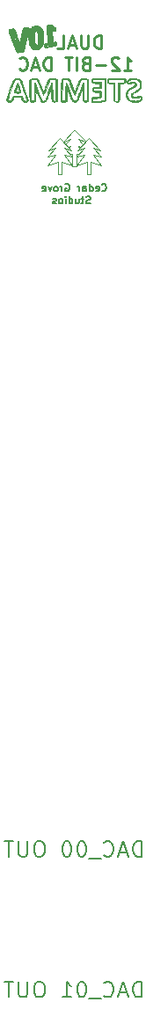
<source format=gbo>
G04 #@! TF.GenerationSoftware,KiCad,Pcbnew,(5.0.0-rc2-dev-444-g2974a2c10)*
G04 #@! TF.CreationDate,2019-11-01T17:22:56-07:00*
G04 #@! TF.ProjectId,EURO Dual 12-bit DAC-10V,4555524F204475616C2031322D626974,v01*
G04 #@! TF.SameCoordinates,Original*
G04 #@! TF.FileFunction,Legend,Bot*
G04 #@! TF.FilePolarity,Positive*
%FSLAX46Y46*%
G04 Gerber Fmt 4.6, Leading zero omitted, Abs format (unit mm)*
G04 Created by KiCad (PCBNEW (5.0.0-rc2-dev-444-g2974a2c10)) date 11/01/19 17:22:56*
%MOMM*%
%LPD*%
G01*
G04 APERTURE LIST*
%ADD10C,0.150000*%
%ADD11C,0.250000*%
%ADD12C,0.010000*%
%ADD13C,0.100000*%
%ADD14C,0.200000*%
G04 APERTURE END LIST*
D10*
X95150000Y-57150000D02*
X95183333Y-57183333D01*
X95283333Y-57216666D01*
X95350000Y-57216666D01*
X95450000Y-57183333D01*
X95516666Y-57116666D01*
X95550000Y-57050000D01*
X95583333Y-56916666D01*
X95583333Y-56816666D01*
X95550000Y-56683333D01*
X95516666Y-56616666D01*
X95450000Y-56550000D01*
X95350000Y-56516666D01*
X95283333Y-56516666D01*
X95183333Y-56550000D01*
X95150000Y-56583333D01*
X94583333Y-57183333D02*
X94650000Y-57216666D01*
X94783333Y-57216666D01*
X94850000Y-57183333D01*
X94883333Y-57116666D01*
X94883333Y-56850000D01*
X94850000Y-56783333D01*
X94783333Y-56750000D01*
X94650000Y-56750000D01*
X94583333Y-56783333D01*
X94550000Y-56850000D01*
X94550000Y-56916666D01*
X94883333Y-56983333D01*
X93950000Y-57216666D02*
X93950000Y-56516666D01*
X93950000Y-57183333D02*
X94016666Y-57216666D01*
X94150000Y-57216666D01*
X94216666Y-57183333D01*
X94250000Y-57150000D01*
X94283333Y-57083333D01*
X94283333Y-56883333D01*
X94250000Y-56816666D01*
X94216666Y-56783333D01*
X94150000Y-56750000D01*
X94016666Y-56750000D01*
X93950000Y-56783333D01*
X93316666Y-57216666D02*
X93316666Y-56850000D01*
X93350000Y-56783333D01*
X93416666Y-56750000D01*
X93550000Y-56750000D01*
X93616666Y-56783333D01*
X93316666Y-57183333D02*
X93383333Y-57216666D01*
X93550000Y-57216666D01*
X93616666Y-57183333D01*
X93650000Y-57116666D01*
X93650000Y-57050000D01*
X93616666Y-56983333D01*
X93550000Y-56950000D01*
X93383333Y-56950000D01*
X93316666Y-56916666D01*
X92983333Y-57216666D02*
X92983333Y-56750000D01*
X92983333Y-56883333D02*
X92950000Y-56816666D01*
X92916666Y-56783333D01*
X92850000Y-56750000D01*
X92783333Y-56750000D01*
X91650000Y-56550000D02*
X91716666Y-56516666D01*
X91816666Y-56516666D01*
X91916666Y-56550000D01*
X91983333Y-56616666D01*
X92016666Y-56683333D01*
X92050000Y-56816666D01*
X92050000Y-56916666D01*
X92016666Y-57050000D01*
X91983333Y-57116666D01*
X91916666Y-57183333D01*
X91816666Y-57216666D01*
X91750000Y-57216666D01*
X91650000Y-57183333D01*
X91616666Y-57150000D01*
X91616666Y-56916666D01*
X91750000Y-56916666D01*
X91316666Y-57216666D02*
X91316666Y-56750000D01*
X91316666Y-56883333D02*
X91283333Y-56816666D01*
X91250000Y-56783333D01*
X91183333Y-56750000D01*
X91116666Y-56750000D01*
X90783333Y-57216666D02*
X90850000Y-57183333D01*
X90883333Y-57150000D01*
X90916666Y-57083333D01*
X90916666Y-56883333D01*
X90883333Y-56816666D01*
X90850000Y-56783333D01*
X90783333Y-56750000D01*
X90683333Y-56750000D01*
X90616666Y-56783333D01*
X90583333Y-56816666D01*
X90550000Y-56883333D01*
X90550000Y-57083333D01*
X90583333Y-57150000D01*
X90616666Y-57183333D01*
X90683333Y-57216666D01*
X90783333Y-57216666D01*
X90316666Y-56750000D02*
X90150000Y-57216666D01*
X89983333Y-56750000D01*
X89450000Y-57183333D02*
X89516666Y-57216666D01*
X89650000Y-57216666D01*
X89716666Y-57183333D01*
X89750000Y-57116666D01*
X89750000Y-56850000D01*
X89716666Y-56783333D01*
X89650000Y-56750000D01*
X89516666Y-56750000D01*
X89450000Y-56783333D01*
X89416666Y-56850000D01*
X89416666Y-56916666D01*
X89750000Y-56983333D01*
X94033333Y-58383333D02*
X93933333Y-58416666D01*
X93766666Y-58416666D01*
X93700000Y-58383333D01*
X93666666Y-58350000D01*
X93633333Y-58283333D01*
X93633333Y-58216666D01*
X93666666Y-58150000D01*
X93700000Y-58116666D01*
X93766666Y-58083333D01*
X93900000Y-58050000D01*
X93966666Y-58016666D01*
X94000000Y-57983333D01*
X94033333Y-57916666D01*
X94033333Y-57850000D01*
X94000000Y-57783333D01*
X93966666Y-57750000D01*
X93900000Y-57716666D01*
X93733333Y-57716666D01*
X93633333Y-57750000D01*
X93433333Y-57950000D02*
X93166666Y-57950000D01*
X93333333Y-57716666D02*
X93333333Y-58316666D01*
X93300000Y-58383333D01*
X93233333Y-58416666D01*
X93166666Y-58416666D01*
X92633333Y-57950000D02*
X92633333Y-58416666D01*
X92933333Y-57950000D02*
X92933333Y-58316666D01*
X92900000Y-58383333D01*
X92833333Y-58416666D01*
X92733333Y-58416666D01*
X92666666Y-58383333D01*
X92633333Y-58350000D01*
X92000000Y-58416666D02*
X92000000Y-57716666D01*
X92000000Y-58383333D02*
X92066666Y-58416666D01*
X92200000Y-58416666D01*
X92266666Y-58383333D01*
X92300000Y-58350000D01*
X92333333Y-58283333D01*
X92333333Y-58083333D01*
X92300000Y-58016666D01*
X92266666Y-57983333D01*
X92200000Y-57950000D01*
X92066666Y-57950000D01*
X92000000Y-57983333D01*
X91666666Y-58416666D02*
X91666666Y-57950000D01*
X91666666Y-57716666D02*
X91700000Y-57750000D01*
X91666666Y-57783333D01*
X91633333Y-57750000D01*
X91666666Y-57716666D01*
X91666666Y-57783333D01*
X91233333Y-58416666D02*
X91300000Y-58383333D01*
X91333333Y-58350000D01*
X91366666Y-58283333D01*
X91366666Y-58083333D01*
X91333333Y-58016666D01*
X91300000Y-57983333D01*
X91233333Y-57950000D01*
X91133333Y-57950000D01*
X91066666Y-57983333D01*
X91033333Y-58016666D01*
X91000000Y-58083333D01*
X91000000Y-58283333D01*
X91033333Y-58350000D01*
X91066666Y-58383333D01*
X91133333Y-58416666D01*
X91233333Y-58416666D01*
X90733333Y-58383333D02*
X90666666Y-58416666D01*
X90533333Y-58416666D01*
X90466666Y-58383333D01*
X90433333Y-58316666D01*
X90433333Y-58283333D01*
X90466666Y-58216666D01*
X90533333Y-58183333D01*
X90633333Y-58183333D01*
X90700000Y-58150000D01*
X90733333Y-58083333D01*
X90733333Y-58050000D01*
X90700000Y-57983333D01*
X90633333Y-57950000D01*
X90533333Y-57950000D01*
X90466666Y-57983333D01*
D11*
X95100000Y-43452976D02*
X95100000Y-42202976D01*
X94802380Y-42202976D01*
X94623809Y-42262500D01*
X94504761Y-42381547D01*
X94445238Y-42500595D01*
X94385714Y-42738690D01*
X94385714Y-42917261D01*
X94445238Y-43155357D01*
X94504761Y-43274404D01*
X94623809Y-43393452D01*
X94802380Y-43452976D01*
X95100000Y-43452976D01*
X93850000Y-42202976D02*
X93850000Y-43214880D01*
X93790476Y-43333928D01*
X93730952Y-43393452D01*
X93611904Y-43452976D01*
X93373809Y-43452976D01*
X93254761Y-43393452D01*
X93195238Y-43333928D01*
X93135714Y-43214880D01*
X93135714Y-42202976D01*
X92600000Y-43095833D02*
X92004761Y-43095833D01*
X92719047Y-43452976D02*
X92302380Y-42202976D01*
X91885714Y-43452976D01*
X90873809Y-43452976D02*
X91469047Y-43452976D01*
X91469047Y-42202976D01*
X97272619Y-45577976D02*
X97986904Y-45577976D01*
X97629761Y-45577976D02*
X97629761Y-44327976D01*
X97748809Y-44506547D01*
X97867857Y-44625595D01*
X97986904Y-44685119D01*
X96796428Y-44447023D02*
X96736904Y-44387500D01*
X96617857Y-44327976D01*
X96320238Y-44327976D01*
X96201190Y-44387500D01*
X96141666Y-44447023D01*
X96082142Y-44566071D01*
X96082142Y-44685119D01*
X96141666Y-44863690D01*
X96855952Y-45577976D01*
X96082142Y-45577976D01*
X95546428Y-45101785D02*
X94594047Y-45101785D01*
X93582142Y-44923214D02*
X93403571Y-44982738D01*
X93344047Y-45042261D01*
X93284523Y-45161309D01*
X93284523Y-45339880D01*
X93344047Y-45458928D01*
X93403571Y-45518452D01*
X93522619Y-45577976D01*
X93998809Y-45577976D01*
X93998809Y-44327976D01*
X93582142Y-44327976D01*
X93463095Y-44387500D01*
X93403571Y-44447023D01*
X93344047Y-44566071D01*
X93344047Y-44685119D01*
X93403571Y-44804166D01*
X93463095Y-44863690D01*
X93582142Y-44923214D01*
X93998809Y-44923214D01*
X92748809Y-45577976D02*
X92748809Y-44327976D01*
X92332142Y-44327976D02*
X91617857Y-44327976D01*
X91975000Y-45577976D02*
X91975000Y-44327976D01*
X90248809Y-45577976D02*
X90248809Y-44327976D01*
X89951190Y-44327976D01*
X89772619Y-44387500D01*
X89653571Y-44506547D01*
X89594047Y-44625595D01*
X89534523Y-44863690D01*
X89534523Y-45042261D01*
X89594047Y-45280357D01*
X89653571Y-45399404D01*
X89772619Y-45518452D01*
X89951190Y-45577976D01*
X90248809Y-45577976D01*
X89058333Y-45220833D02*
X88463095Y-45220833D01*
X89177380Y-45577976D02*
X88760714Y-44327976D01*
X88344047Y-45577976D01*
X87213095Y-45458928D02*
X87272619Y-45518452D01*
X87451190Y-45577976D01*
X87570238Y-45577976D01*
X87748809Y-45518452D01*
X87867857Y-45399404D01*
X87927380Y-45280357D01*
X87986904Y-45042261D01*
X87986904Y-44863690D01*
X87927380Y-44625595D01*
X87867857Y-44506547D01*
X87748809Y-44387500D01*
X87570238Y-44327976D01*
X87451190Y-44327976D01*
X87272619Y-44387500D01*
X87213095Y-44447023D01*
D12*
G36*
X90129834Y-41248250D02*
X90140417Y-41258834D01*
X90151000Y-41248250D01*
X90140417Y-41237667D01*
X90129834Y-41248250D01*
X90129834Y-41248250D01*
G37*
X90129834Y-41248250D02*
X90140417Y-41258834D01*
X90151000Y-41248250D01*
X90140417Y-41237667D01*
X90129834Y-41248250D01*
G36*
X90069604Y-41288562D02*
X90046881Y-41309875D01*
X90051542Y-41322127D01*
X90054501Y-41322334D01*
X90072404Y-41307299D01*
X90078938Y-41297896D01*
X90081433Y-41283412D01*
X90069604Y-41288562D01*
X90069604Y-41288562D01*
G37*
X90069604Y-41288562D02*
X90046881Y-41309875D01*
X90051542Y-41322127D01*
X90054501Y-41322334D01*
X90072404Y-41307299D01*
X90078938Y-41297896D01*
X90081433Y-41283412D01*
X90069604Y-41288562D01*
G36*
X90256834Y-41311750D02*
X90267417Y-41322334D01*
X90278000Y-41311750D01*
X90267417Y-41301167D01*
X90256834Y-41311750D01*
X90256834Y-41311750D01*
G37*
X90256834Y-41311750D02*
X90267417Y-41322334D01*
X90278000Y-41311750D01*
X90267417Y-41301167D01*
X90256834Y-41311750D01*
G36*
X90214500Y-41332917D02*
X90225084Y-41343500D01*
X90235667Y-41332917D01*
X90225084Y-41322334D01*
X90214500Y-41332917D01*
X90214500Y-41332917D01*
G37*
X90214500Y-41332917D02*
X90225084Y-41343500D01*
X90235667Y-41332917D01*
X90225084Y-41322334D01*
X90214500Y-41332917D01*
G36*
X90320334Y-41332917D02*
X90330917Y-41343500D01*
X90341500Y-41332917D01*
X90330917Y-41322334D01*
X90320334Y-41332917D01*
X90320334Y-41332917D01*
G37*
X90320334Y-41332917D02*
X90330917Y-41343500D01*
X90341500Y-41332917D01*
X90330917Y-41322334D01*
X90320334Y-41332917D01*
G36*
X90278000Y-41375250D02*
X90288584Y-41385834D01*
X90299167Y-41375250D01*
X90288584Y-41364667D01*
X90278000Y-41375250D01*
X90278000Y-41375250D01*
G37*
X90278000Y-41375250D02*
X90288584Y-41385834D01*
X90299167Y-41375250D01*
X90288584Y-41364667D01*
X90278000Y-41375250D01*
G36*
X90221556Y-41392889D02*
X90224462Y-41405473D01*
X90235667Y-41407000D01*
X90253090Y-41399256D01*
X90249778Y-41392889D01*
X90224658Y-41390356D01*
X90221556Y-41392889D01*
X90221556Y-41392889D01*
G37*
X90221556Y-41392889D02*
X90224462Y-41405473D01*
X90235667Y-41407000D01*
X90253090Y-41399256D01*
X90249778Y-41392889D01*
X90224658Y-41390356D01*
X90221556Y-41392889D01*
G36*
X90359632Y-41375854D02*
X90341500Y-41385834D01*
X90324558Y-41402605D01*
X90330917Y-41406352D01*
X90365702Y-41395813D01*
X90383834Y-41385834D01*
X90400776Y-41369062D01*
X90394417Y-41365315D01*
X90359632Y-41375854D01*
X90359632Y-41375854D01*
G37*
X90359632Y-41375854D02*
X90341500Y-41385834D01*
X90324558Y-41402605D01*
X90330917Y-41406352D01*
X90365702Y-41395813D01*
X90383834Y-41385834D01*
X90400776Y-41369062D01*
X90394417Y-41365315D01*
X90359632Y-41375854D01*
G36*
X90172167Y-41438750D02*
X90182750Y-41449334D01*
X90193334Y-41438750D01*
X90182750Y-41428167D01*
X90172167Y-41438750D01*
X90172167Y-41438750D01*
G37*
X90172167Y-41438750D02*
X90182750Y-41449334D01*
X90193334Y-41438750D01*
X90182750Y-41428167D01*
X90172167Y-41438750D01*
G36*
X90108667Y-41481084D02*
X90119250Y-41491667D01*
X90129834Y-41481084D01*
X90119250Y-41470500D01*
X90108667Y-41481084D01*
X90108667Y-41481084D01*
G37*
X90108667Y-41481084D02*
X90119250Y-41491667D01*
X90129834Y-41481084D01*
X90119250Y-41470500D01*
X90108667Y-41481084D01*
G36*
X90288291Y-41436520D02*
X90262125Y-41448911D01*
X90226045Y-41469829D01*
X90214500Y-41481828D01*
X90221151Y-41490662D01*
X90246562Y-41475905D01*
X90268663Y-41458749D01*
X90295934Y-41435963D01*
X90288291Y-41436520D01*
X90288291Y-41436520D01*
G37*
X90288291Y-41436520D02*
X90262125Y-41448911D01*
X90226045Y-41469829D01*
X90214500Y-41481828D01*
X90221151Y-41490662D01*
X90246562Y-41475905D01*
X90268663Y-41458749D01*
X90295934Y-41435963D01*
X90288291Y-41436520D01*
G36*
X90406038Y-41419912D02*
X90359762Y-41450004D01*
X90330917Y-41466894D01*
X90307762Y-41484743D01*
X90313862Y-41491023D01*
X90345603Y-41477956D01*
X90387458Y-41445487D01*
X90388983Y-41444042D01*
X90413426Y-41418803D01*
X90410771Y-41416684D01*
X90406038Y-41419912D01*
X90406038Y-41419912D01*
G37*
X90406038Y-41419912D02*
X90359762Y-41450004D01*
X90330917Y-41466894D01*
X90307762Y-41484743D01*
X90313862Y-41491023D01*
X90345603Y-41477956D01*
X90387458Y-41445487D01*
X90388983Y-41444042D01*
X90413426Y-41418803D01*
X90410771Y-41416684D01*
X90406038Y-41419912D01*
G36*
X90437850Y-41462424D02*
X90408056Y-41479504D01*
X90413047Y-41490549D01*
X90424918Y-41491667D01*
X90453620Y-41476294D01*
X90457767Y-41470743D01*
X90454360Y-41458715D01*
X90437850Y-41462424D01*
X90437850Y-41462424D01*
G37*
X90437850Y-41462424D02*
X90408056Y-41479504D01*
X90413047Y-41490549D01*
X90424918Y-41491667D01*
X90453620Y-41476294D01*
X90457767Y-41470743D01*
X90454360Y-41458715D01*
X90437850Y-41462424D01*
G36*
X90066334Y-41523417D02*
X90076917Y-41534000D01*
X90087500Y-41523417D01*
X90076917Y-41512834D01*
X90066334Y-41523417D01*
X90066334Y-41523417D01*
G37*
X90066334Y-41523417D02*
X90076917Y-41534000D01*
X90087500Y-41523417D01*
X90076917Y-41512834D01*
X90066334Y-41523417D01*
G36*
X90362667Y-41523417D02*
X90373250Y-41534000D01*
X90383834Y-41523417D01*
X90373250Y-41512834D01*
X90362667Y-41523417D01*
X90362667Y-41523417D01*
G37*
X90362667Y-41523417D02*
X90373250Y-41534000D01*
X90383834Y-41523417D01*
X90373250Y-41512834D01*
X90362667Y-41523417D01*
G36*
X90492938Y-41500229D02*
X90470214Y-41521542D01*
X90474876Y-41533794D01*
X90477835Y-41534000D01*
X90495738Y-41518966D01*
X90502272Y-41509563D01*
X90504767Y-41495079D01*
X90492938Y-41500229D01*
X90492938Y-41500229D01*
G37*
X90492938Y-41500229D02*
X90470214Y-41521542D01*
X90474876Y-41533794D01*
X90477835Y-41534000D01*
X90495738Y-41518966D01*
X90502272Y-41509563D01*
X90504767Y-41495079D01*
X90492938Y-41500229D01*
G36*
X90553167Y-41523417D02*
X90563750Y-41534000D01*
X90574334Y-41523417D01*
X90563750Y-41512834D01*
X90553167Y-41523417D01*
X90553167Y-41523417D01*
G37*
X90553167Y-41523417D02*
X90563750Y-41534000D01*
X90574334Y-41523417D01*
X90563750Y-41512834D01*
X90553167Y-41523417D01*
G36*
X90154271Y-41521396D02*
X90131548Y-41542708D01*
X90136209Y-41554961D01*
X90139168Y-41555167D01*
X90157071Y-41540133D01*
X90163605Y-41530730D01*
X90166100Y-41516245D01*
X90154271Y-41521396D01*
X90154271Y-41521396D01*
G37*
X90154271Y-41521396D02*
X90131548Y-41542708D01*
X90136209Y-41554961D01*
X90139168Y-41555167D01*
X90157071Y-41540133D01*
X90163605Y-41530730D01*
X90166100Y-41516245D01*
X90154271Y-41521396D01*
G36*
X90247350Y-41525924D02*
X90217556Y-41543004D01*
X90222547Y-41554049D01*
X90234418Y-41555167D01*
X90263120Y-41539794D01*
X90267267Y-41534243D01*
X90263860Y-41522215D01*
X90247350Y-41525924D01*
X90247350Y-41525924D01*
G37*
X90247350Y-41525924D02*
X90217556Y-41543004D01*
X90222547Y-41554049D01*
X90234418Y-41555167D01*
X90263120Y-41539794D01*
X90267267Y-41534243D01*
X90263860Y-41522215D01*
X90247350Y-41525924D01*
G36*
X90426167Y-41544584D02*
X90436750Y-41555167D01*
X90447334Y-41544584D01*
X90436750Y-41534000D01*
X90426167Y-41544584D01*
X90426167Y-41544584D01*
G37*
X90426167Y-41544584D02*
X90436750Y-41555167D01*
X90447334Y-41544584D01*
X90436750Y-41534000D01*
X90426167Y-41544584D01*
G36*
X90510834Y-41544584D02*
X90521417Y-41555167D01*
X90532000Y-41544584D01*
X90521417Y-41534000D01*
X90510834Y-41544584D01*
X90510834Y-41544584D01*
G37*
X90510834Y-41544584D02*
X90521417Y-41555167D01*
X90532000Y-41544584D01*
X90521417Y-41534000D01*
X90510834Y-41544584D01*
G36*
X90087500Y-41565750D02*
X90098084Y-41576334D01*
X90108667Y-41565750D01*
X90098084Y-41555167D01*
X90087500Y-41565750D01*
X90087500Y-41565750D01*
G37*
X90087500Y-41565750D02*
X90098084Y-41576334D01*
X90108667Y-41565750D01*
X90098084Y-41555167D01*
X90087500Y-41565750D01*
G36*
X90574334Y-41586917D02*
X90584917Y-41597500D01*
X90595500Y-41586917D01*
X90584917Y-41576334D01*
X90574334Y-41586917D01*
X90574334Y-41586917D01*
G37*
X90574334Y-41586917D02*
X90584917Y-41597500D01*
X90595500Y-41586917D01*
X90584917Y-41576334D01*
X90574334Y-41586917D01*
G36*
X90235667Y-41608084D02*
X90246250Y-41618667D01*
X90256834Y-41608084D01*
X90246250Y-41597500D01*
X90235667Y-41608084D01*
X90235667Y-41608084D01*
G37*
X90235667Y-41608084D02*
X90246250Y-41618667D01*
X90256834Y-41608084D01*
X90246250Y-41597500D01*
X90235667Y-41608084D01*
G36*
X90532000Y-41608084D02*
X90542584Y-41618667D01*
X90553167Y-41608084D01*
X90542584Y-41597500D01*
X90532000Y-41608084D01*
X90532000Y-41608084D01*
G37*
X90532000Y-41608084D02*
X90542584Y-41618667D01*
X90553167Y-41608084D01*
X90542584Y-41597500D01*
X90532000Y-41608084D01*
G36*
X90120350Y-41610591D02*
X90090556Y-41627671D01*
X90095547Y-41638716D01*
X90107418Y-41639834D01*
X90136120Y-41624461D01*
X90140267Y-41618909D01*
X90136860Y-41606881D01*
X90120350Y-41610591D01*
X90120350Y-41610591D01*
G37*
X90120350Y-41610591D02*
X90090556Y-41627671D01*
X90095547Y-41638716D01*
X90107418Y-41639834D01*
X90136120Y-41624461D01*
X90140267Y-41618909D01*
X90136860Y-41606881D01*
X90120350Y-41610591D01*
G36*
X90205017Y-41695257D02*
X90175223Y-41712338D01*
X90180214Y-41723383D01*
X90192085Y-41724500D01*
X90220787Y-41709127D01*
X90224934Y-41703576D01*
X90221527Y-41691548D01*
X90205017Y-41695257D01*
X90205017Y-41695257D01*
G37*
X90205017Y-41695257D02*
X90175223Y-41712338D01*
X90180214Y-41723383D01*
X90192085Y-41724500D01*
X90220787Y-41709127D01*
X90224934Y-41703576D01*
X90221527Y-41691548D01*
X90205017Y-41695257D01*
G36*
X90151000Y-41664948D02*
X90103052Y-41696451D01*
X90072298Y-41716475D01*
X90068098Y-41719137D01*
X90069423Y-41734645D01*
X90089655Y-41728074D01*
X90129347Y-41699835D01*
X90152326Y-41680456D01*
X90225084Y-41616123D01*
X90151000Y-41664948D01*
X90151000Y-41664948D01*
G37*
X90151000Y-41664948D02*
X90103052Y-41696451D01*
X90072298Y-41716475D01*
X90068098Y-41719137D01*
X90069423Y-41734645D01*
X90089655Y-41728074D01*
X90129347Y-41699835D01*
X90152326Y-41680456D01*
X90225084Y-41616123D01*
X90151000Y-41664948D01*
G36*
X90129834Y-41756250D02*
X90140417Y-41766834D01*
X90151000Y-41756250D01*
X90140417Y-41745667D01*
X90129834Y-41756250D01*
X90129834Y-41756250D01*
G37*
X90129834Y-41756250D02*
X90140417Y-41766834D01*
X90151000Y-41756250D01*
X90140417Y-41745667D01*
X90129834Y-41756250D01*
G36*
X90087500Y-41777417D02*
X90098084Y-41788000D01*
X90108667Y-41777417D01*
X90098084Y-41766834D01*
X90087500Y-41777417D01*
X90087500Y-41777417D01*
G37*
X90087500Y-41777417D02*
X90098084Y-41788000D01*
X90108667Y-41777417D01*
X90098084Y-41766834D01*
X90087500Y-41777417D01*
G36*
X90193334Y-41777417D02*
X90203917Y-41788000D01*
X90214500Y-41777417D01*
X90203917Y-41766834D01*
X90193334Y-41777417D01*
X90193334Y-41777417D01*
G37*
X90193334Y-41777417D02*
X90203917Y-41788000D01*
X90214500Y-41777417D01*
X90203917Y-41766834D01*
X90193334Y-41777417D01*
G36*
X90123781Y-41824569D02*
X90119250Y-41830334D01*
X90111800Y-41849371D01*
X90131826Y-41842201D01*
X90151000Y-41830334D01*
X90167273Y-41813341D01*
X90157541Y-41809491D01*
X90123781Y-41824569D01*
X90123781Y-41824569D01*
G37*
X90123781Y-41824569D02*
X90119250Y-41830334D01*
X90111800Y-41849371D01*
X90131826Y-41842201D01*
X90151000Y-41830334D01*
X90167273Y-41813341D01*
X90157541Y-41809491D01*
X90123781Y-41824569D01*
G36*
X90193334Y-41840917D02*
X90203917Y-41851500D01*
X90214500Y-41840917D01*
X90203917Y-41830334D01*
X90193334Y-41840917D01*
X90193334Y-41840917D01*
G37*
X90193334Y-41840917D02*
X90203917Y-41851500D01*
X90214500Y-41840917D01*
X90203917Y-41830334D01*
X90193334Y-41840917D01*
G36*
X90066334Y-41862084D02*
X90076917Y-41872667D01*
X90087500Y-41862084D01*
X90076917Y-41851500D01*
X90066334Y-41862084D01*
X90066334Y-41862084D01*
G37*
X90066334Y-41862084D02*
X90076917Y-41872667D01*
X90087500Y-41862084D01*
X90076917Y-41851500D01*
X90066334Y-41862084D01*
G36*
X90099183Y-41906924D02*
X90069390Y-41924004D01*
X90074381Y-41935049D01*
X90086251Y-41936167D01*
X90114954Y-41920794D01*
X90119101Y-41915243D01*
X90115694Y-41903215D01*
X90099183Y-41906924D01*
X90099183Y-41906924D01*
G37*
X90099183Y-41906924D02*
X90069390Y-41924004D01*
X90074381Y-41935049D01*
X90086251Y-41936167D01*
X90114954Y-41920794D01*
X90119101Y-41915243D01*
X90115694Y-41903215D01*
X90099183Y-41906924D01*
G36*
X90179223Y-41922056D02*
X90182128Y-41934639D01*
X90193334Y-41936167D01*
X90210756Y-41928422D01*
X90207445Y-41922056D01*
X90182325Y-41919522D01*
X90179223Y-41922056D01*
X90179223Y-41922056D01*
G37*
X90179223Y-41922056D02*
X90182128Y-41934639D01*
X90193334Y-41936167D01*
X90210756Y-41928422D01*
X90207445Y-41922056D01*
X90182325Y-41919522D01*
X90179223Y-41922056D01*
G36*
X90193334Y-41989084D02*
X90203917Y-41999667D01*
X90214500Y-41989084D01*
X90203917Y-41978500D01*
X90193334Y-41989084D01*
X90193334Y-41989084D01*
G37*
X90193334Y-41989084D02*
X90203917Y-41999667D01*
X90214500Y-41989084D01*
X90203917Y-41978500D01*
X90193334Y-41989084D01*
G36*
X90151000Y-42010250D02*
X90161584Y-42020834D01*
X90172167Y-42010250D01*
X90161584Y-41999667D01*
X90151000Y-42010250D01*
X90151000Y-42010250D01*
G37*
X90151000Y-42010250D02*
X90161584Y-42020834D01*
X90172167Y-42010250D01*
X90161584Y-41999667D01*
X90151000Y-42010250D01*
G36*
X90108667Y-42052584D02*
X90119250Y-42063167D01*
X90129834Y-42052584D01*
X90119250Y-42042000D01*
X90108667Y-42052584D01*
X90108667Y-42052584D01*
G37*
X90108667Y-42052584D02*
X90119250Y-42063167D01*
X90129834Y-42052584D01*
X90119250Y-42042000D01*
X90108667Y-42052584D01*
G36*
X90187281Y-42057402D02*
X90182750Y-42063167D01*
X90175300Y-42082204D01*
X90195326Y-42075034D01*
X90214500Y-42063167D01*
X90230773Y-42046175D01*
X90221041Y-42042324D01*
X90187281Y-42057402D01*
X90187281Y-42057402D01*
G37*
X90187281Y-42057402D02*
X90182750Y-42063167D01*
X90175300Y-42082204D01*
X90195326Y-42075034D01*
X90214500Y-42063167D01*
X90230773Y-42046175D01*
X90221041Y-42042324D01*
X90187281Y-42057402D01*
G36*
X90111938Y-42114062D02*
X90089393Y-42133738D01*
X90087500Y-42138499D01*
X90097546Y-42147199D01*
X90118460Y-42127705D01*
X90121272Y-42123396D01*
X90123767Y-42108912D01*
X90111938Y-42114062D01*
X90111938Y-42114062D01*
G37*
X90111938Y-42114062D02*
X90089393Y-42133738D01*
X90087500Y-42138499D01*
X90097546Y-42147199D01*
X90118460Y-42127705D01*
X90121272Y-42123396D01*
X90123767Y-42108912D01*
X90111938Y-42114062D01*
G36*
X90179223Y-42133722D02*
X90182128Y-42146306D01*
X90193334Y-42147834D01*
X90210756Y-42140089D01*
X90207445Y-42133722D01*
X90182325Y-42131189D01*
X90179223Y-42133722D01*
X90179223Y-42133722D01*
G37*
X90179223Y-42133722D02*
X90182128Y-42146306D01*
X90193334Y-42147834D01*
X90210756Y-42140089D01*
X90207445Y-42133722D01*
X90182325Y-42131189D01*
X90179223Y-42133722D01*
G36*
X90235667Y-42158417D02*
X90246250Y-42169000D01*
X90256834Y-42158417D01*
X90246250Y-42147834D01*
X90235667Y-42158417D01*
X90235667Y-42158417D01*
G37*
X90235667Y-42158417D02*
X90246250Y-42169000D01*
X90256834Y-42158417D01*
X90246250Y-42147834D01*
X90235667Y-42158417D01*
G36*
X90193334Y-42200750D02*
X90203917Y-42211334D01*
X90214500Y-42200750D01*
X90203917Y-42190167D01*
X90193334Y-42200750D01*
X90193334Y-42200750D01*
G37*
X90193334Y-42200750D02*
X90203917Y-42211334D01*
X90214500Y-42200750D01*
X90203917Y-42190167D01*
X90193334Y-42200750D01*
G36*
X90151000Y-42221917D02*
X90161584Y-42232500D01*
X90172167Y-42221917D01*
X90161584Y-42211334D01*
X90151000Y-42221917D01*
X90151000Y-42221917D01*
G37*
X90151000Y-42221917D02*
X90161584Y-42232500D01*
X90172167Y-42221917D01*
X90161584Y-42211334D01*
X90151000Y-42221917D01*
G36*
X90256834Y-42221917D02*
X90267417Y-42232500D01*
X90278000Y-42221917D01*
X90267417Y-42211334D01*
X90256834Y-42221917D01*
X90256834Y-42221917D01*
G37*
X90256834Y-42221917D02*
X90267417Y-42232500D01*
X90278000Y-42221917D01*
X90267417Y-42211334D01*
X90256834Y-42221917D01*
G36*
X90221556Y-42239556D02*
X90219023Y-42264676D01*
X90221556Y-42267778D01*
X90234140Y-42264872D01*
X90235667Y-42253667D01*
X90227923Y-42236244D01*
X90221556Y-42239556D01*
X90221556Y-42239556D01*
G37*
X90221556Y-42239556D02*
X90219023Y-42264676D01*
X90221556Y-42267778D01*
X90234140Y-42264872D01*
X90235667Y-42253667D01*
X90227923Y-42236244D01*
X90221556Y-42239556D01*
G36*
X90278000Y-42285417D02*
X90288584Y-42296000D01*
X90299167Y-42285417D01*
X90288584Y-42274834D01*
X90278000Y-42285417D01*
X90278000Y-42285417D01*
G37*
X90278000Y-42285417D02*
X90288584Y-42296000D01*
X90299167Y-42285417D01*
X90288584Y-42274834D01*
X90278000Y-42285417D01*
G36*
X90144948Y-42290235D02*
X90140417Y-42296000D01*
X90132967Y-42315038D01*
X90152993Y-42307868D01*
X90172167Y-42296000D01*
X90188440Y-42279008D01*
X90178708Y-42275158D01*
X90144948Y-42290235D01*
X90144948Y-42290235D01*
G37*
X90144948Y-42290235D02*
X90140417Y-42296000D01*
X90132967Y-42315038D01*
X90152993Y-42307868D01*
X90172167Y-42296000D01*
X90188440Y-42279008D01*
X90178708Y-42275158D01*
X90144948Y-42290235D01*
G36*
X90210765Y-42310517D02*
X90193334Y-42327750D01*
X90179697Y-42353103D01*
X90191742Y-42356952D01*
X90218820Y-42339522D01*
X90231210Y-42326945D01*
X90245249Y-42302122D01*
X90239093Y-42296000D01*
X90210765Y-42310517D01*
X90210765Y-42310517D01*
G37*
X90210765Y-42310517D02*
X90193334Y-42327750D01*
X90179697Y-42353103D01*
X90191742Y-42356952D01*
X90218820Y-42339522D01*
X90231210Y-42326945D01*
X90245249Y-42302122D01*
X90239093Y-42296000D01*
X90210765Y-42310517D01*
G36*
X90115723Y-42387722D02*
X90113189Y-42412842D01*
X90115723Y-42415945D01*
X90128306Y-42413039D01*
X90129834Y-42401834D01*
X90122089Y-42384411D01*
X90115723Y-42387722D01*
X90115723Y-42387722D01*
G37*
X90115723Y-42387722D02*
X90113189Y-42412842D01*
X90115723Y-42415945D01*
X90128306Y-42413039D01*
X90129834Y-42401834D01*
X90122089Y-42384411D01*
X90115723Y-42387722D01*
G36*
X90281271Y-42410396D02*
X90258548Y-42431708D01*
X90263209Y-42443961D01*
X90266168Y-42444167D01*
X90284071Y-42429133D01*
X90290605Y-42419730D01*
X90293100Y-42405245D01*
X90281271Y-42410396D01*
X90281271Y-42410396D01*
G37*
X90281271Y-42410396D02*
X90258548Y-42431708D01*
X90263209Y-42443961D01*
X90266168Y-42444167D01*
X90284071Y-42429133D01*
X90290605Y-42419730D01*
X90293100Y-42405245D01*
X90281271Y-42410396D01*
G36*
X90242937Y-42370964D02*
X90205790Y-42395991D01*
X90166649Y-42426143D01*
X90137364Y-42452219D01*
X90129789Y-42465019D01*
X90131013Y-42465228D01*
X90153820Y-42453843D01*
X90196833Y-42425191D01*
X90214500Y-42412417D01*
X90253687Y-42380657D01*
X90268952Y-42362208D01*
X90266238Y-42360261D01*
X90242937Y-42370964D01*
X90242937Y-42370964D01*
G37*
X90242937Y-42370964D02*
X90205790Y-42395991D01*
X90166649Y-42426143D01*
X90137364Y-42452219D01*
X90129789Y-42465019D01*
X90131013Y-42465228D01*
X90153820Y-42453843D01*
X90196833Y-42425191D01*
X90214500Y-42412417D01*
X90253687Y-42380657D01*
X90268952Y-42362208D01*
X90266238Y-42360261D01*
X90242937Y-42370964D01*
G36*
X90172167Y-42497084D02*
X90182750Y-42507667D01*
X90193334Y-42497084D01*
X90182750Y-42486500D01*
X90172167Y-42497084D01*
X90172167Y-42497084D01*
G37*
X90172167Y-42497084D02*
X90182750Y-42507667D01*
X90193334Y-42497084D01*
X90182750Y-42486500D01*
X90172167Y-42497084D01*
G36*
X90221556Y-42514722D02*
X90224462Y-42527306D01*
X90235667Y-42528834D01*
X90253090Y-42521089D01*
X90249778Y-42514722D01*
X90224658Y-42512189D01*
X90221556Y-42514722D01*
X90221556Y-42514722D01*
G37*
X90221556Y-42514722D02*
X90224462Y-42527306D01*
X90235667Y-42528834D01*
X90253090Y-42521089D01*
X90249778Y-42514722D01*
X90224658Y-42512189D01*
X90221556Y-42514722D01*
G36*
X90133104Y-42516229D02*
X90110381Y-42537542D01*
X90115042Y-42549794D01*
X90118001Y-42550000D01*
X90135904Y-42534966D01*
X90142438Y-42525563D01*
X90144933Y-42511079D01*
X90133104Y-42516229D01*
X90133104Y-42516229D01*
G37*
X90133104Y-42516229D02*
X90110381Y-42537542D01*
X90115042Y-42549794D01*
X90118001Y-42550000D01*
X90135904Y-42534966D01*
X90142438Y-42525563D01*
X90144933Y-42511079D01*
X90133104Y-42516229D01*
G36*
X90151000Y-42581750D02*
X90161584Y-42592334D01*
X90172167Y-42581750D01*
X90161584Y-42571167D01*
X90151000Y-42581750D01*
X90151000Y-42581750D01*
G37*
X90151000Y-42581750D02*
X90161584Y-42592334D01*
X90172167Y-42581750D01*
X90161584Y-42571167D01*
X90151000Y-42581750D01*
G36*
X90108667Y-42602917D02*
X90119250Y-42613500D01*
X90129834Y-42602917D01*
X90119250Y-42592334D01*
X90108667Y-42602917D01*
X90108667Y-42602917D01*
G37*
X90108667Y-42602917D02*
X90119250Y-42613500D01*
X90129834Y-42602917D01*
X90119250Y-42592334D01*
X90108667Y-42602917D01*
G36*
X90200389Y-42599389D02*
X90203295Y-42611973D01*
X90214500Y-42613500D01*
X90231923Y-42605756D01*
X90228612Y-42599389D01*
X90203492Y-42596856D01*
X90200389Y-42599389D01*
X90200389Y-42599389D01*
G37*
X90200389Y-42599389D02*
X90203295Y-42611973D01*
X90214500Y-42613500D01*
X90231923Y-42605756D01*
X90228612Y-42599389D01*
X90203492Y-42596856D01*
X90200389Y-42599389D01*
G36*
X90158056Y-42641722D02*
X90160962Y-42654306D01*
X90172167Y-42655834D01*
X90189590Y-42648089D01*
X90186278Y-42641722D01*
X90161158Y-42639189D01*
X90158056Y-42641722D01*
X90158056Y-42641722D01*
G37*
X90158056Y-42641722D02*
X90160962Y-42654306D01*
X90172167Y-42655834D01*
X90189590Y-42648089D01*
X90186278Y-42641722D01*
X90161158Y-42639189D01*
X90158056Y-42641722D01*
G36*
X90214500Y-42666417D02*
X90225084Y-42677000D01*
X90235667Y-42666417D01*
X90225084Y-42655834D01*
X90214500Y-42666417D01*
X90214500Y-42666417D01*
G37*
X90214500Y-42666417D02*
X90225084Y-42677000D01*
X90235667Y-42666417D01*
X90225084Y-42655834D01*
X90214500Y-42666417D01*
G36*
X90172167Y-42687584D02*
X90182750Y-42698167D01*
X90193334Y-42687584D01*
X90182750Y-42677000D01*
X90172167Y-42687584D01*
X90172167Y-42687584D01*
G37*
X90172167Y-42687584D02*
X90182750Y-42698167D01*
X90193334Y-42687584D01*
X90182750Y-42677000D01*
X90172167Y-42687584D01*
G36*
X90235667Y-42729917D02*
X90246250Y-42740500D01*
X90256834Y-42729917D01*
X90246250Y-42719334D01*
X90235667Y-42729917D01*
X90235667Y-42729917D01*
G37*
X90235667Y-42729917D02*
X90246250Y-42740500D01*
X90256834Y-42729917D01*
X90246250Y-42719334D01*
X90235667Y-42729917D01*
G36*
X90193334Y-42751084D02*
X90203917Y-42761667D01*
X90214500Y-42751084D01*
X90203917Y-42740500D01*
X90193334Y-42751084D01*
X90193334Y-42751084D01*
G37*
X90193334Y-42751084D02*
X90203917Y-42761667D01*
X90214500Y-42751084D01*
X90203917Y-42740500D01*
X90193334Y-42751084D01*
G36*
X90200389Y-42811056D02*
X90203295Y-42823639D01*
X90214500Y-42825167D01*
X90231923Y-42817422D01*
X90228612Y-42811056D01*
X90203492Y-42808522D01*
X90200389Y-42811056D01*
X90200389Y-42811056D01*
G37*
X90200389Y-42811056D02*
X90203295Y-42823639D01*
X90214500Y-42825167D01*
X90231923Y-42817422D01*
X90228612Y-42811056D01*
X90203492Y-42808522D01*
X90200389Y-42811056D01*
G36*
X90299167Y-42814584D02*
X90309750Y-42825167D01*
X90320334Y-42814584D01*
X90309750Y-42804000D01*
X90299167Y-42814584D01*
X90299167Y-42814584D01*
G37*
X90299167Y-42814584D02*
X90309750Y-42825167D01*
X90320334Y-42814584D01*
X90309750Y-42804000D01*
X90299167Y-42814584D01*
G36*
X90235667Y-42878084D02*
X90246250Y-42888667D01*
X90256834Y-42878084D01*
X90246250Y-42867500D01*
X90235667Y-42878084D01*
X90235667Y-42878084D01*
G37*
X90235667Y-42878084D02*
X90246250Y-42888667D01*
X90256834Y-42878084D01*
X90246250Y-42867500D01*
X90235667Y-42878084D01*
G36*
X90179223Y-42895722D02*
X90182128Y-42908306D01*
X90193334Y-42909834D01*
X90210756Y-42902089D01*
X90207445Y-42895722D01*
X90182325Y-42893189D01*
X90179223Y-42895722D01*
X90179223Y-42895722D01*
G37*
X90179223Y-42895722D02*
X90182128Y-42908306D01*
X90193334Y-42909834D01*
X90210756Y-42902089D01*
X90207445Y-42895722D01*
X90182325Y-42893189D01*
X90179223Y-42895722D01*
G36*
X90235667Y-42941584D02*
X90246250Y-42952167D01*
X90256834Y-42941584D01*
X90246250Y-42931000D01*
X90235667Y-42941584D01*
X90235667Y-42941584D01*
G37*
X90235667Y-42941584D02*
X90246250Y-42952167D01*
X90256834Y-42941584D01*
X90246250Y-42931000D01*
X90235667Y-42941584D01*
G36*
X90616667Y-42941584D02*
X90627250Y-42952167D01*
X90637834Y-42941584D01*
X90627250Y-42931000D01*
X90616667Y-42941584D01*
X90616667Y-42941584D01*
G37*
X90616667Y-42941584D02*
X90627250Y-42952167D01*
X90637834Y-42941584D01*
X90627250Y-42931000D01*
X90616667Y-42941584D01*
G36*
X90193334Y-42962750D02*
X90203917Y-42973334D01*
X90214500Y-42962750D01*
X90203917Y-42952167D01*
X90193334Y-42962750D01*
X90193334Y-42962750D01*
G37*
X90193334Y-42962750D02*
X90203917Y-42973334D01*
X90214500Y-42962750D01*
X90203917Y-42952167D01*
X90193334Y-42962750D01*
G36*
X90489667Y-42962750D02*
X90500250Y-42973334D01*
X90510834Y-42962750D01*
X90500250Y-42952167D01*
X90489667Y-42962750D01*
X90489667Y-42962750D01*
G37*
X90489667Y-42962750D02*
X90500250Y-42973334D01*
X90510834Y-42962750D01*
X90500250Y-42952167D01*
X90489667Y-42962750D01*
G36*
X90574334Y-42962750D02*
X90584917Y-42973334D01*
X90595500Y-42962750D01*
X90584917Y-42952167D01*
X90574334Y-42962750D01*
X90574334Y-42962750D01*
G37*
X90574334Y-42962750D02*
X90584917Y-42973334D01*
X90595500Y-42962750D01*
X90584917Y-42952167D01*
X90574334Y-42962750D01*
G36*
X90447334Y-42983917D02*
X90457917Y-42994500D01*
X90468500Y-42983917D01*
X90457917Y-42973334D01*
X90447334Y-42983917D01*
X90447334Y-42983917D01*
G37*
X90447334Y-42983917D02*
X90457917Y-42994500D01*
X90468500Y-42983917D01*
X90457917Y-42973334D01*
X90447334Y-42983917D01*
G36*
X90337672Y-42988983D02*
X90331402Y-42994098D01*
X90302046Y-43023930D01*
X90308812Y-43036161D01*
X90318069Y-43036834D01*
X90340801Y-43019868D01*
X90350304Y-43002090D01*
X90355731Y-42979239D01*
X90337672Y-42988983D01*
X90337672Y-42988983D01*
G37*
X90337672Y-42988983D02*
X90331402Y-42994098D01*
X90302046Y-43023930D01*
X90308812Y-43036161D01*
X90318069Y-43036834D01*
X90340801Y-43019868D01*
X90350304Y-43002090D01*
X90355731Y-42979239D01*
X90337672Y-42988983D01*
G36*
X90542045Y-42979976D02*
X90526709Y-42991800D01*
X90493801Y-43022695D01*
X90493945Y-43036486D01*
X90497659Y-43036834D01*
X90515327Y-43022369D01*
X90534700Y-42999792D01*
X90553006Y-42974720D01*
X90542045Y-42979976D01*
X90542045Y-42979976D01*
G37*
X90542045Y-42979976D02*
X90526709Y-42991800D01*
X90493801Y-43022695D01*
X90493945Y-43036486D01*
X90497659Y-43036834D01*
X90515327Y-43022369D01*
X90534700Y-42999792D01*
X90553006Y-42974720D01*
X90542045Y-42979976D01*
G36*
X90574334Y-43026250D02*
X90584917Y-43036834D01*
X90595500Y-43026250D01*
X90584917Y-43015667D01*
X90574334Y-43026250D01*
X90574334Y-43026250D01*
G37*
X90574334Y-43026250D02*
X90584917Y-43036834D01*
X90595500Y-43026250D01*
X90584917Y-43015667D01*
X90574334Y-43026250D01*
G36*
X90073389Y-43043889D02*
X90076295Y-43056473D01*
X90087500Y-43058000D01*
X90104923Y-43050256D01*
X90101612Y-43043889D01*
X90076492Y-43041356D01*
X90073389Y-43043889D01*
X90073389Y-43043889D01*
G37*
X90073389Y-43043889D02*
X90076295Y-43056473D01*
X90087500Y-43058000D01*
X90104923Y-43050256D01*
X90101612Y-43043889D01*
X90076492Y-43041356D01*
X90073389Y-43043889D01*
G36*
X90377781Y-43031069D02*
X90373250Y-43036834D01*
X90365800Y-43055871D01*
X90385826Y-43048701D01*
X90405000Y-43036834D01*
X90421273Y-43019841D01*
X90411541Y-43015991D01*
X90377781Y-43031069D01*
X90377781Y-43031069D01*
G37*
X90377781Y-43031069D02*
X90373250Y-43036834D01*
X90365800Y-43055871D01*
X90385826Y-43048701D01*
X90405000Y-43036834D01*
X90421273Y-43019841D01*
X90411541Y-43015991D01*
X90377781Y-43031069D01*
G36*
X90447334Y-43047417D02*
X90457917Y-43058000D01*
X90468500Y-43047417D01*
X90457917Y-43036834D01*
X90447334Y-43047417D01*
X90447334Y-43047417D01*
G37*
X90447334Y-43047417D02*
X90457917Y-43058000D01*
X90468500Y-43047417D01*
X90457917Y-43036834D01*
X90447334Y-43047417D01*
G36*
X89833500Y-43089750D02*
X89844084Y-43100334D01*
X89854667Y-43089750D01*
X89844084Y-43079167D01*
X89833500Y-43089750D01*
X89833500Y-43089750D01*
G37*
X89833500Y-43089750D02*
X89844084Y-43100334D01*
X89854667Y-43089750D01*
X89844084Y-43079167D01*
X89833500Y-43089750D01*
G36*
X90143574Y-43038188D02*
X90138905Y-43060405D01*
X90140746Y-43094854D01*
X90153027Y-43090953D01*
X90170116Y-43071055D01*
X90182936Y-43043911D01*
X90166660Y-43031127D01*
X90143574Y-43038188D01*
X90143574Y-43038188D01*
G37*
X90143574Y-43038188D02*
X90138905Y-43060405D01*
X90140746Y-43094854D01*
X90153027Y-43090953D01*
X90170116Y-43071055D01*
X90182936Y-43043911D01*
X90166660Y-43031127D01*
X90143574Y-43038188D01*
G36*
X90320334Y-43089750D02*
X90330917Y-43100334D01*
X90341500Y-43089750D01*
X90330917Y-43079167D01*
X90320334Y-43089750D01*
X90320334Y-43089750D01*
G37*
X90320334Y-43089750D02*
X90330917Y-43100334D01*
X90341500Y-43089750D01*
X90330917Y-43079167D01*
X90320334Y-43089750D01*
G36*
X90405000Y-43089750D02*
X90415584Y-43100334D01*
X90426167Y-43089750D01*
X90415584Y-43079167D01*
X90405000Y-43089750D01*
X90405000Y-43089750D01*
G37*
X90405000Y-43089750D02*
X90415584Y-43100334D01*
X90426167Y-43089750D01*
X90415584Y-43079167D01*
X90405000Y-43089750D01*
G36*
X90489667Y-43089750D02*
X90500250Y-43100334D01*
X90510834Y-43089750D01*
X90500250Y-43079167D01*
X90489667Y-43089750D01*
X90489667Y-43089750D01*
G37*
X90489667Y-43089750D02*
X90500250Y-43100334D01*
X90510834Y-43089750D01*
X90500250Y-43079167D01*
X90489667Y-43089750D01*
G36*
X89897000Y-43110917D02*
X89907584Y-43121500D01*
X89918167Y-43110917D01*
X89907584Y-43100334D01*
X89897000Y-43110917D01*
X89897000Y-43110917D01*
G37*
X89897000Y-43110917D02*
X89907584Y-43121500D01*
X89918167Y-43110917D01*
X89907584Y-43100334D01*
X89897000Y-43110917D01*
G36*
X90002834Y-43110917D02*
X90013417Y-43121500D01*
X90024000Y-43110917D01*
X90013417Y-43100334D01*
X90002834Y-43110917D01*
X90002834Y-43110917D01*
G37*
X90002834Y-43110917D02*
X90013417Y-43121500D01*
X90024000Y-43110917D01*
X90013417Y-43100334D01*
X90002834Y-43110917D01*
G36*
X90205017Y-43092257D02*
X90175223Y-43109338D01*
X90180214Y-43120383D01*
X90192085Y-43121500D01*
X90220787Y-43106127D01*
X90224934Y-43100576D01*
X90221527Y-43088548D01*
X90205017Y-43092257D01*
X90205017Y-43092257D01*
G37*
X90205017Y-43092257D02*
X90175223Y-43109338D01*
X90180214Y-43120383D01*
X90192085Y-43121500D01*
X90220787Y-43106127D01*
X90224934Y-43100576D01*
X90221527Y-43088548D01*
X90205017Y-43092257D01*
G36*
X90278000Y-43110917D02*
X90288584Y-43121500D01*
X90299167Y-43110917D01*
X90288584Y-43100334D01*
X90278000Y-43110917D01*
X90278000Y-43110917D01*
G37*
X90278000Y-43110917D02*
X90288584Y-43121500D01*
X90299167Y-43110917D01*
X90288584Y-43100334D01*
X90278000Y-43110917D01*
G36*
X90553167Y-43110917D02*
X90563750Y-43121500D01*
X90574334Y-43110917D01*
X90563750Y-43100334D01*
X90553167Y-43110917D01*
X90553167Y-43110917D01*
G37*
X90553167Y-43110917D02*
X90563750Y-43121500D01*
X90574334Y-43110917D01*
X90563750Y-43100334D01*
X90553167Y-43110917D01*
G36*
X90341500Y-43132084D02*
X90352084Y-43142667D01*
X90362667Y-43132084D01*
X90352084Y-43121500D01*
X90341500Y-43132084D01*
X90341500Y-43132084D01*
G37*
X90341500Y-43132084D02*
X90352084Y-43142667D01*
X90362667Y-43132084D01*
X90352084Y-43121500D01*
X90341500Y-43132084D01*
G36*
X90426167Y-43132084D02*
X90436750Y-43142667D01*
X90447334Y-43132084D01*
X90436750Y-43121500D01*
X90426167Y-43132084D01*
X90426167Y-43132084D01*
G37*
X90426167Y-43132084D02*
X90436750Y-43142667D01*
X90447334Y-43132084D01*
X90436750Y-43121500D01*
X90426167Y-43132084D01*
G36*
X90086623Y-43110204D02*
X90079911Y-43112697D01*
X90050094Y-43133369D01*
X90045167Y-43144931D01*
X90052547Y-43162678D01*
X90076628Y-43144584D01*
X90087903Y-43131599D01*
X90103346Y-43108651D01*
X90086623Y-43110204D01*
X90086623Y-43110204D01*
G37*
X90086623Y-43110204D02*
X90079911Y-43112697D01*
X90050094Y-43133369D01*
X90045167Y-43144931D01*
X90052547Y-43162678D01*
X90076628Y-43144584D01*
X90087903Y-43131599D01*
X90103346Y-43108651D01*
X90086623Y-43110204D01*
G36*
X89819389Y-43170889D02*
X89822295Y-43183473D01*
X89833500Y-43185000D01*
X89850923Y-43177256D01*
X89847612Y-43170889D01*
X89822492Y-43168356D01*
X89819389Y-43170889D01*
X89819389Y-43170889D01*
G37*
X89819389Y-43170889D02*
X89822295Y-43183473D01*
X89833500Y-43185000D01*
X89850923Y-43177256D01*
X89847612Y-43170889D01*
X89822492Y-43168356D01*
X89819389Y-43170889D01*
G36*
X90278000Y-43174417D02*
X90288584Y-43185000D01*
X90299167Y-43174417D01*
X90288584Y-43163834D01*
X90278000Y-43174417D01*
X90278000Y-43174417D01*
G37*
X90278000Y-43174417D02*
X90288584Y-43185000D01*
X90299167Y-43174417D01*
X90288584Y-43163834D01*
X90278000Y-43174417D01*
G36*
X90006104Y-43172396D02*
X89983381Y-43193708D01*
X89988042Y-43205961D01*
X89991001Y-43206167D01*
X90008904Y-43191133D01*
X90015438Y-43181730D01*
X90017933Y-43167245D01*
X90006104Y-43172396D01*
X90006104Y-43172396D01*
G37*
X90006104Y-43172396D02*
X89983381Y-43193708D01*
X89988042Y-43205961D01*
X89991001Y-43206167D01*
X90008904Y-43191133D01*
X90015438Y-43181730D01*
X90017933Y-43167245D01*
X90006104Y-43172396D01*
G36*
X90081448Y-43179235D02*
X90076917Y-43185000D01*
X90069467Y-43204038D01*
X90089493Y-43196868D01*
X90108667Y-43185000D01*
X90124940Y-43168008D01*
X90115208Y-43164158D01*
X90081448Y-43179235D01*
X90081448Y-43179235D01*
G37*
X90081448Y-43179235D02*
X90076917Y-43185000D01*
X90069467Y-43204038D01*
X90089493Y-43196868D01*
X90108667Y-43185000D01*
X90124940Y-43168008D01*
X90115208Y-43164158D01*
X90081448Y-43179235D01*
G36*
X90183850Y-43176924D02*
X90154056Y-43194004D01*
X90159047Y-43205049D01*
X90170918Y-43206167D01*
X90199620Y-43190794D01*
X90203767Y-43185243D01*
X90200360Y-43173215D01*
X90183850Y-43176924D01*
X90183850Y-43176924D01*
G37*
X90183850Y-43176924D02*
X90154056Y-43194004D01*
X90159047Y-43205049D01*
X90170918Y-43206167D01*
X90199620Y-43190794D01*
X90203767Y-43185243D01*
X90200360Y-43173215D01*
X90183850Y-43176924D01*
G36*
X89833500Y-43237917D02*
X89844084Y-43248500D01*
X89854667Y-43237917D01*
X89844084Y-43227334D01*
X89833500Y-43237917D01*
X89833500Y-43237917D01*
G37*
X89833500Y-43237917D02*
X89844084Y-43248500D01*
X89854667Y-43237917D01*
X89844084Y-43227334D01*
X89833500Y-43237917D01*
G36*
X88732834Y-41396417D02*
X88743417Y-41407000D01*
X88754000Y-41396417D01*
X88743417Y-41385834D01*
X88732834Y-41396417D01*
X88732834Y-41396417D01*
G37*
X88732834Y-41396417D02*
X88743417Y-41407000D01*
X88754000Y-41396417D01*
X88743417Y-41385834D01*
X88732834Y-41396417D01*
G36*
X88817500Y-41417584D02*
X88828084Y-41428167D01*
X88838667Y-41417584D01*
X88828084Y-41407000D01*
X88817500Y-41417584D01*
X88817500Y-41417584D01*
G37*
X88817500Y-41417584D02*
X88828084Y-41428167D01*
X88838667Y-41417584D01*
X88828084Y-41407000D01*
X88817500Y-41417584D01*
G36*
X88687572Y-41421813D02*
X88669758Y-41438239D01*
X88650898Y-41465635D01*
X88663478Y-41465459D01*
X88689888Y-41450160D01*
X88710472Y-41427834D01*
X88708779Y-41418223D01*
X88687572Y-41421813D01*
X88687572Y-41421813D01*
G37*
X88687572Y-41421813D02*
X88669758Y-41438239D01*
X88650898Y-41465635D01*
X88663478Y-41465459D01*
X88689888Y-41450160D01*
X88710472Y-41427834D01*
X88708779Y-41418223D01*
X88687572Y-41421813D01*
G36*
X89092667Y-41459917D02*
X89103250Y-41470500D01*
X89113834Y-41459917D01*
X89103250Y-41449334D01*
X89092667Y-41459917D01*
X89092667Y-41459917D01*
G37*
X89092667Y-41459917D02*
X89103250Y-41470500D01*
X89113834Y-41459917D01*
X89103250Y-41449334D01*
X89092667Y-41459917D01*
G36*
X88726781Y-41464735D02*
X88722250Y-41470500D01*
X88714800Y-41489538D01*
X88734826Y-41482368D01*
X88754000Y-41470500D01*
X88770273Y-41453508D01*
X88760541Y-41449658D01*
X88726781Y-41464735D01*
X88726781Y-41464735D01*
G37*
X88726781Y-41464735D02*
X88722250Y-41470500D01*
X88714800Y-41489538D01*
X88734826Y-41482368D01*
X88754000Y-41470500D01*
X88770273Y-41453508D01*
X88760541Y-41449658D01*
X88726781Y-41464735D01*
G36*
X89050334Y-41481084D02*
X89060917Y-41491667D01*
X89071500Y-41481084D01*
X89060917Y-41470500D01*
X89050334Y-41481084D01*
X89050334Y-41481084D01*
G37*
X89050334Y-41481084D02*
X89060917Y-41491667D01*
X89071500Y-41481084D01*
X89060917Y-41470500D01*
X89050334Y-41481084D01*
G36*
X89156167Y-41481084D02*
X89166750Y-41491667D01*
X89177334Y-41481084D01*
X89166750Y-41470500D01*
X89156167Y-41481084D01*
X89156167Y-41481084D01*
G37*
X89156167Y-41481084D02*
X89166750Y-41491667D01*
X89177334Y-41481084D01*
X89166750Y-41470500D01*
X89156167Y-41481084D01*
G36*
X88912423Y-41424492D02*
X88871801Y-41450615D01*
X88818675Y-41487976D01*
X88783576Y-41515546D01*
X88775167Y-41524916D01*
X88777274Y-41531550D01*
X88789669Y-41527422D01*
X88821462Y-41507958D01*
X88863387Y-41480631D01*
X88914301Y-41444425D01*
X88948979Y-41414583D01*
X88954729Y-41407575D01*
X88946869Y-41405937D01*
X88912423Y-41424492D01*
X88912423Y-41424492D01*
G37*
X88912423Y-41424492D02*
X88871801Y-41450615D01*
X88818675Y-41487976D01*
X88783576Y-41515546D01*
X88775167Y-41524916D01*
X88777274Y-41531550D01*
X88789669Y-41527422D01*
X88821462Y-41507958D01*
X88863387Y-41480631D01*
X88914301Y-41444425D01*
X88948979Y-41414583D01*
X88954729Y-41407575D01*
X88946869Y-41405937D01*
X88912423Y-41424492D01*
G36*
X88962210Y-41461905D02*
X88920387Y-41490963D01*
X88886043Y-41522157D01*
X88885459Y-41529680D01*
X88917317Y-41513559D01*
X88955084Y-41490231D01*
X88990164Y-41464115D01*
X88997826Y-41450163D01*
X88994470Y-41449445D01*
X88962210Y-41461905D01*
X88962210Y-41461905D01*
G37*
X88962210Y-41461905D02*
X88920387Y-41490963D01*
X88886043Y-41522157D01*
X88885459Y-41529680D01*
X88917317Y-41513559D01*
X88955084Y-41490231D01*
X88990164Y-41464115D01*
X88997826Y-41450163D01*
X88994470Y-41449445D01*
X88962210Y-41461905D01*
G36*
X88993889Y-41519889D02*
X88996795Y-41532473D01*
X89008000Y-41534000D01*
X89025423Y-41526256D01*
X89022112Y-41519889D01*
X88996992Y-41517356D01*
X88993889Y-41519889D01*
X88993889Y-41519889D01*
G37*
X88993889Y-41519889D02*
X88996795Y-41532473D01*
X89008000Y-41534000D01*
X89025423Y-41526256D01*
X89022112Y-41519889D01*
X88996992Y-41517356D01*
X88993889Y-41519889D01*
G36*
X88645132Y-41524021D02*
X88627000Y-41534000D01*
X88610058Y-41550772D01*
X88616417Y-41554519D01*
X88651202Y-41543980D01*
X88669334Y-41534000D01*
X88686276Y-41517228D01*
X88679917Y-41513482D01*
X88645132Y-41524021D01*
X88645132Y-41524021D01*
G37*
X88645132Y-41524021D02*
X88627000Y-41534000D01*
X88610058Y-41550772D01*
X88616417Y-41554519D01*
X88651202Y-41543980D01*
X88669334Y-41534000D01*
X88686276Y-41517228D01*
X88679917Y-41513482D01*
X88645132Y-41524021D01*
G36*
X88824556Y-41541056D02*
X88827462Y-41553639D01*
X88838667Y-41555167D01*
X88856090Y-41547422D01*
X88852778Y-41541056D01*
X88827658Y-41538522D01*
X88824556Y-41541056D01*
X88824556Y-41541056D01*
G37*
X88824556Y-41541056D02*
X88827462Y-41553639D01*
X88838667Y-41555167D01*
X88856090Y-41547422D01*
X88852778Y-41541056D01*
X88827658Y-41538522D01*
X88824556Y-41541056D01*
G36*
X89089632Y-41524021D02*
X89071500Y-41534000D01*
X89054558Y-41550772D01*
X89060917Y-41554519D01*
X89095702Y-41543980D01*
X89113834Y-41534000D01*
X89130776Y-41517228D01*
X89124417Y-41513482D01*
X89089632Y-41524021D01*
X89089632Y-41524021D01*
G37*
X89089632Y-41524021D02*
X89071500Y-41534000D01*
X89054558Y-41550772D01*
X89060917Y-41554519D01*
X89095702Y-41543980D01*
X89113834Y-41534000D01*
X89130776Y-41517228D01*
X89124417Y-41513482D01*
X89089632Y-41524021D01*
G36*
X88947771Y-41542562D02*
X88925226Y-41562238D01*
X88923334Y-41566999D01*
X88933379Y-41575699D01*
X88954293Y-41556205D01*
X88957105Y-41551896D01*
X88959600Y-41537412D01*
X88947771Y-41542562D01*
X88947771Y-41542562D01*
G37*
X88947771Y-41542562D02*
X88925226Y-41562238D01*
X88923334Y-41566999D01*
X88933379Y-41575699D01*
X88954293Y-41556205D01*
X88957105Y-41551896D01*
X88959600Y-41537412D01*
X88947771Y-41542562D01*
G36*
X89150115Y-41549402D02*
X89145584Y-41555167D01*
X89138134Y-41574204D01*
X89158160Y-41567034D01*
X89177334Y-41555167D01*
X89193606Y-41538175D01*
X89183875Y-41534324D01*
X89150115Y-41549402D01*
X89150115Y-41549402D01*
G37*
X89150115Y-41549402D02*
X89145584Y-41555167D01*
X89138134Y-41574204D01*
X89158160Y-41567034D01*
X89177334Y-41555167D01*
X89193606Y-41538175D01*
X89183875Y-41534324D01*
X89150115Y-41549402D01*
G36*
X88527638Y-41532693D02*
X88486223Y-41558547D01*
X88468180Y-41576447D01*
X88460267Y-41594964D01*
X88476993Y-41587594D01*
X88521167Y-41553276D01*
X88552931Y-41526104D01*
X88552166Y-41521580D01*
X88527638Y-41532693D01*
X88527638Y-41532693D01*
G37*
X88527638Y-41532693D02*
X88486223Y-41558547D01*
X88468180Y-41576447D01*
X88460267Y-41594964D01*
X88476993Y-41587594D01*
X88521167Y-41553276D01*
X88552931Y-41526104D01*
X88552166Y-41521580D01*
X88527638Y-41532693D01*
G36*
X88521167Y-41608084D02*
X88531750Y-41618667D01*
X88542334Y-41608084D01*
X88531750Y-41597500D01*
X88521167Y-41608084D01*
X88521167Y-41608084D01*
G37*
X88521167Y-41608084D02*
X88531750Y-41618667D01*
X88542334Y-41608084D01*
X88531750Y-41597500D01*
X88521167Y-41608084D01*
G36*
X88709617Y-41550601D02*
X88680035Y-41576204D01*
X88653433Y-41609947D01*
X88658500Y-41616235D01*
X88694195Y-41594488D01*
X88702297Y-41588647D01*
X88729112Y-41561466D01*
X88730907Y-41546184D01*
X88709617Y-41550601D01*
X88709617Y-41550601D01*
G37*
X88709617Y-41550601D02*
X88680035Y-41576204D01*
X88653433Y-41609947D01*
X88658500Y-41616235D01*
X88694195Y-41594488D01*
X88702297Y-41588647D01*
X88729112Y-41561466D01*
X88730907Y-41546184D01*
X88709617Y-41550601D01*
G36*
X88778438Y-41584896D02*
X88755893Y-41604572D01*
X88754000Y-41609333D01*
X88764046Y-41618032D01*
X88784960Y-41598539D01*
X88787772Y-41594230D01*
X88790267Y-41579745D01*
X88778438Y-41584896D01*
X88778438Y-41584896D01*
G37*
X88778438Y-41584896D02*
X88755893Y-41604572D01*
X88754000Y-41609333D01*
X88764046Y-41618032D01*
X88784960Y-41598539D01*
X88787772Y-41594230D01*
X88790267Y-41579745D01*
X88778438Y-41584896D01*
G36*
X88605834Y-41629250D02*
X88616417Y-41639834D01*
X88627000Y-41629250D01*
X88616417Y-41618667D01*
X88605834Y-41629250D01*
X88605834Y-41629250D01*
G37*
X88605834Y-41629250D02*
X88616417Y-41639834D01*
X88627000Y-41629250D01*
X88616417Y-41618667D01*
X88605834Y-41629250D01*
G36*
X89068466Y-41608687D02*
X89050334Y-41618667D01*
X89033392Y-41635439D01*
X89039750Y-41639185D01*
X89074535Y-41628646D01*
X89092667Y-41618667D01*
X89109609Y-41601895D01*
X89103250Y-41598148D01*
X89068466Y-41608687D01*
X89068466Y-41608687D01*
G37*
X89068466Y-41608687D02*
X89050334Y-41618667D01*
X89033392Y-41635439D01*
X89039750Y-41639185D01*
X89074535Y-41628646D01*
X89092667Y-41618667D01*
X89109609Y-41601895D01*
X89103250Y-41598148D01*
X89068466Y-41608687D01*
G36*
X89229958Y-41584686D02*
X89203792Y-41597077D01*
X89167712Y-41617996D01*
X89156167Y-41629995D01*
X89162817Y-41638829D01*
X89188229Y-41624072D01*
X89210330Y-41606916D01*
X89237600Y-41584130D01*
X89229958Y-41584686D01*
X89229958Y-41584686D01*
G37*
X89229958Y-41584686D02*
X89203792Y-41597077D01*
X89167712Y-41617996D01*
X89156167Y-41629995D01*
X89162817Y-41638829D01*
X89188229Y-41624072D01*
X89210330Y-41606916D01*
X89237600Y-41584130D01*
X89229958Y-41584686D01*
G36*
X88462864Y-41643669D02*
X88452375Y-41652202D01*
X88415459Y-41682699D01*
X88395931Y-41697816D01*
X88403117Y-41703021D01*
X88410294Y-41703334D01*
X88442641Y-41689682D01*
X88466739Y-41670072D01*
X88496548Y-41634575D01*
X88494222Y-41624486D01*
X88462864Y-41643669D01*
X88462864Y-41643669D01*
G37*
X88462864Y-41643669D02*
X88452375Y-41652202D01*
X88415459Y-41682699D01*
X88395931Y-41697816D01*
X88403117Y-41703021D01*
X88410294Y-41703334D01*
X88442641Y-41689682D01*
X88466739Y-41670072D01*
X88496548Y-41634575D01*
X88494222Y-41624486D01*
X88462864Y-41643669D01*
G36*
X88561631Y-41656407D02*
X88532963Y-41673314D01*
X88509949Y-41696289D01*
X88518865Y-41702592D01*
X88551722Y-41689637D01*
X88562888Y-41682994D01*
X88584539Y-41661657D01*
X88584021Y-41653298D01*
X88561631Y-41656407D01*
X88561631Y-41656407D01*
G37*
X88561631Y-41656407D02*
X88532963Y-41673314D01*
X88509949Y-41696289D01*
X88518865Y-41702592D01*
X88551722Y-41689637D01*
X88562888Y-41682994D01*
X88584539Y-41661657D01*
X88584021Y-41653298D01*
X88561631Y-41656407D01*
G36*
X88642115Y-41676402D02*
X88637584Y-41682167D01*
X88630134Y-41701204D01*
X88650160Y-41694034D01*
X88669334Y-41682167D01*
X88685606Y-41665175D01*
X88675875Y-41661324D01*
X88642115Y-41676402D01*
X88642115Y-41676402D01*
G37*
X88642115Y-41676402D02*
X88637584Y-41682167D01*
X88630134Y-41701204D01*
X88650160Y-41694034D01*
X88669334Y-41682167D01*
X88685606Y-41665175D01*
X88675875Y-41661324D01*
X88642115Y-41676402D01*
G36*
X89086615Y-41676402D02*
X89082084Y-41682167D01*
X89074634Y-41701204D01*
X89094660Y-41694034D01*
X89113834Y-41682167D01*
X89130106Y-41665175D01*
X89120375Y-41661324D01*
X89086615Y-41676402D01*
X89086615Y-41676402D01*
G37*
X89086615Y-41676402D02*
X89082084Y-41682167D01*
X89074634Y-41701204D01*
X89094660Y-41694034D01*
X89113834Y-41682167D01*
X89130106Y-41665175D01*
X89120375Y-41661324D01*
X89086615Y-41676402D01*
G36*
X89163223Y-41689222D02*
X89166128Y-41701806D01*
X89177334Y-41703334D01*
X89194756Y-41695589D01*
X89191445Y-41689222D01*
X89166325Y-41686689D01*
X89163223Y-41689222D01*
X89163223Y-41689222D01*
G37*
X89163223Y-41689222D02*
X89166128Y-41701806D01*
X89177334Y-41703334D01*
X89194756Y-41695589D01*
X89191445Y-41689222D01*
X89166325Y-41686689D01*
X89163223Y-41689222D01*
G36*
X89283167Y-41692750D02*
X89293750Y-41703334D01*
X89304334Y-41692750D01*
X89293750Y-41682167D01*
X89283167Y-41692750D01*
X89283167Y-41692750D01*
G37*
X89283167Y-41692750D02*
X89293750Y-41703334D01*
X89304334Y-41692750D01*
X89293750Y-41682167D01*
X89283167Y-41692750D01*
G36*
X88563500Y-41735084D02*
X88574084Y-41745667D01*
X88584667Y-41735084D01*
X88574084Y-41724500D01*
X88563500Y-41735084D01*
X88563500Y-41735084D01*
G37*
X88563500Y-41735084D02*
X88574084Y-41745667D01*
X88584667Y-41735084D01*
X88574084Y-41724500D01*
X88563500Y-41735084D01*
G36*
X89238964Y-41719907D02*
X89210297Y-41736814D01*
X89187282Y-41759789D01*
X89196198Y-41766092D01*
X89229055Y-41753137D01*
X89240221Y-41746494D01*
X89261872Y-41725157D01*
X89261354Y-41716798D01*
X89238964Y-41719907D01*
X89238964Y-41719907D01*
G37*
X89238964Y-41719907D02*
X89210297Y-41736814D01*
X89187282Y-41759789D01*
X89196198Y-41766092D01*
X89229055Y-41753137D01*
X89240221Y-41746494D01*
X89261872Y-41725157D01*
X89261354Y-41716798D01*
X89238964Y-41719907D01*
G36*
X88436251Y-41737554D02*
X88405997Y-41756923D01*
X88382551Y-41779935D01*
X88386076Y-41788000D01*
X88418076Y-41776293D01*
X88448330Y-41756923D01*
X88471776Y-41733912D01*
X88468250Y-41725847D01*
X88436251Y-41737554D01*
X88436251Y-41737554D01*
G37*
X88436251Y-41737554D02*
X88405997Y-41756923D01*
X88382551Y-41779935D01*
X88386076Y-41788000D01*
X88418076Y-41776293D01*
X88448330Y-41756923D01*
X88471776Y-41733912D01*
X88468250Y-41725847D01*
X88436251Y-41737554D01*
G36*
X88524438Y-41754229D02*
X88501893Y-41773905D01*
X88500000Y-41778666D01*
X88510046Y-41787366D01*
X88530960Y-41767872D01*
X88533772Y-41763563D01*
X88536267Y-41749079D01*
X88524438Y-41754229D01*
X88524438Y-41754229D01*
G37*
X88524438Y-41754229D02*
X88501893Y-41773905D01*
X88500000Y-41778666D01*
X88510046Y-41787366D01*
X88530960Y-41767872D01*
X88533772Y-41763563D01*
X88536267Y-41749079D01*
X88524438Y-41754229D01*
G36*
X88584667Y-41777417D02*
X88595250Y-41788000D01*
X88605834Y-41777417D01*
X88595250Y-41766834D01*
X88584667Y-41777417D01*
X88584667Y-41777417D01*
G37*
X88584667Y-41777417D02*
X88595250Y-41788000D01*
X88605834Y-41777417D01*
X88595250Y-41766834D01*
X88584667Y-41777417D01*
G36*
X89135000Y-41777417D02*
X89145584Y-41788000D01*
X89156167Y-41777417D01*
X89145584Y-41766834D01*
X89135000Y-41777417D01*
X89135000Y-41777417D01*
G37*
X89135000Y-41777417D02*
X89145584Y-41788000D01*
X89156167Y-41777417D01*
X89145584Y-41766834D01*
X89135000Y-41777417D01*
G36*
X89281351Y-41755514D02*
X89251121Y-41775306D01*
X89240142Y-41793549D01*
X89241480Y-41795702D01*
X89263870Y-41792593D01*
X89292538Y-41775686D01*
X89316446Y-41753445D01*
X89313671Y-41745991D01*
X89281351Y-41755514D01*
X89281351Y-41755514D01*
G37*
X89281351Y-41755514D02*
X89251121Y-41775306D01*
X89240142Y-41793549D01*
X89241480Y-41795702D01*
X89263870Y-41792593D01*
X89292538Y-41775686D01*
X89316446Y-41753445D01*
X89313671Y-41745991D01*
X89281351Y-41755514D01*
G36*
X88539299Y-41820354D02*
X88521167Y-41830334D01*
X88504225Y-41847105D01*
X88510584Y-41850852D01*
X88545369Y-41840313D01*
X88563500Y-41830334D01*
X88580443Y-41813562D01*
X88574084Y-41809815D01*
X88539299Y-41820354D01*
X88539299Y-41820354D01*
G37*
X88539299Y-41820354D02*
X88521167Y-41830334D01*
X88504225Y-41847105D01*
X88510584Y-41850852D01*
X88545369Y-41840313D01*
X88563500Y-41830334D01*
X88580443Y-41813562D01*
X88574084Y-41809815D01*
X88539299Y-41820354D01*
G36*
X89201771Y-41817729D02*
X89179226Y-41837405D01*
X89177334Y-41842166D01*
X89187379Y-41850866D01*
X89208293Y-41831372D01*
X89211105Y-41827063D01*
X89213600Y-41812579D01*
X89201771Y-41817729D01*
X89201771Y-41817729D01*
G37*
X89201771Y-41817729D02*
X89179226Y-41837405D01*
X89177334Y-41842166D01*
X89187379Y-41850866D01*
X89208293Y-41831372D01*
X89211105Y-41827063D01*
X89213600Y-41812579D01*
X89201771Y-41817729D01*
G36*
X89295681Y-41820444D02*
X89293750Y-41821697D01*
X89247846Y-41854799D01*
X89238120Y-41868943D01*
X89264213Y-41862413D01*
X89299042Y-41846833D01*
X89335320Y-41822818D01*
X89346667Y-41805444D01*
X89331756Y-41802429D01*
X89295681Y-41820444D01*
X89295681Y-41820444D01*
G37*
X89295681Y-41820444D02*
X89293750Y-41821697D01*
X89247846Y-41854799D01*
X89238120Y-41868943D01*
X89264213Y-41862413D01*
X89299042Y-41846833D01*
X89335320Y-41822818D01*
X89346667Y-41805444D01*
X89331756Y-41802429D01*
X89295681Y-41820444D01*
G36*
X89371104Y-41838896D02*
X89348559Y-41858572D01*
X89346667Y-41863333D01*
X89356712Y-41872032D01*
X89377626Y-41852539D01*
X89380438Y-41848230D01*
X89382933Y-41833745D01*
X89371104Y-41838896D01*
X89371104Y-41838896D01*
G37*
X89371104Y-41838896D02*
X89348559Y-41858572D01*
X89346667Y-41863333D01*
X89356712Y-41872032D01*
X89377626Y-41852539D01*
X89380438Y-41848230D01*
X89382933Y-41833745D01*
X89371104Y-41838896D01*
G36*
X88438786Y-41819544D02*
X88405746Y-41833731D01*
X88366448Y-41857272D01*
X88351834Y-41876064D01*
X88353003Y-41888893D01*
X88363268Y-41888469D01*
X88392771Y-41871233D01*
X88425917Y-41850064D01*
X88466962Y-41820710D01*
X88470846Y-41810208D01*
X88438786Y-41819544D01*
X88438786Y-41819544D01*
G37*
X88438786Y-41819544D02*
X88405746Y-41833731D01*
X88366448Y-41857272D01*
X88351834Y-41876064D01*
X88353003Y-41888893D01*
X88363268Y-41888469D01*
X88392771Y-41871233D01*
X88425917Y-41850064D01*
X88466962Y-41820710D01*
X88470846Y-41810208D01*
X88438786Y-41819544D01*
G36*
X89198500Y-41904417D02*
X89209084Y-41915000D01*
X89219667Y-41904417D01*
X89209084Y-41893834D01*
X89198500Y-41904417D01*
X89198500Y-41904417D01*
G37*
X89198500Y-41904417D02*
X89209084Y-41915000D01*
X89219667Y-41904417D01*
X89209084Y-41893834D01*
X89198500Y-41904417D01*
G36*
X88515115Y-41909235D02*
X88510584Y-41915000D01*
X88503134Y-41934038D01*
X88523160Y-41926868D01*
X88542334Y-41915000D01*
X88558606Y-41898008D01*
X88548875Y-41894158D01*
X88515115Y-41909235D01*
X88515115Y-41909235D01*
G37*
X88515115Y-41909235D02*
X88510584Y-41915000D01*
X88503134Y-41934038D01*
X88523160Y-41926868D01*
X88542334Y-41915000D01*
X88558606Y-41898008D01*
X88548875Y-41894158D01*
X88515115Y-41909235D01*
G36*
X88426848Y-41902070D02*
X88386242Y-41917994D01*
X88348038Y-41940449D01*
X88330675Y-41960416D01*
X88330667Y-41960731D01*
X88346871Y-41978004D01*
X88351834Y-41978500D01*
X88372396Y-41963439D01*
X88373000Y-41958760D01*
X88390517Y-41937453D01*
X88416929Y-41925077D01*
X88447720Y-41910589D01*
X88451414Y-41901692D01*
X88426848Y-41902070D01*
X88426848Y-41902070D01*
G37*
X88426848Y-41902070D02*
X88386242Y-41917994D01*
X88348038Y-41940449D01*
X88330675Y-41960416D01*
X88330667Y-41960731D01*
X88346871Y-41978004D01*
X88351834Y-41978500D01*
X88372396Y-41963439D01*
X88373000Y-41958760D01*
X88390517Y-41937453D01*
X88416929Y-41925077D01*
X88447720Y-41910589D01*
X88451414Y-41901692D01*
X88426848Y-41902070D01*
G36*
X89279777Y-41906747D02*
X89237887Y-41935463D01*
X89211054Y-41963886D01*
X89212362Y-41977596D01*
X89214375Y-41977796D01*
X89238964Y-41967122D01*
X89240834Y-41960568D01*
X89257677Y-41938789D01*
X89288459Y-41919667D01*
X89315536Y-41902459D01*
X89311970Y-41895266D01*
X89279777Y-41906747D01*
X89279777Y-41906747D01*
G37*
X89279777Y-41906747D02*
X89237887Y-41935463D01*
X89211054Y-41963886D01*
X89212362Y-41977596D01*
X89214375Y-41977796D01*
X89238964Y-41967122D01*
X89240834Y-41960568D01*
X89257677Y-41938789D01*
X89288459Y-41919667D01*
X89315536Y-41902459D01*
X89311970Y-41895266D01*
X89279777Y-41906747D01*
G36*
X89314624Y-41965686D02*
X89288459Y-41978077D01*
X89252379Y-41998996D01*
X89240834Y-42010995D01*
X89247484Y-42019829D01*
X89272895Y-42005072D01*
X89294997Y-41987916D01*
X89322267Y-41965130D01*
X89314624Y-41965686D01*
X89314624Y-41965686D01*
G37*
X89314624Y-41965686D02*
X89288459Y-41978077D01*
X89252379Y-41998996D01*
X89240834Y-42010995D01*
X89247484Y-42019829D01*
X89272895Y-42005072D01*
X89294997Y-41987916D01*
X89322267Y-41965130D01*
X89314624Y-41965686D01*
G36*
X88390493Y-41991482D02*
X88355392Y-42019873D01*
X88332425Y-42047841D01*
X88330667Y-42054095D01*
X88334808Y-42061507D01*
X88353271Y-42050796D01*
X88391220Y-42020129D01*
X88419323Y-41991781D01*
X88420696Y-41978616D01*
X88419191Y-41978500D01*
X88390493Y-41991482D01*
X88390493Y-41991482D01*
G37*
X88390493Y-41991482D02*
X88355392Y-42019873D01*
X88332425Y-42047841D01*
X88330667Y-42054095D01*
X88334808Y-42061507D01*
X88353271Y-42050796D01*
X88391220Y-42020129D01*
X88419323Y-41991781D01*
X88420696Y-41978616D01*
X88419191Y-41978500D01*
X88390493Y-41991482D01*
G36*
X88498815Y-41992732D02*
X88468250Y-42020834D01*
X88441109Y-42054107D01*
X88444356Y-42059396D01*
X88476645Y-42036733D01*
X88497054Y-42020129D01*
X88525671Y-41991730D01*
X88528107Y-41978605D01*
X88526793Y-41978500D01*
X88498815Y-41992732D01*
X88498815Y-41992732D01*
G37*
X88498815Y-41992732D02*
X88468250Y-42020834D01*
X88441109Y-42054107D01*
X88444356Y-42059396D01*
X88476645Y-42036733D01*
X88497054Y-42020129D01*
X88525671Y-41991730D01*
X88528107Y-41978605D01*
X88526793Y-41978500D01*
X88498815Y-41992732D01*
G36*
X89396056Y-42049056D02*
X89398962Y-42061639D01*
X89410167Y-42063167D01*
X89427590Y-42055422D01*
X89424278Y-42049056D01*
X89399158Y-42046522D01*
X89396056Y-42049056D01*
X89396056Y-42049056D01*
G37*
X89396056Y-42049056D02*
X89398962Y-42061639D01*
X89410167Y-42063167D01*
X89427590Y-42055422D01*
X89424278Y-42049056D01*
X89399158Y-42046522D01*
X89396056Y-42049056D01*
G36*
X88515115Y-42057402D02*
X88510584Y-42063167D01*
X88503134Y-42082204D01*
X88523160Y-42075034D01*
X88542334Y-42063167D01*
X88558606Y-42046175D01*
X88548875Y-42042324D01*
X88515115Y-42057402D01*
X88515115Y-42057402D01*
G37*
X88515115Y-42057402D02*
X88510584Y-42063167D01*
X88503134Y-42082204D01*
X88523160Y-42075034D01*
X88542334Y-42063167D01*
X88558606Y-42046175D01*
X88548875Y-42042324D01*
X88515115Y-42057402D01*
G36*
X89356712Y-42069809D02*
X89341375Y-42081634D01*
X89308468Y-42112529D01*
X89308611Y-42126319D01*
X89312325Y-42126667D01*
X89329994Y-42112202D01*
X89349367Y-42089625D01*
X89367673Y-42064553D01*
X89356712Y-42069809D01*
X89356712Y-42069809D01*
G37*
X89356712Y-42069809D02*
X89341375Y-42081634D01*
X89308468Y-42112529D01*
X89308611Y-42126319D01*
X89312325Y-42126667D01*
X89329994Y-42112202D01*
X89349367Y-42089625D01*
X89367673Y-42064553D01*
X89356712Y-42069809D01*
G36*
X89410167Y-42116084D02*
X89420750Y-42126667D01*
X89431334Y-42116084D01*
X89420750Y-42105500D01*
X89410167Y-42116084D01*
X89410167Y-42116084D01*
G37*
X89410167Y-42116084D02*
X89420750Y-42126667D01*
X89431334Y-42116084D01*
X89420750Y-42105500D01*
X89410167Y-42116084D01*
G36*
X88362570Y-42089513D02*
X88341250Y-42104802D01*
X88305567Y-42130803D01*
X88290098Y-42141844D01*
X88297055Y-42147546D01*
X88303381Y-42147834D01*
X88332874Y-42132838D01*
X88354534Y-42110792D01*
X88372570Y-42086036D01*
X88362570Y-42089513D01*
X88362570Y-42089513D01*
G37*
X88362570Y-42089513D02*
X88341250Y-42104802D01*
X88305567Y-42130803D01*
X88290098Y-42141844D01*
X88297055Y-42147546D01*
X88303381Y-42147834D01*
X88332874Y-42132838D01*
X88354534Y-42110792D01*
X88372570Y-42086036D01*
X88362570Y-42089513D01*
G36*
X88493948Y-42142069D02*
X88489417Y-42147834D01*
X88481967Y-42166871D01*
X88501993Y-42159701D01*
X88521167Y-42147834D01*
X88537440Y-42130841D01*
X88527708Y-42126991D01*
X88493948Y-42142069D01*
X88493948Y-42142069D01*
G37*
X88493948Y-42142069D02*
X88489417Y-42147834D01*
X88481967Y-42166871D01*
X88501993Y-42159701D01*
X88521167Y-42147834D01*
X88537440Y-42130841D01*
X88527708Y-42126991D01*
X88493948Y-42142069D01*
G36*
X89226723Y-42154889D02*
X89229628Y-42167473D01*
X89240834Y-42169000D01*
X89258256Y-42161256D01*
X89254945Y-42154889D01*
X89229825Y-42152356D01*
X89226723Y-42154889D01*
X89226723Y-42154889D01*
G37*
X89226723Y-42154889D02*
X89229628Y-42167473D01*
X89240834Y-42169000D01*
X89258256Y-42161256D01*
X89254945Y-42154889D01*
X89229825Y-42152356D01*
X89226723Y-42154889D01*
G36*
X88421804Y-42125360D02*
X88380389Y-42151214D01*
X88362347Y-42169114D01*
X88354434Y-42187631D01*
X88371160Y-42180261D01*
X88415334Y-42145942D01*
X88447098Y-42118771D01*
X88446333Y-42114247D01*
X88421804Y-42125360D01*
X88421804Y-42125360D01*
G37*
X88421804Y-42125360D02*
X88380389Y-42151214D01*
X88362347Y-42169114D01*
X88354434Y-42187631D01*
X88371160Y-42180261D01*
X88415334Y-42145942D01*
X88447098Y-42118771D01*
X88446333Y-42114247D01*
X88421804Y-42125360D01*
G36*
X89304334Y-42200750D02*
X89314917Y-42211334D01*
X89325500Y-42200750D01*
X89314917Y-42190167D01*
X89304334Y-42200750D01*
X89304334Y-42200750D01*
G37*
X89304334Y-42200750D02*
X89314917Y-42211334D01*
X89325500Y-42200750D01*
X89314917Y-42190167D01*
X89304334Y-42200750D01*
G36*
X88409281Y-42205569D02*
X88404750Y-42211334D01*
X88397300Y-42230371D01*
X88417326Y-42223201D01*
X88436500Y-42211334D01*
X88452773Y-42194341D01*
X88443041Y-42190491D01*
X88409281Y-42205569D01*
X88409281Y-42205569D01*
G37*
X88409281Y-42205569D02*
X88404750Y-42211334D01*
X88397300Y-42230371D01*
X88417326Y-42223201D01*
X88436500Y-42211334D01*
X88452773Y-42194341D01*
X88443041Y-42190491D01*
X88409281Y-42205569D01*
G36*
X89240834Y-42221917D02*
X89251417Y-42232500D01*
X89262000Y-42221917D01*
X89251417Y-42211334D01*
X89240834Y-42221917D01*
X89240834Y-42221917D01*
G37*
X89240834Y-42221917D02*
X89251417Y-42232500D01*
X89262000Y-42221917D01*
X89251417Y-42211334D01*
X89240834Y-42221917D01*
G36*
X89420903Y-42174179D02*
X89399584Y-42189469D01*
X89363901Y-42215470D01*
X89348431Y-42226511D01*
X89355388Y-42232213D01*
X89361714Y-42232500D01*
X89391207Y-42217504D01*
X89412867Y-42195459D01*
X89430903Y-42170703D01*
X89420903Y-42174179D01*
X89420903Y-42174179D01*
G37*
X89420903Y-42174179D02*
X89399584Y-42189469D01*
X89363901Y-42215470D01*
X89348431Y-42226511D01*
X89355388Y-42232213D01*
X89361714Y-42232500D01*
X89391207Y-42217504D01*
X89412867Y-42195459D01*
X89430903Y-42170703D01*
X89420903Y-42174179D01*
G36*
X88457667Y-42243084D02*
X88468250Y-42253667D01*
X88478834Y-42243084D01*
X88468250Y-42232500D01*
X88457667Y-42243084D01*
X88457667Y-42243084D01*
G37*
X88457667Y-42243084D02*
X88468250Y-42253667D01*
X88478834Y-42243084D01*
X88468250Y-42232500D01*
X88457667Y-42243084D01*
G36*
X89304334Y-42264250D02*
X89314917Y-42274834D01*
X89325500Y-42264250D01*
X89314917Y-42253667D01*
X89304334Y-42264250D01*
X89304334Y-42264250D01*
G37*
X89304334Y-42264250D02*
X89314917Y-42274834D01*
X89325500Y-42264250D01*
X89314917Y-42253667D01*
X89304334Y-42264250D01*
G36*
X89417223Y-42239556D02*
X89414689Y-42264676D01*
X89417223Y-42267778D01*
X89429806Y-42264872D01*
X89431334Y-42253667D01*
X89423589Y-42236244D01*
X89417223Y-42239556D01*
X89417223Y-42239556D01*
G37*
X89417223Y-42239556D02*
X89414689Y-42264676D01*
X89417223Y-42267778D01*
X89429806Y-42264872D01*
X89431334Y-42253667D01*
X89423589Y-42236244D01*
X89417223Y-42239556D01*
G36*
X88333938Y-42262229D02*
X88311214Y-42283542D01*
X88315876Y-42295794D01*
X88318835Y-42296000D01*
X88336738Y-42280966D01*
X88343272Y-42271563D01*
X88345767Y-42257079D01*
X88333938Y-42262229D01*
X88333938Y-42262229D01*
G37*
X88333938Y-42262229D02*
X88311214Y-42283542D01*
X88315876Y-42295794D01*
X88318835Y-42296000D01*
X88336738Y-42280966D01*
X88343272Y-42271563D01*
X88345767Y-42257079D01*
X88333938Y-42262229D01*
G36*
X88415334Y-42285417D02*
X88425917Y-42296000D01*
X88436500Y-42285417D01*
X88425917Y-42274834D01*
X88415334Y-42285417D01*
X88415334Y-42285417D01*
G37*
X88415334Y-42285417D02*
X88425917Y-42296000D01*
X88436500Y-42285417D01*
X88425917Y-42274834D01*
X88415334Y-42285417D01*
G36*
X89262000Y-42285417D02*
X89272584Y-42296000D01*
X89283167Y-42285417D01*
X89272584Y-42274834D01*
X89262000Y-42285417D01*
X89262000Y-42285417D01*
G37*
X89262000Y-42285417D02*
X89272584Y-42296000D01*
X89283167Y-42285417D01*
X89272584Y-42274834D01*
X89262000Y-42285417D01*
G36*
X89367834Y-42285417D02*
X89378417Y-42296000D01*
X89389000Y-42285417D01*
X89378417Y-42274834D01*
X89367834Y-42285417D01*
X89367834Y-42285417D01*
G37*
X89367834Y-42285417D02*
X89378417Y-42296000D01*
X89389000Y-42285417D01*
X89378417Y-42274834D01*
X89367834Y-42285417D01*
G36*
X88503271Y-42283396D02*
X88480548Y-42304708D01*
X88485209Y-42316961D01*
X88488168Y-42317167D01*
X88506071Y-42302133D01*
X88512605Y-42292730D01*
X88515100Y-42278245D01*
X88503271Y-42283396D01*
X88503271Y-42283396D01*
G37*
X88503271Y-42283396D02*
X88480548Y-42304708D01*
X88485209Y-42316961D01*
X88488168Y-42317167D01*
X88506071Y-42302133D01*
X88512605Y-42292730D01*
X88515100Y-42278245D01*
X88503271Y-42283396D01*
G36*
X89332556Y-42303056D02*
X89330023Y-42328176D01*
X89332556Y-42331278D01*
X89345140Y-42328372D01*
X89346667Y-42317167D01*
X89338923Y-42299744D01*
X89332556Y-42303056D01*
X89332556Y-42303056D01*
G37*
X89332556Y-42303056D02*
X89330023Y-42328176D01*
X89332556Y-42331278D01*
X89345140Y-42328372D01*
X89346667Y-42317167D01*
X89338923Y-42299744D01*
X89332556Y-42303056D01*
G36*
X88309500Y-42348917D02*
X88320084Y-42359500D01*
X88330667Y-42348917D01*
X88320084Y-42338334D01*
X88309500Y-42348917D01*
X88309500Y-42348917D01*
G37*
X88309500Y-42348917D02*
X88320084Y-42359500D01*
X88330667Y-42348917D01*
X88320084Y-42338334D01*
X88309500Y-42348917D01*
G36*
X89389000Y-42348917D02*
X89399584Y-42359500D01*
X89410167Y-42348917D01*
X89399584Y-42338334D01*
X89389000Y-42348917D01*
X89389000Y-42348917D01*
G37*
X89389000Y-42348917D02*
X89399584Y-42359500D01*
X89410167Y-42348917D01*
X89399584Y-42338334D01*
X89389000Y-42348917D01*
G36*
X89346667Y-42370084D02*
X89357250Y-42380667D01*
X89367834Y-42370084D01*
X89357250Y-42359500D01*
X89346667Y-42370084D01*
X89346667Y-42370084D01*
G37*
X89346667Y-42370084D02*
X89357250Y-42380667D01*
X89367834Y-42370084D01*
X89357250Y-42359500D01*
X89346667Y-42370084D01*
G36*
X88415705Y-42349993D02*
X88368807Y-42379143D01*
X88351834Y-42391250D01*
X88312905Y-42423148D01*
X88298229Y-42441993D01*
X88301276Y-42444167D01*
X88330296Y-42432507D01*
X88377194Y-42403357D01*
X88394167Y-42391250D01*
X88433096Y-42359352D01*
X88447772Y-42340507D01*
X88444725Y-42338334D01*
X88415705Y-42349993D01*
X88415705Y-42349993D01*
G37*
X88415705Y-42349993D02*
X88368807Y-42379143D01*
X88351834Y-42391250D01*
X88312905Y-42423148D01*
X88298229Y-42441993D01*
X88301276Y-42444167D01*
X88330296Y-42432507D01*
X88377194Y-42403357D01*
X88394167Y-42391250D01*
X88433096Y-42359352D01*
X88447772Y-42340507D01*
X88444725Y-42338334D01*
X88415705Y-42349993D01*
G36*
X88439771Y-42410396D02*
X88417048Y-42431708D01*
X88421709Y-42443961D01*
X88424668Y-42444167D01*
X88442571Y-42429133D01*
X88449105Y-42419730D01*
X88451600Y-42405245D01*
X88439771Y-42410396D01*
X88439771Y-42410396D01*
G37*
X88439771Y-42410396D02*
X88417048Y-42431708D01*
X88421709Y-42443961D01*
X88424668Y-42444167D01*
X88442571Y-42429133D01*
X88449105Y-42419730D01*
X88451600Y-42405245D01*
X88439771Y-42410396D01*
G36*
X89269056Y-42430056D02*
X89271962Y-42442639D01*
X89283167Y-42444167D01*
X89300590Y-42436422D01*
X89297278Y-42430056D01*
X89272158Y-42427522D01*
X89269056Y-42430056D01*
X89269056Y-42430056D01*
G37*
X89269056Y-42430056D02*
X89271962Y-42442639D01*
X89283167Y-42444167D01*
X89300590Y-42436422D01*
X89297278Y-42430056D01*
X89272158Y-42427522D01*
X89269056Y-42430056D01*
G36*
X89392271Y-42410396D02*
X89369548Y-42431708D01*
X89374209Y-42443961D01*
X89377168Y-42444167D01*
X89395071Y-42429133D01*
X89401605Y-42419730D01*
X89404100Y-42405245D01*
X89392271Y-42410396D01*
X89392271Y-42410396D01*
G37*
X89392271Y-42410396D02*
X89369548Y-42431708D01*
X89374209Y-42443961D01*
X89377168Y-42444167D01*
X89395071Y-42429133D01*
X89401605Y-42419730D01*
X89404100Y-42405245D01*
X89392271Y-42410396D01*
G36*
X89325500Y-42454750D02*
X89336084Y-42465334D01*
X89346667Y-42454750D01*
X89336084Y-42444167D01*
X89325500Y-42454750D01*
X89325500Y-42454750D01*
G37*
X89325500Y-42454750D02*
X89336084Y-42465334D01*
X89346667Y-42454750D01*
X89336084Y-42444167D01*
X89325500Y-42454750D01*
G36*
X88528223Y-42493556D02*
X88531128Y-42506139D01*
X88542334Y-42507667D01*
X88559756Y-42499922D01*
X88556445Y-42493556D01*
X88531325Y-42491022D01*
X88528223Y-42493556D01*
X88528223Y-42493556D01*
G37*
X88528223Y-42493556D02*
X88531128Y-42506139D01*
X88542334Y-42507667D01*
X88559756Y-42499922D01*
X88556445Y-42493556D01*
X88531325Y-42491022D01*
X88528223Y-42493556D01*
G36*
X88418604Y-42495062D02*
X88395881Y-42516375D01*
X88400542Y-42528627D01*
X88403501Y-42528834D01*
X88421404Y-42513799D01*
X88427938Y-42504396D01*
X88430433Y-42489912D01*
X88418604Y-42495062D01*
X88418604Y-42495062D01*
G37*
X88418604Y-42495062D02*
X88395881Y-42516375D01*
X88400542Y-42528627D01*
X88403501Y-42528834D01*
X88421404Y-42513799D01*
X88427938Y-42504396D01*
X88430433Y-42489912D01*
X88418604Y-42495062D01*
G36*
X89255948Y-42501902D02*
X89251417Y-42507667D01*
X89243967Y-42526704D01*
X89263993Y-42519534D01*
X89283167Y-42507667D01*
X89299440Y-42490675D01*
X89289708Y-42486824D01*
X89255948Y-42501902D01*
X89255948Y-42501902D01*
G37*
X89255948Y-42501902D02*
X89251417Y-42507667D01*
X89243967Y-42526704D01*
X89263993Y-42519534D01*
X89283167Y-42507667D01*
X89299440Y-42490675D01*
X89289708Y-42486824D01*
X89255948Y-42501902D01*
G36*
X89358350Y-42499591D02*
X89328556Y-42516671D01*
X89333547Y-42527716D01*
X89345418Y-42528834D01*
X89374120Y-42513461D01*
X89378267Y-42507909D01*
X89374860Y-42495881D01*
X89358350Y-42499591D01*
X89358350Y-42499591D01*
G37*
X89358350Y-42499591D02*
X89328556Y-42516671D01*
X89333547Y-42527716D01*
X89345418Y-42528834D01*
X89374120Y-42513461D01*
X89378267Y-42507909D01*
X89374860Y-42495881D01*
X89358350Y-42499591D01*
G36*
X88478834Y-42539417D02*
X88489417Y-42550000D01*
X88500000Y-42539417D01*
X88489417Y-42528834D01*
X88478834Y-42539417D01*
X88478834Y-42539417D01*
G37*
X88478834Y-42539417D02*
X88489417Y-42550000D01*
X88500000Y-42539417D01*
X88489417Y-42528834D01*
X88478834Y-42539417D01*
G36*
X88358889Y-42535889D02*
X88356356Y-42561009D01*
X88358889Y-42564111D01*
X88371473Y-42561206D01*
X88373000Y-42550000D01*
X88365256Y-42532578D01*
X88358889Y-42535889D01*
X88358889Y-42535889D01*
G37*
X88358889Y-42535889D02*
X88356356Y-42561009D01*
X88358889Y-42564111D01*
X88371473Y-42561206D01*
X88373000Y-42550000D01*
X88365256Y-42532578D01*
X88358889Y-42535889D01*
G36*
X89247889Y-42578222D02*
X89250795Y-42590806D01*
X89262000Y-42592334D01*
X89279423Y-42584589D01*
X89276112Y-42578222D01*
X89250992Y-42575689D01*
X89247889Y-42578222D01*
X89247889Y-42578222D01*
G37*
X89247889Y-42578222D02*
X89250795Y-42590806D01*
X89262000Y-42592334D01*
X89279423Y-42584589D01*
X89276112Y-42578222D01*
X89250992Y-42575689D01*
X89247889Y-42578222D01*
G36*
X89392271Y-42558562D02*
X89369726Y-42578238D01*
X89367834Y-42582999D01*
X89377879Y-42591699D01*
X89398793Y-42572205D01*
X89401605Y-42567896D01*
X89404100Y-42553412D01*
X89392271Y-42558562D01*
X89392271Y-42558562D01*
G37*
X89392271Y-42558562D02*
X89369726Y-42578238D01*
X89367834Y-42582999D01*
X89377879Y-42591699D01*
X89398793Y-42572205D01*
X89401605Y-42567896D01*
X89404100Y-42553412D01*
X89392271Y-42558562D01*
G36*
X88511683Y-42584257D02*
X88481890Y-42601338D01*
X88486881Y-42612383D01*
X88498751Y-42613500D01*
X88527454Y-42598127D01*
X88531601Y-42592576D01*
X88528194Y-42580548D01*
X88511683Y-42584257D01*
X88511683Y-42584257D01*
G37*
X88511683Y-42584257D02*
X88481890Y-42601338D01*
X88486881Y-42612383D01*
X88498751Y-42613500D01*
X88527454Y-42598127D01*
X88531601Y-42592576D01*
X88528194Y-42580548D01*
X88511683Y-42584257D01*
G36*
X88400638Y-42591027D02*
X88359223Y-42616880D01*
X88341180Y-42634781D01*
X88333267Y-42653298D01*
X88349993Y-42645928D01*
X88394167Y-42611609D01*
X88425931Y-42584438D01*
X88425166Y-42579914D01*
X88400638Y-42591027D01*
X88400638Y-42591027D01*
G37*
X88400638Y-42591027D02*
X88359223Y-42616880D01*
X88341180Y-42634781D01*
X88333267Y-42653298D01*
X88349993Y-42645928D01*
X88394167Y-42611609D01*
X88425931Y-42584438D01*
X88425166Y-42579914D01*
X88400638Y-42591027D01*
G36*
X89304885Y-42609241D02*
X89296679Y-42624084D01*
X89289804Y-42651637D01*
X89291823Y-42655834D01*
X89309507Y-42641835D01*
X89325500Y-42624084D01*
X89338380Y-42598299D01*
X89330357Y-42592334D01*
X89304885Y-42609241D01*
X89304885Y-42609241D01*
G37*
X89304885Y-42609241D02*
X89296679Y-42624084D01*
X89289804Y-42651637D01*
X89291823Y-42655834D01*
X89309507Y-42641835D01*
X89325500Y-42624084D01*
X89338380Y-42598299D01*
X89330357Y-42592334D01*
X89304885Y-42609241D01*
G36*
X89367834Y-42645250D02*
X89378417Y-42655834D01*
X89389000Y-42645250D01*
X89378417Y-42634667D01*
X89367834Y-42645250D01*
X89367834Y-42645250D01*
G37*
X89367834Y-42645250D02*
X89378417Y-42655834D01*
X89389000Y-42645250D01*
X89378417Y-42634667D01*
X89367834Y-42645250D01*
G36*
X88532850Y-42647757D02*
X88503056Y-42664838D01*
X88508047Y-42675883D01*
X88519918Y-42677000D01*
X88548620Y-42661627D01*
X88552767Y-42656076D01*
X88549360Y-42644048D01*
X88532850Y-42647757D01*
X88532850Y-42647757D01*
G37*
X88532850Y-42647757D02*
X88503056Y-42664838D01*
X88508047Y-42675883D01*
X88519918Y-42677000D01*
X88548620Y-42661627D01*
X88552767Y-42656076D01*
X88549360Y-42644048D01*
X88532850Y-42647757D01*
G36*
X89240834Y-42666417D02*
X89251417Y-42677000D01*
X89262000Y-42666417D01*
X89251417Y-42655834D01*
X89240834Y-42666417D01*
X89240834Y-42666417D01*
G37*
X89240834Y-42666417D02*
X89251417Y-42677000D01*
X89262000Y-42666417D01*
X89251417Y-42655834D01*
X89240834Y-42666417D01*
G36*
X88406951Y-42653583D02*
X88399868Y-42657888D01*
X88359971Y-42689620D01*
X88342324Y-42713586D01*
X88336457Y-42736918D01*
X88349586Y-42731736D01*
X88385264Y-42696124D01*
X88395769Y-42684801D01*
X88427606Y-42649332D01*
X88431113Y-42640372D01*
X88406951Y-42653583D01*
X88406951Y-42653583D01*
G37*
X88406951Y-42653583D02*
X88399868Y-42657888D01*
X88359971Y-42689620D01*
X88342324Y-42713586D01*
X88336457Y-42736918D01*
X88349586Y-42731736D01*
X88385264Y-42696124D01*
X88395769Y-42684801D01*
X88427606Y-42649332D01*
X88431113Y-42640372D01*
X88406951Y-42653583D01*
G36*
X89346667Y-42729917D02*
X89357250Y-42740500D01*
X89367834Y-42729917D01*
X89357250Y-42719334D01*
X89346667Y-42729917D01*
X89346667Y-42729917D01*
G37*
X89346667Y-42729917D02*
X89357250Y-42740500D01*
X89367834Y-42729917D01*
X89357250Y-42719334D01*
X89346667Y-42729917D01*
G36*
X88511683Y-42732424D02*
X88481890Y-42749504D01*
X88486881Y-42760549D01*
X88498751Y-42761667D01*
X88527454Y-42746294D01*
X88531601Y-42740743D01*
X88528194Y-42728715D01*
X88511683Y-42732424D01*
X88511683Y-42732424D01*
G37*
X88511683Y-42732424D02*
X88481890Y-42749504D01*
X88486881Y-42760549D01*
X88498751Y-42761667D01*
X88527454Y-42746294D01*
X88531601Y-42740743D01*
X88528194Y-42728715D01*
X88511683Y-42732424D01*
G36*
X89293458Y-42706520D02*
X89267292Y-42718911D01*
X89231212Y-42739829D01*
X89219667Y-42751828D01*
X89226317Y-42760662D01*
X89251729Y-42745905D01*
X89273830Y-42728749D01*
X89301100Y-42705963D01*
X89293458Y-42706520D01*
X89293458Y-42706520D01*
G37*
X89293458Y-42706520D02*
X89267292Y-42718911D01*
X89231212Y-42739829D01*
X89219667Y-42751828D01*
X89226317Y-42760662D01*
X89251729Y-42745905D01*
X89273830Y-42728749D01*
X89301100Y-42705963D01*
X89293458Y-42706520D01*
G36*
X88369605Y-42755155D02*
X88351834Y-42772250D01*
X88333157Y-42799130D01*
X88345456Y-42797319D01*
X88382338Y-42771577D01*
X88405283Y-42748606D01*
X88400804Y-42740500D01*
X88369605Y-42755155D01*
X88369605Y-42755155D01*
G37*
X88369605Y-42755155D02*
X88351834Y-42772250D01*
X88333157Y-42799130D01*
X88345456Y-42797319D01*
X88382338Y-42771577D01*
X88405283Y-42748606D01*
X88400804Y-42740500D01*
X88369605Y-42755155D01*
G36*
X88436500Y-42793417D02*
X88447084Y-42804000D01*
X88457667Y-42793417D01*
X88447084Y-42782834D01*
X88436500Y-42793417D01*
X88436500Y-42793417D01*
G37*
X88436500Y-42793417D02*
X88447084Y-42804000D01*
X88457667Y-42793417D01*
X88447084Y-42782834D01*
X88436500Y-42793417D01*
G36*
X88542334Y-42793417D02*
X88552917Y-42804000D01*
X88563500Y-42793417D01*
X88552917Y-42782834D01*
X88542334Y-42793417D01*
X88542334Y-42793417D01*
G37*
X88542334Y-42793417D02*
X88552917Y-42804000D01*
X88563500Y-42793417D01*
X88552917Y-42782834D01*
X88542334Y-42793417D01*
G36*
X89262000Y-42793417D02*
X89272584Y-42804000D01*
X89283167Y-42793417D01*
X89272584Y-42782834D01*
X89262000Y-42793417D01*
X89262000Y-42793417D01*
G37*
X89262000Y-42793417D02*
X89272584Y-42804000D01*
X89283167Y-42793417D01*
X89272584Y-42782834D01*
X89262000Y-42793417D01*
G36*
X89367834Y-42793417D02*
X89378417Y-42804000D01*
X89389000Y-42793417D01*
X89378417Y-42782834D01*
X89367834Y-42793417D01*
X89367834Y-42793417D01*
G37*
X89367834Y-42793417D02*
X89378417Y-42804000D01*
X89389000Y-42793417D01*
X89378417Y-42782834D01*
X89367834Y-42793417D01*
G36*
X88394167Y-42814584D02*
X88404750Y-42825167D01*
X88415334Y-42814584D01*
X88404750Y-42804000D01*
X88394167Y-42814584D01*
X88394167Y-42814584D01*
G37*
X88394167Y-42814584D02*
X88404750Y-42825167D01*
X88415334Y-42814584D01*
X88404750Y-42804000D01*
X88394167Y-42814584D01*
G36*
X89219667Y-42814584D02*
X89230250Y-42825167D01*
X89240834Y-42814584D01*
X89230250Y-42804000D01*
X89219667Y-42814584D01*
X89219667Y-42814584D01*
G37*
X89219667Y-42814584D02*
X89230250Y-42825167D01*
X89240834Y-42814584D01*
X89230250Y-42804000D01*
X89219667Y-42814584D01*
G36*
X88503271Y-42812562D02*
X88480548Y-42833875D01*
X88485209Y-42846127D01*
X88488168Y-42846334D01*
X88506071Y-42831299D01*
X88512605Y-42821896D01*
X88515100Y-42807412D01*
X88503271Y-42812562D01*
X88503271Y-42812562D01*
G37*
X88503271Y-42812562D02*
X88480548Y-42833875D01*
X88485209Y-42846127D01*
X88488168Y-42846334D01*
X88506071Y-42831299D01*
X88512605Y-42821896D01*
X88515100Y-42807412D01*
X88503271Y-42812562D01*
G36*
X89290223Y-42832222D02*
X89287689Y-42857342D01*
X89290223Y-42860445D01*
X89302806Y-42857539D01*
X89304334Y-42846334D01*
X89296589Y-42828911D01*
X89290223Y-42832222D01*
X89290223Y-42832222D01*
G37*
X89290223Y-42832222D02*
X89287689Y-42857342D01*
X89290223Y-42860445D01*
X89302806Y-42857539D01*
X89304334Y-42846334D01*
X89296589Y-42828911D01*
X89290223Y-42832222D01*
G36*
X89240834Y-42878084D02*
X89251417Y-42888667D01*
X89262000Y-42878084D01*
X89251417Y-42867500D01*
X89240834Y-42878084D01*
X89240834Y-42878084D01*
G37*
X89240834Y-42878084D02*
X89251417Y-42888667D01*
X89262000Y-42878084D01*
X89251417Y-42867500D01*
X89240834Y-42878084D01*
G36*
X88405850Y-42880591D02*
X88376056Y-42897671D01*
X88381047Y-42908716D01*
X88392918Y-42909834D01*
X88421620Y-42894461D01*
X88425767Y-42888909D01*
X88422360Y-42876881D01*
X88405850Y-42880591D01*
X88405850Y-42880591D01*
G37*
X88405850Y-42880591D02*
X88376056Y-42897671D01*
X88381047Y-42908716D01*
X88392918Y-42909834D01*
X88421620Y-42894461D01*
X88425767Y-42888909D01*
X88422360Y-42876881D01*
X88405850Y-42880591D01*
G36*
X88485889Y-42895722D02*
X88488795Y-42908306D01*
X88500000Y-42909834D01*
X88517423Y-42902089D01*
X88514112Y-42895722D01*
X88488992Y-42893189D01*
X88485889Y-42895722D01*
X88485889Y-42895722D01*
G37*
X88485889Y-42895722D02*
X88488795Y-42908306D01*
X88500000Y-42909834D01*
X88517423Y-42902089D01*
X88514112Y-42895722D01*
X88488992Y-42893189D01*
X88485889Y-42895722D01*
G36*
X89349938Y-42876062D02*
X89327393Y-42895738D01*
X89325500Y-42900499D01*
X89335546Y-42909199D01*
X89356460Y-42889705D01*
X89359272Y-42885396D01*
X89361767Y-42870912D01*
X89349938Y-42876062D01*
X89349938Y-42876062D01*
G37*
X89349938Y-42876062D02*
X89327393Y-42895738D01*
X89325500Y-42900499D01*
X89335546Y-42909199D01*
X89356460Y-42889705D01*
X89359272Y-42885396D01*
X89361767Y-42870912D01*
X89349938Y-42876062D01*
G36*
X89410167Y-42899250D02*
X89420750Y-42909834D01*
X89431334Y-42899250D01*
X89420750Y-42888667D01*
X89410167Y-42899250D01*
X89410167Y-42899250D01*
G37*
X89410167Y-42899250D02*
X89420750Y-42909834D01*
X89431334Y-42899250D01*
X89420750Y-42888667D01*
X89410167Y-42899250D01*
G36*
X88563500Y-42920417D02*
X88574084Y-42931000D01*
X88584667Y-42920417D01*
X88574084Y-42909834D01*
X88563500Y-42920417D01*
X88563500Y-42920417D01*
G37*
X88563500Y-42920417D02*
X88574084Y-42931000D01*
X88584667Y-42920417D01*
X88574084Y-42909834D01*
X88563500Y-42920417D01*
G36*
X88436500Y-42941584D02*
X88447084Y-42952167D01*
X88457667Y-42941584D01*
X88447084Y-42931000D01*
X88436500Y-42941584D01*
X88436500Y-42941584D01*
G37*
X88436500Y-42941584D02*
X88447084Y-42952167D01*
X88457667Y-42941584D01*
X88447084Y-42931000D01*
X88436500Y-42941584D01*
G36*
X88394167Y-42962750D02*
X88404750Y-42973334D01*
X88415334Y-42962750D01*
X88404750Y-42952167D01*
X88394167Y-42962750D01*
X88394167Y-42962750D01*
G37*
X88394167Y-42962750D02*
X88404750Y-42973334D01*
X88415334Y-42962750D01*
X88404750Y-42952167D01*
X88394167Y-42962750D01*
G36*
X89325500Y-42962750D02*
X89336084Y-42973334D01*
X89346667Y-42962750D01*
X89336084Y-42952167D01*
X89325500Y-42962750D01*
X89325500Y-42962750D01*
G37*
X89325500Y-42962750D02*
X89336084Y-42973334D01*
X89346667Y-42962750D01*
X89336084Y-42952167D01*
X89325500Y-42962750D01*
G36*
X88584667Y-42983917D02*
X88595250Y-42994500D01*
X88605834Y-42983917D01*
X88595250Y-42973334D01*
X88584667Y-42983917D01*
X88584667Y-42983917D01*
G37*
X88584667Y-42983917D02*
X88595250Y-42994500D01*
X88605834Y-42983917D01*
X88595250Y-42973334D01*
X88584667Y-42983917D01*
G36*
X89222938Y-42960729D02*
X89200214Y-42982042D01*
X89204876Y-42994294D01*
X89207835Y-42994500D01*
X89225738Y-42979466D01*
X89232272Y-42970063D01*
X89234767Y-42955579D01*
X89222938Y-42960729D01*
X89222938Y-42960729D01*
G37*
X89222938Y-42960729D02*
X89200214Y-42982042D01*
X89204876Y-42994294D01*
X89207835Y-42994500D01*
X89225738Y-42979466D01*
X89232272Y-42970063D01*
X89234767Y-42955579D01*
X89222938Y-42960729D01*
G36*
X89396056Y-42980389D02*
X89393523Y-43005509D01*
X89396056Y-43008611D01*
X89408640Y-43005706D01*
X89410167Y-42994500D01*
X89402423Y-42977078D01*
X89396056Y-42980389D01*
X89396056Y-42980389D01*
G37*
X89396056Y-42980389D02*
X89393523Y-43005509D01*
X89396056Y-43008611D01*
X89408640Y-43005706D01*
X89410167Y-42994500D01*
X89402423Y-42977078D01*
X89396056Y-42980389D01*
G36*
X88521167Y-43026250D02*
X88531750Y-43036834D01*
X88542334Y-43026250D01*
X88531750Y-43015667D01*
X88521167Y-43026250D01*
X88521167Y-43026250D01*
G37*
X88521167Y-43026250D02*
X88531750Y-43036834D01*
X88542334Y-43026250D01*
X88531750Y-43015667D01*
X88521167Y-43026250D01*
G36*
X89262000Y-43026250D02*
X89272584Y-43036834D01*
X89283167Y-43026250D01*
X89272584Y-43015667D01*
X89262000Y-43026250D01*
X89262000Y-43026250D01*
G37*
X89262000Y-43026250D02*
X89272584Y-43036834D01*
X89283167Y-43026250D01*
X89272584Y-43015667D01*
X89262000Y-43026250D01*
G36*
X88405850Y-43028757D02*
X88376056Y-43045838D01*
X88381047Y-43056883D01*
X88392918Y-43058000D01*
X88421620Y-43042627D01*
X88425767Y-43037076D01*
X88422360Y-43025048D01*
X88405850Y-43028757D01*
X88405850Y-43028757D01*
G37*
X88405850Y-43028757D02*
X88376056Y-43045838D01*
X88381047Y-43056883D01*
X88392918Y-43058000D01*
X88421620Y-43042627D01*
X88425767Y-43037076D01*
X88422360Y-43025048D01*
X88405850Y-43028757D01*
G36*
X88591723Y-43043889D02*
X88594628Y-43056473D01*
X88605834Y-43058000D01*
X88623256Y-43050256D01*
X88619945Y-43043889D01*
X88594825Y-43041356D01*
X88591723Y-43043889D01*
X88591723Y-43043889D01*
G37*
X88591723Y-43043889D02*
X88594628Y-43056473D01*
X88605834Y-43058000D01*
X88623256Y-43050256D01*
X88619945Y-43043889D01*
X88594825Y-43041356D01*
X88591723Y-43043889D01*
G36*
X89205556Y-43043889D02*
X89208462Y-43056473D01*
X89219667Y-43058000D01*
X89237090Y-43050256D01*
X89233778Y-43043889D01*
X89208658Y-43041356D01*
X89205556Y-43043889D01*
X89205556Y-43043889D01*
G37*
X89205556Y-43043889D02*
X89208462Y-43056473D01*
X89219667Y-43058000D01*
X89237090Y-43050256D01*
X89233778Y-43043889D01*
X89208658Y-43041356D01*
X89205556Y-43043889D01*
G36*
X89319448Y-43031069D02*
X89314917Y-43036834D01*
X89307467Y-43055871D01*
X89327493Y-43048701D01*
X89346667Y-43036834D01*
X89362940Y-43019841D01*
X89353208Y-43015991D01*
X89319448Y-43031069D01*
X89319448Y-43031069D01*
G37*
X89319448Y-43031069D02*
X89314917Y-43036834D01*
X89307467Y-43055871D01*
X89327493Y-43048701D01*
X89346667Y-43036834D01*
X89362940Y-43019841D01*
X89353208Y-43015991D01*
X89319448Y-43031069D01*
G36*
X89262000Y-43089750D02*
X89272584Y-43100334D01*
X89283167Y-43089750D01*
X89272584Y-43079167D01*
X89262000Y-43089750D01*
X89262000Y-43089750D01*
G37*
X89262000Y-43089750D02*
X89272584Y-43100334D01*
X89283167Y-43089750D01*
X89272584Y-43079167D01*
X89262000Y-43089750D01*
G36*
X88462959Y-43066572D02*
X88422964Y-43104102D01*
X88417190Y-43120447D01*
X88422637Y-43121500D01*
X88439923Y-43107226D01*
X88470262Y-43073875D01*
X88510584Y-43026250D01*
X88462959Y-43066572D01*
X88462959Y-43066572D01*
G37*
X88462959Y-43066572D02*
X88422964Y-43104102D01*
X88417190Y-43120447D01*
X88422637Y-43121500D01*
X88439923Y-43107226D01*
X88470262Y-43073875D01*
X88510584Y-43026250D01*
X88462959Y-43066572D01*
G36*
X89159438Y-43087729D02*
X89136714Y-43109042D01*
X89141376Y-43121294D01*
X89144335Y-43121500D01*
X89162238Y-43106466D01*
X89168772Y-43097063D01*
X89171267Y-43082579D01*
X89159438Y-43087729D01*
X89159438Y-43087729D01*
G37*
X89159438Y-43087729D02*
X89136714Y-43109042D01*
X89141376Y-43121294D01*
X89144335Y-43121500D01*
X89162238Y-43106466D01*
X89168772Y-43097063D01*
X89171267Y-43082579D01*
X89159438Y-43087729D01*
G36*
X89219667Y-43110917D02*
X89230250Y-43121500D01*
X89240834Y-43110917D01*
X89230250Y-43100334D01*
X89219667Y-43110917D01*
X89219667Y-43110917D01*
G37*
X89219667Y-43110917D02*
X89230250Y-43121500D01*
X89240834Y-43110917D01*
X89230250Y-43100334D01*
X89219667Y-43110917D01*
G36*
X89349938Y-43087729D02*
X89327214Y-43109042D01*
X89331876Y-43121294D01*
X89334835Y-43121500D01*
X89352738Y-43106466D01*
X89359272Y-43097063D01*
X89361767Y-43082579D01*
X89349938Y-43087729D01*
X89349938Y-43087729D01*
G37*
X89349938Y-43087729D02*
X89327214Y-43109042D01*
X89331876Y-43121294D01*
X89334835Y-43121500D01*
X89352738Y-43106466D01*
X89359272Y-43097063D01*
X89361767Y-43082579D01*
X89349938Y-43087729D01*
G36*
X89283167Y-43132084D02*
X89293750Y-43142667D01*
X89304334Y-43132084D01*
X89293750Y-43121500D01*
X89283167Y-43132084D01*
X89283167Y-43132084D01*
G37*
X89283167Y-43132084D02*
X89293750Y-43142667D01*
X89304334Y-43132084D01*
X89293750Y-43121500D01*
X89283167Y-43132084D01*
G36*
X88648167Y-43153250D02*
X88658750Y-43163834D01*
X88669334Y-43153250D01*
X88658750Y-43142667D01*
X88648167Y-43153250D01*
X88648167Y-43153250D01*
G37*
X88648167Y-43153250D02*
X88658750Y-43163834D01*
X88669334Y-43153250D01*
X88658750Y-43142667D01*
X88648167Y-43153250D01*
G36*
X88454456Y-43136271D02*
X88436500Y-43153250D01*
X88418418Y-43180394D01*
X88430744Y-43180092D01*
X88469497Y-43153923D01*
X88492022Y-43130755D01*
X88486717Y-43122173D01*
X88454456Y-43136271D01*
X88454456Y-43136271D01*
G37*
X88454456Y-43136271D02*
X88436500Y-43153250D01*
X88418418Y-43180394D01*
X88430744Y-43180092D01*
X88469497Y-43153923D01*
X88492022Y-43130755D01*
X88486717Y-43122173D01*
X88454456Y-43136271D01*
G36*
X89159438Y-43151229D02*
X89136714Y-43172542D01*
X89141376Y-43184794D01*
X89144335Y-43185000D01*
X89162238Y-43169966D01*
X89168772Y-43160563D01*
X89171267Y-43146079D01*
X89159438Y-43151229D01*
X89159438Y-43151229D01*
G37*
X89159438Y-43151229D02*
X89136714Y-43172542D01*
X89141376Y-43184794D01*
X89144335Y-43185000D01*
X89162238Y-43169966D01*
X89168772Y-43160563D01*
X89171267Y-43146079D01*
X89159438Y-43151229D01*
G36*
X89240834Y-43174417D02*
X89251417Y-43185000D01*
X89262000Y-43174417D01*
X89251417Y-43163834D01*
X89240834Y-43174417D01*
X89240834Y-43174417D01*
G37*
X89240834Y-43174417D02*
X89251417Y-43185000D01*
X89262000Y-43174417D01*
X89251417Y-43163834D01*
X89240834Y-43174417D01*
G36*
X88605278Y-43113098D02*
X88561178Y-43144650D01*
X88550918Y-43153224D01*
X88510520Y-43190729D01*
X88502716Y-43204366D01*
X88525134Y-43194135D01*
X88575402Y-43160033D01*
X88584667Y-43153250D01*
X88623407Y-43121374D01*
X88637685Y-43102523D01*
X88634405Y-43100334D01*
X88605278Y-43113098D01*
X88605278Y-43113098D01*
G37*
X88605278Y-43113098D02*
X88561178Y-43144650D01*
X88550918Y-43153224D01*
X88510520Y-43190729D01*
X88502716Y-43204366D01*
X88525134Y-43194135D01*
X88575402Y-43160033D01*
X88584667Y-43153250D01*
X88623407Y-43121374D01*
X88637685Y-43102523D01*
X88634405Y-43100334D01*
X88605278Y-43113098D01*
G36*
X89328771Y-43172396D02*
X89306048Y-43193708D01*
X89310709Y-43205961D01*
X89313668Y-43206167D01*
X89331571Y-43191133D01*
X89338105Y-43181730D01*
X89340600Y-43167245D01*
X89328771Y-43172396D01*
X89328771Y-43172396D01*
G37*
X89328771Y-43172396D02*
X89306048Y-43193708D01*
X89310709Y-43205961D01*
X89313668Y-43206167D01*
X89331571Y-43191133D01*
X89338105Y-43181730D01*
X89340600Y-43167245D01*
X89328771Y-43172396D01*
G36*
X88821674Y-41629090D02*
X88777417Y-41651235D01*
X88695788Y-41710856D01*
X88636776Y-41791499D01*
X88597433Y-41899184D01*
X88574813Y-42039933D01*
X88572192Y-42070522D01*
X88563715Y-42187963D01*
X88559269Y-42269422D01*
X88558895Y-42321060D01*
X88562633Y-42349038D01*
X88570523Y-42359519D01*
X88574084Y-42360189D01*
X88574117Y-42372458D01*
X88547908Y-42402142D01*
X88537042Y-42412070D01*
X88494053Y-42453710D01*
X88480778Y-42474965D01*
X88497623Y-42472732D01*
X88531750Y-42452804D01*
X88584667Y-42418131D01*
X88586126Y-42563441D01*
X88588000Y-42647197D01*
X88591444Y-42721819D01*
X88595265Y-42766959D01*
X88594714Y-42808918D01*
X88583223Y-42825167D01*
X88563970Y-42841225D01*
X88563500Y-42845669D01*
X88579016Y-42857315D01*
X88595250Y-42853988D01*
X88620714Y-42857128D01*
X88627000Y-42887717D01*
X88633470Y-42934037D01*
X88649960Y-43001035D01*
X88661919Y-43040386D01*
X88711590Y-43135914D01*
X88784077Y-43199045D01*
X88873235Y-43226761D01*
X88972923Y-43216044D01*
X89000093Y-43206475D01*
X89064138Y-43158649D01*
X89117206Y-43073861D01*
X89158458Y-42956252D01*
X89187056Y-42809961D01*
X89200260Y-42660629D01*
X89019533Y-42660629D01*
X89011651Y-42809330D01*
X88995673Y-42936785D01*
X88971456Y-43034284D01*
X88961818Y-43058000D01*
X88944768Y-43102329D01*
X88940807Y-43126792D01*
X88925237Y-43137961D01*
X88882587Y-43142666D01*
X88882078Y-43142667D01*
X88828909Y-43130816D01*
X88780288Y-43089741D01*
X88762951Y-43068324D01*
X88738820Y-43032576D01*
X88720686Y-42992535D01*
X88706407Y-42939487D01*
X88693841Y-42864720D01*
X88680847Y-42759520D01*
X88675789Y-42713783D01*
X88661143Y-42544392D01*
X88653454Y-42375870D01*
X88652514Y-42215601D01*
X88658115Y-42070970D01*
X88670049Y-41949363D01*
X88688108Y-41858165D01*
X88700835Y-41823098D01*
X88739937Y-41757402D01*
X88780775Y-41729295D01*
X88831216Y-41734478D01*
X88849447Y-41741905D01*
X88884216Y-41770067D01*
X88914874Y-41824974D01*
X88942588Y-41903209D01*
X88973008Y-42027520D01*
X88996057Y-42174126D01*
X89011591Y-42334318D01*
X89019464Y-42499389D01*
X89019533Y-42660629D01*
X89200260Y-42660629D01*
X89202161Y-42639130D01*
X89202935Y-42447896D01*
X89190925Y-42264250D01*
X89187234Y-42198261D01*
X89196413Y-42156033D01*
X89224625Y-42119531D01*
X89247830Y-42097757D01*
X89280527Y-42064564D01*
X89282901Y-42054164D01*
X89259939Y-42065996D01*
X89216626Y-42099499D01*
X89214246Y-42101534D01*
X89179644Y-42120464D01*
X89161362Y-42117751D01*
X89163821Y-42095035D01*
X89187950Y-42069172D01*
X89215276Y-42046464D01*
X89209139Y-42044045D01*
X89190866Y-42049971D01*
X89165249Y-42053753D01*
X89156954Y-42033870D01*
X89160157Y-41989318D01*
X89161232Y-41940507D01*
X89152731Y-41915761D01*
X89150153Y-41915000D01*
X89138290Y-41899608D01*
X89140229Y-41888731D01*
X89134275Y-41853526D01*
X89119609Y-41833085D01*
X89100296Y-41794948D01*
X89101791Y-41773588D01*
X89103068Y-41753102D01*
X89095615Y-41754428D01*
X89074232Y-41746290D01*
X89050119Y-41713515D01*
X89002144Y-41666322D01*
X88951679Y-41648381D01*
X88904185Y-41634216D01*
X88881357Y-41617079D01*
X88881000Y-41614990D01*
X88864459Y-41613113D01*
X88821674Y-41629090D01*
X88821674Y-41629090D01*
G37*
X88821674Y-41629090D02*
X88777417Y-41651235D01*
X88695788Y-41710856D01*
X88636776Y-41791499D01*
X88597433Y-41899184D01*
X88574813Y-42039933D01*
X88572192Y-42070522D01*
X88563715Y-42187963D01*
X88559269Y-42269422D01*
X88558895Y-42321060D01*
X88562633Y-42349038D01*
X88570523Y-42359519D01*
X88574084Y-42360189D01*
X88574117Y-42372458D01*
X88547908Y-42402142D01*
X88537042Y-42412070D01*
X88494053Y-42453710D01*
X88480778Y-42474965D01*
X88497623Y-42472732D01*
X88531750Y-42452804D01*
X88584667Y-42418131D01*
X88586126Y-42563441D01*
X88588000Y-42647197D01*
X88591444Y-42721819D01*
X88595265Y-42766959D01*
X88594714Y-42808918D01*
X88583223Y-42825167D01*
X88563970Y-42841225D01*
X88563500Y-42845669D01*
X88579016Y-42857315D01*
X88595250Y-42853988D01*
X88620714Y-42857128D01*
X88627000Y-42887717D01*
X88633470Y-42934037D01*
X88649960Y-43001035D01*
X88661919Y-43040386D01*
X88711590Y-43135914D01*
X88784077Y-43199045D01*
X88873235Y-43226761D01*
X88972923Y-43216044D01*
X89000093Y-43206475D01*
X89064138Y-43158649D01*
X89117206Y-43073861D01*
X89158458Y-42956252D01*
X89187056Y-42809961D01*
X89200260Y-42660629D01*
X89019533Y-42660629D01*
X89011651Y-42809330D01*
X88995673Y-42936785D01*
X88971456Y-43034284D01*
X88961818Y-43058000D01*
X88944768Y-43102329D01*
X88940807Y-43126792D01*
X88925237Y-43137961D01*
X88882587Y-43142666D01*
X88882078Y-43142667D01*
X88828909Y-43130816D01*
X88780288Y-43089741D01*
X88762951Y-43068324D01*
X88738820Y-43032576D01*
X88720686Y-42992535D01*
X88706407Y-42939487D01*
X88693841Y-42864720D01*
X88680847Y-42759520D01*
X88675789Y-42713783D01*
X88661143Y-42544392D01*
X88653454Y-42375870D01*
X88652514Y-42215601D01*
X88658115Y-42070970D01*
X88670049Y-41949363D01*
X88688108Y-41858165D01*
X88700835Y-41823098D01*
X88739937Y-41757402D01*
X88780775Y-41729295D01*
X88831216Y-41734478D01*
X88849447Y-41741905D01*
X88884216Y-41770067D01*
X88914874Y-41824974D01*
X88942588Y-41903209D01*
X88973008Y-42027520D01*
X88996057Y-42174126D01*
X89011591Y-42334318D01*
X89019464Y-42499389D01*
X89019533Y-42660629D01*
X89200260Y-42660629D01*
X89202161Y-42639130D01*
X89202935Y-42447896D01*
X89190925Y-42264250D01*
X89187234Y-42198261D01*
X89196413Y-42156033D01*
X89224625Y-42119531D01*
X89247830Y-42097757D01*
X89280527Y-42064564D01*
X89282901Y-42054164D01*
X89259939Y-42065996D01*
X89216626Y-42099499D01*
X89214246Y-42101534D01*
X89179644Y-42120464D01*
X89161362Y-42117751D01*
X89163821Y-42095035D01*
X89187950Y-42069172D01*
X89215276Y-42046464D01*
X89209139Y-42044045D01*
X89190866Y-42049971D01*
X89165249Y-42053753D01*
X89156954Y-42033870D01*
X89160157Y-41989318D01*
X89161232Y-41940507D01*
X89152731Y-41915761D01*
X89150153Y-41915000D01*
X89138290Y-41899608D01*
X89140229Y-41888731D01*
X89134275Y-41853526D01*
X89119609Y-41833085D01*
X89100296Y-41794948D01*
X89101791Y-41773588D01*
X89103068Y-41753102D01*
X89095615Y-41754428D01*
X89074232Y-41746290D01*
X89050119Y-41713515D01*
X89002144Y-41666322D01*
X88951679Y-41648381D01*
X88904185Y-41634216D01*
X88881357Y-41617079D01*
X88881000Y-41614990D01*
X88864459Y-41613113D01*
X88821674Y-41629090D01*
G36*
X88581271Y-43199655D02*
X88563500Y-43216750D01*
X88544824Y-43243630D01*
X88557123Y-43241819D01*
X88594004Y-43216077D01*
X88616949Y-43193106D01*
X88612471Y-43185000D01*
X88581271Y-43199655D01*
X88581271Y-43199655D01*
G37*
X88581271Y-43199655D02*
X88563500Y-43216750D01*
X88544824Y-43243630D01*
X88557123Y-43241819D01*
X88594004Y-43216077D01*
X88616949Y-43193106D01*
X88612471Y-43185000D01*
X88581271Y-43199655D01*
G36*
X89156167Y-43237917D02*
X89166750Y-43248500D01*
X89177334Y-43237917D01*
X89166750Y-43227334D01*
X89156167Y-43237917D01*
X89156167Y-43237917D01*
G37*
X89156167Y-43237917D02*
X89166750Y-43248500D01*
X89177334Y-43237917D01*
X89166750Y-43227334D01*
X89156167Y-43237917D01*
G36*
X88605834Y-43259084D02*
X88616417Y-43269667D01*
X88627000Y-43259084D01*
X88616417Y-43248500D01*
X88605834Y-43259084D01*
X88605834Y-43259084D01*
G37*
X88605834Y-43259084D02*
X88616417Y-43269667D01*
X88627000Y-43259084D01*
X88616417Y-43248500D01*
X88605834Y-43259084D01*
G36*
X89099723Y-43255556D02*
X89102628Y-43268139D01*
X89113834Y-43269667D01*
X89131256Y-43261922D01*
X89127945Y-43255556D01*
X89102825Y-43253022D01*
X89099723Y-43255556D01*
X89099723Y-43255556D01*
G37*
X89099723Y-43255556D02*
X89102628Y-43268139D01*
X89113834Y-43269667D01*
X89131256Y-43261922D01*
X89127945Y-43255556D01*
X89102825Y-43253022D01*
X89099723Y-43255556D01*
G36*
X89234781Y-43242735D02*
X89230250Y-43248500D01*
X89222800Y-43267538D01*
X89242826Y-43260368D01*
X89262000Y-43248500D01*
X89278273Y-43231508D01*
X89268541Y-43227658D01*
X89234781Y-43242735D01*
X89234781Y-43242735D01*
G37*
X89234781Y-43242735D02*
X89230250Y-43248500D01*
X89222800Y-43267538D01*
X89242826Y-43260368D01*
X89262000Y-43248500D01*
X89278273Y-43231508D01*
X89268541Y-43227658D01*
X89234781Y-43242735D01*
G36*
X88563500Y-43280250D02*
X88574084Y-43290834D01*
X88584667Y-43280250D01*
X88574084Y-43269667D01*
X88563500Y-43280250D01*
X88563500Y-43280250D01*
G37*
X88563500Y-43280250D02*
X88574084Y-43290834D01*
X88584667Y-43280250D01*
X88574084Y-43269667D01*
X88563500Y-43280250D01*
G36*
X88730092Y-43239041D02*
X88699838Y-43258410D01*
X88676392Y-43281422D01*
X88679917Y-43289487D01*
X88711917Y-43277780D01*
X88742171Y-43258410D01*
X88765617Y-43235399D01*
X88762092Y-43227334D01*
X88730092Y-43239041D01*
X88730092Y-43239041D01*
G37*
X88730092Y-43239041D02*
X88699838Y-43258410D01*
X88676392Y-43281422D01*
X88679917Y-43289487D01*
X88711917Y-43277780D01*
X88742171Y-43258410D01*
X88765617Y-43235399D01*
X88762092Y-43227334D01*
X88730092Y-43239041D01*
G36*
X88790281Y-43263902D02*
X88785750Y-43269667D01*
X88778300Y-43288704D01*
X88798326Y-43281534D01*
X88817500Y-43269667D01*
X88833773Y-43252675D01*
X88824041Y-43248824D01*
X88790281Y-43263902D01*
X88790281Y-43263902D01*
G37*
X88790281Y-43263902D02*
X88785750Y-43269667D01*
X88778300Y-43288704D01*
X88798326Y-43281534D01*
X88817500Y-43269667D01*
X88833773Y-43252675D01*
X88824041Y-43248824D01*
X88790281Y-43263902D01*
G36*
X88905438Y-43257062D02*
X88882714Y-43278375D01*
X88887376Y-43290627D01*
X88890335Y-43290834D01*
X88908238Y-43275799D01*
X88914772Y-43266396D01*
X88917267Y-43251912D01*
X88905438Y-43257062D01*
X88905438Y-43257062D01*
G37*
X88905438Y-43257062D02*
X88882714Y-43278375D01*
X88887376Y-43290627D01*
X88890335Y-43290834D01*
X88908238Y-43275799D01*
X88914772Y-43266396D01*
X88917267Y-43251912D01*
X88905438Y-43257062D01*
G36*
X89177334Y-43280250D02*
X89187917Y-43290834D01*
X89198500Y-43280250D01*
X89187917Y-43269667D01*
X89177334Y-43280250D01*
X89177334Y-43280250D01*
G37*
X89177334Y-43280250D02*
X89187917Y-43290834D01*
X89198500Y-43280250D01*
X89187917Y-43269667D01*
X89177334Y-43280250D01*
G36*
X89262000Y-43280250D02*
X89272584Y-43290834D01*
X89283167Y-43280250D01*
X89272584Y-43269667D01*
X89262000Y-43280250D01*
X89262000Y-43280250D01*
G37*
X89262000Y-43280250D02*
X89272584Y-43290834D01*
X89283167Y-43280250D01*
X89272584Y-43269667D01*
X89262000Y-43280250D01*
G36*
X89050334Y-43231282D02*
X89002385Y-43262785D01*
X88971631Y-43282809D01*
X88967431Y-43285470D01*
X88968756Y-43300978D01*
X88988989Y-43294408D01*
X89028680Y-43266168D01*
X89051659Y-43246789D01*
X89124417Y-43182456D01*
X89050334Y-43231282D01*
X89050334Y-43231282D01*
G37*
X89050334Y-43231282D02*
X89002385Y-43262785D01*
X88971631Y-43282809D01*
X88967431Y-43285470D01*
X88968756Y-43300978D01*
X88988989Y-43294408D01*
X89028680Y-43266168D01*
X89051659Y-43246789D01*
X89124417Y-43182456D01*
X89050334Y-43231282D01*
G36*
X88528223Y-43319056D02*
X88531128Y-43331639D01*
X88542334Y-43333167D01*
X88559756Y-43325422D01*
X88556445Y-43319056D01*
X88531325Y-43316522D01*
X88528223Y-43319056D01*
X88528223Y-43319056D01*
G37*
X88528223Y-43319056D02*
X88531128Y-43331639D01*
X88542334Y-43333167D01*
X88559756Y-43325422D01*
X88556445Y-43319056D01*
X88531325Y-43316522D01*
X88528223Y-43319056D01*
G36*
X88627000Y-43322584D02*
X88637584Y-43333167D01*
X88648167Y-43322584D01*
X88637584Y-43312000D01*
X88627000Y-43322584D01*
X88627000Y-43322584D01*
G37*
X88627000Y-43322584D02*
X88637584Y-43333167D01*
X88648167Y-43322584D01*
X88637584Y-43312000D01*
X88627000Y-43322584D01*
G36*
X88732834Y-43322584D02*
X88743417Y-43333167D01*
X88754000Y-43322584D01*
X88743417Y-43312000D01*
X88732834Y-43322584D01*
X88732834Y-43322584D01*
G37*
X88732834Y-43322584D02*
X88743417Y-43333167D01*
X88754000Y-43322584D01*
X88743417Y-43312000D01*
X88732834Y-43322584D01*
G36*
X89120889Y-43319056D02*
X89123795Y-43331639D01*
X89135000Y-43333167D01*
X89152423Y-43325422D01*
X89149112Y-43319056D01*
X89123992Y-43316522D01*
X89120889Y-43319056D01*
X89120889Y-43319056D01*
G37*
X89120889Y-43319056D02*
X89123795Y-43331639D01*
X89135000Y-43333167D01*
X89152423Y-43325422D01*
X89149112Y-43319056D01*
X89123992Y-43316522D01*
X89120889Y-43319056D01*
G36*
X88690500Y-43343750D02*
X88701084Y-43354334D01*
X88711667Y-43343750D01*
X88701084Y-43333167D01*
X88690500Y-43343750D01*
X88690500Y-43343750D01*
G37*
X88690500Y-43343750D02*
X88701084Y-43354334D01*
X88711667Y-43343750D01*
X88701084Y-43333167D01*
X88690500Y-43343750D01*
G36*
X88796334Y-43343750D02*
X88806917Y-43354334D01*
X88817500Y-43343750D01*
X88806917Y-43333167D01*
X88796334Y-43343750D01*
X88796334Y-43343750D01*
G37*
X88796334Y-43343750D02*
X88806917Y-43354334D01*
X88817500Y-43343750D01*
X88806917Y-43333167D01*
X88796334Y-43343750D01*
G36*
X88902167Y-43343750D02*
X88912750Y-43354334D01*
X88923334Y-43343750D01*
X88912750Y-43333167D01*
X88902167Y-43343750D01*
X88902167Y-43343750D01*
G37*
X88902167Y-43343750D02*
X88912750Y-43354334D01*
X88923334Y-43343750D01*
X88912750Y-43333167D01*
X88902167Y-43343750D01*
G36*
X89198500Y-43343750D02*
X89209084Y-43354334D01*
X89219667Y-43343750D01*
X89209084Y-43333167D01*
X89198500Y-43343750D01*
X89198500Y-43343750D01*
G37*
X89198500Y-43343750D02*
X89209084Y-43354334D01*
X89219667Y-43343750D01*
X89209084Y-43333167D01*
X89198500Y-43343750D01*
G36*
X88563500Y-43364917D02*
X88574084Y-43375500D01*
X88584667Y-43364917D01*
X88574084Y-43354334D01*
X88563500Y-43364917D01*
X88563500Y-43364917D01*
G37*
X88563500Y-43364917D02*
X88574084Y-43375500D01*
X88584667Y-43364917D01*
X88574084Y-43354334D01*
X88563500Y-43364917D01*
G36*
X88754000Y-43364917D02*
X88764584Y-43375500D01*
X88775167Y-43364917D01*
X88764584Y-43354334D01*
X88754000Y-43364917D01*
X88754000Y-43364917D01*
G37*
X88754000Y-43364917D02*
X88764584Y-43375500D01*
X88775167Y-43364917D01*
X88764584Y-43354334D01*
X88754000Y-43364917D01*
G36*
X89029210Y-43323638D02*
X88982716Y-43352739D01*
X88965667Y-43364917D01*
X88922949Y-43399585D01*
X88913052Y-43414306D01*
X88931566Y-43409280D01*
X88974077Y-43384703D01*
X89005839Y-43363104D01*
X89045246Y-43332154D01*
X89060344Y-43313995D01*
X89057576Y-43312000D01*
X89029210Y-43323638D01*
X89029210Y-43323638D01*
G37*
X89029210Y-43323638D02*
X88982716Y-43352739D01*
X88965667Y-43364917D01*
X88922949Y-43399585D01*
X88913052Y-43414306D01*
X88931566Y-43409280D01*
X88974077Y-43384703D01*
X89005839Y-43363104D01*
X89045246Y-43332154D01*
X89060344Y-43313995D01*
X89057576Y-43312000D01*
X89029210Y-43323638D01*
G36*
X89113834Y-43407250D02*
X89124417Y-43417834D01*
X89135000Y-43407250D01*
X89124417Y-43396667D01*
X89113834Y-43407250D01*
X89113834Y-43407250D01*
G37*
X89113834Y-43407250D02*
X89124417Y-43417834D01*
X89135000Y-43407250D01*
X89124417Y-43396667D01*
X89113834Y-43407250D01*
G36*
X88702183Y-43409757D02*
X88672390Y-43426838D01*
X88677381Y-43437883D01*
X88689251Y-43439000D01*
X88717954Y-43423627D01*
X88722101Y-43418076D01*
X88718694Y-43406048D01*
X88702183Y-43409757D01*
X88702183Y-43409757D01*
G37*
X88702183Y-43409757D02*
X88672390Y-43426838D01*
X88677381Y-43437883D01*
X88689251Y-43439000D01*
X88717954Y-43423627D01*
X88722101Y-43418076D01*
X88718694Y-43406048D01*
X88702183Y-43409757D01*
G36*
X88775167Y-43428417D02*
X88785750Y-43439000D01*
X88796334Y-43428417D01*
X88785750Y-43417834D01*
X88775167Y-43428417D01*
X88775167Y-43428417D01*
G37*
X88775167Y-43428417D02*
X88785750Y-43439000D01*
X88796334Y-43428417D01*
X88785750Y-43417834D01*
X88775167Y-43428417D01*
G36*
X89028691Y-43388380D02*
X88998663Y-43407923D01*
X88974793Y-43430735D01*
X88977497Y-43438327D01*
X89008477Y-43426120D01*
X89038504Y-43406577D01*
X89062375Y-43383765D01*
X89059671Y-43376173D01*
X89028691Y-43388380D01*
X89028691Y-43388380D01*
G37*
X89028691Y-43388380D02*
X88998663Y-43407923D01*
X88974793Y-43430735D01*
X88977497Y-43438327D01*
X89008477Y-43426120D01*
X89038504Y-43406577D01*
X89062375Y-43383765D01*
X89059671Y-43376173D01*
X89028691Y-43388380D01*
G36*
X88732834Y-43470750D02*
X88743417Y-43481334D01*
X88754000Y-43470750D01*
X88743417Y-43460167D01*
X88732834Y-43470750D01*
X88732834Y-43470750D01*
G37*
X88732834Y-43470750D02*
X88743417Y-43481334D01*
X88754000Y-43470750D01*
X88743417Y-43460167D01*
X88732834Y-43470750D01*
G36*
X87970834Y-41523417D02*
X87981417Y-41534000D01*
X87992000Y-41523417D01*
X87981417Y-41512834D01*
X87970834Y-41523417D01*
X87970834Y-41523417D01*
G37*
X87970834Y-41523417D02*
X87981417Y-41534000D01*
X87992000Y-41523417D01*
X87981417Y-41512834D01*
X87970834Y-41523417D01*
G36*
X87800623Y-41543870D02*
X87793911Y-41546364D01*
X87764094Y-41567035D01*
X87759167Y-41578598D01*
X87766547Y-41596345D01*
X87790628Y-41578250D01*
X87801903Y-41565266D01*
X87817346Y-41542318D01*
X87800623Y-41543870D01*
X87800623Y-41543870D01*
G37*
X87800623Y-41543870D02*
X87793911Y-41546364D01*
X87764094Y-41567035D01*
X87759167Y-41578598D01*
X87766547Y-41596345D01*
X87790628Y-41578250D01*
X87801903Y-41565266D01*
X87817346Y-41542318D01*
X87800623Y-41543870D01*
G36*
X87906800Y-41548478D02*
X87875584Y-41576334D01*
X87849738Y-41609541D01*
X87853980Y-41616449D01*
X87885173Y-41596992D01*
X87910281Y-41577038D01*
X87938054Y-41548518D01*
X87938691Y-41534878D01*
X87937073Y-41534704D01*
X87906800Y-41548478D01*
X87906800Y-41548478D01*
G37*
X87906800Y-41548478D02*
X87875584Y-41576334D01*
X87849738Y-41609541D01*
X87853980Y-41616449D01*
X87885173Y-41596992D01*
X87910281Y-41577038D01*
X87938054Y-41548518D01*
X87938691Y-41534878D01*
X87937073Y-41534704D01*
X87906800Y-41548478D01*
G36*
X87940183Y-41610591D02*
X87910390Y-41627671D01*
X87915381Y-41638716D01*
X87927251Y-41639834D01*
X87955954Y-41624461D01*
X87960101Y-41618909D01*
X87956694Y-41606881D01*
X87940183Y-41610591D01*
X87940183Y-41610591D01*
G37*
X87940183Y-41610591D02*
X87910390Y-41627671D01*
X87915381Y-41638716D01*
X87927251Y-41639834D01*
X87955954Y-41624461D01*
X87960101Y-41618909D01*
X87956694Y-41606881D01*
X87940183Y-41610591D01*
G36*
X87850889Y-41668056D02*
X87853795Y-41680639D01*
X87865000Y-41682167D01*
X87882423Y-41674422D01*
X87879112Y-41668056D01*
X87853992Y-41665522D01*
X87850889Y-41668056D01*
X87850889Y-41668056D01*
G37*
X87850889Y-41668056D02*
X87853795Y-41680639D01*
X87865000Y-41682167D01*
X87882423Y-41674422D01*
X87879112Y-41668056D01*
X87853992Y-41665522D01*
X87850889Y-41668056D01*
G36*
X87928500Y-41692750D02*
X87939084Y-41703334D01*
X87949667Y-41692750D01*
X87939084Y-41682167D01*
X87928500Y-41692750D01*
X87928500Y-41692750D01*
G37*
X87928500Y-41692750D02*
X87939084Y-41703334D01*
X87949667Y-41692750D01*
X87939084Y-41682167D01*
X87928500Y-41692750D01*
G36*
X86598271Y-41690729D02*
X86575548Y-41712042D01*
X86580209Y-41724294D01*
X86583168Y-41724500D01*
X86601071Y-41709466D01*
X86607605Y-41700063D01*
X86610100Y-41685579D01*
X86598271Y-41690729D01*
X86598271Y-41690729D01*
G37*
X86598271Y-41690729D02*
X86575548Y-41712042D01*
X86580209Y-41724294D01*
X86583168Y-41724500D01*
X86601071Y-41709466D01*
X86607605Y-41700063D01*
X86610100Y-41685579D01*
X86598271Y-41690729D01*
G36*
X86623223Y-41752722D02*
X86626128Y-41765306D01*
X86637334Y-41766834D01*
X86654756Y-41759089D01*
X86651445Y-41752722D01*
X86626325Y-41750189D01*
X86623223Y-41752722D01*
X86623223Y-41752722D01*
G37*
X86623223Y-41752722D02*
X86626128Y-41765306D01*
X86637334Y-41766834D01*
X86654756Y-41759089D01*
X86651445Y-41752722D01*
X86626325Y-41750189D01*
X86623223Y-41752722D01*
G36*
X87780334Y-41713691D02*
X87741053Y-41744524D01*
X87718920Y-41761110D01*
X87718598Y-41761316D01*
X87725408Y-41766600D01*
X87731192Y-41766834D01*
X87759076Y-41752132D01*
X87792928Y-41719209D01*
X87833250Y-41671584D01*
X87780334Y-41713691D01*
X87780334Y-41713691D01*
G37*
X87780334Y-41713691D02*
X87741053Y-41744524D01*
X87718920Y-41761110D01*
X87718598Y-41761316D01*
X87725408Y-41766600D01*
X87731192Y-41766834D01*
X87759076Y-41752132D01*
X87792928Y-41719209D01*
X87833250Y-41671584D01*
X87780334Y-41713691D01*
G36*
X87882338Y-41718983D02*
X87876068Y-41724098D01*
X87846713Y-41753930D01*
X87853479Y-41766161D01*
X87862736Y-41766834D01*
X87885468Y-41749868D01*
X87894970Y-41732090D01*
X87900398Y-41709239D01*
X87882338Y-41718983D01*
X87882338Y-41718983D01*
G37*
X87882338Y-41718983D02*
X87876068Y-41724098D01*
X87846713Y-41753930D01*
X87853479Y-41766161D01*
X87862736Y-41766834D01*
X87885468Y-41749868D01*
X87894970Y-41732090D01*
X87900398Y-41709239D01*
X87882338Y-41718983D01*
G36*
X86534507Y-41735642D02*
X86495801Y-41753408D01*
X86446962Y-41782067D01*
X86416787Y-41806769D01*
X86415177Y-41809016D01*
X86407016Y-41825494D01*
X86417791Y-41823893D01*
X86454505Y-41801908D01*
X86473453Y-41789820D01*
X86525517Y-41754306D01*
X86546340Y-41735478D01*
X86534507Y-41735642D01*
X86534507Y-41735642D01*
G37*
X86534507Y-41735642D02*
X86495801Y-41753408D01*
X86446962Y-41782067D01*
X86416787Y-41806769D01*
X86415177Y-41809016D01*
X86407016Y-41825494D01*
X86417791Y-41823893D01*
X86454505Y-41801908D01*
X86473453Y-41789820D01*
X86525517Y-41754306D01*
X86546340Y-41735478D01*
X86534507Y-41735642D01*
G36*
X87889438Y-41796562D02*
X87866714Y-41817875D01*
X87871376Y-41830127D01*
X87874335Y-41830334D01*
X87892238Y-41815299D01*
X87898772Y-41805896D01*
X87901267Y-41791412D01*
X87889438Y-41796562D01*
X87889438Y-41796562D01*
G37*
X87889438Y-41796562D02*
X87866714Y-41817875D01*
X87871376Y-41830127D01*
X87874335Y-41830334D01*
X87892238Y-41815299D01*
X87898772Y-41805896D01*
X87901267Y-41791412D01*
X87889438Y-41796562D01*
G36*
X86569128Y-41779245D02*
X86531584Y-41809094D01*
X86531500Y-41809167D01*
X86503879Y-41838101D01*
X86502499Y-41851404D01*
X86503815Y-41851500D01*
X86532500Y-41837239D01*
X86563250Y-41809167D01*
X86587681Y-41778506D01*
X86590936Y-41766834D01*
X86569128Y-41779245D01*
X86569128Y-41779245D01*
G37*
X86569128Y-41779245D02*
X86531584Y-41809094D01*
X86531500Y-41809167D01*
X86503879Y-41838101D01*
X86502499Y-41851404D01*
X86503815Y-41851500D01*
X86532500Y-41837239D01*
X86563250Y-41809167D01*
X86587681Y-41778506D01*
X86590936Y-41766834D01*
X86569128Y-41779245D01*
G36*
X87741271Y-41817729D02*
X87718548Y-41839042D01*
X87723209Y-41851294D01*
X87726168Y-41851500D01*
X87744071Y-41836466D01*
X87750605Y-41827063D01*
X87753100Y-41812579D01*
X87741271Y-41817729D01*
X87741271Y-41817729D01*
G37*
X87741271Y-41817729D02*
X87718548Y-41839042D01*
X87723209Y-41851294D01*
X87726168Y-41851500D01*
X87744071Y-41836466D01*
X87750605Y-41827063D01*
X87753100Y-41812579D01*
X87741271Y-41817729D01*
G36*
X87674500Y-41862084D02*
X87685084Y-41872667D01*
X87695667Y-41862084D01*
X87685084Y-41851500D01*
X87674500Y-41862084D01*
X87674500Y-41862084D01*
G37*
X87674500Y-41862084D02*
X87685084Y-41872667D01*
X87695667Y-41862084D01*
X87685084Y-41851500D01*
X87674500Y-41862084D01*
G36*
X87907334Y-41862084D02*
X87917917Y-41872667D01*
X87928500Y-41862084D01*
X87917917Y-41851500D01*
X87907334Y-41862084D01*
X87907334Y-41862084D01*
G37*
X87907334Y-41862084D02*
X87917917Y-41872667D01*
X87928500Y-41862084D01*
X87917917Y-41851500D01*
X87907334Y-41862084D01*
G36*
X87821789Y-41840204D02*
X87815078Y-41842697D01*
X87785260Y-41863369D01*
X87780334Y-41874931D01*
X87787713Y-41892678D01*
X87811794Y-41874584D01*
X87823069Y-41861599D01*
X87838513Y-41838651D01*
X87821789Y-41840204D01*
X87821789Y-41840204D01*
G37*
X87821789Y-41840204D02*
X87815078Y-41842697D01*
X87785260Y-41863369D01*
X87780334Y-41874931D01*
X87787713Y-41892678D01*
X87811794Y-41874584D01*
X87823069Y-41861599D01*
X87838513Y-41838651D01*
X87821789Y-41840204D01*
G36*
X87840799Y-41905021D02*
X87822667Y-41915000D01*
X87805725Y-41931772D01*
X87812084Y-41935519D01*
X87846869Y-41924980D01*
X87865000Y-41915000D01*
X87881943Y-41898228D01*
X87875584Y-41894482D01*
X87840799Y-41905021D01*
X87840799Y-41905021D01*
G37*
X87840799Y-41905021D02*
X87822667Y-41915000D01*
X87805725Y-41931772D01*
X87812084Y-41935519D01*
X87846869Y-41924980D01*
X87865000Y-41915000D01*
X87881943Y-41898228D01*
X87875584Y-41894482D01*
X87840799Y-41905021D01*
G36*
X86468862Y-41930365D02*
X86468000Y-41936167D01*
X86475222Y-41956783D01*
X86477335Y-41957334D01*
X86495406Y-41942501D01*
X86499750Y-41936167D01*
X86498072Y-41916662D01*
X86490416Y-41915000D01*
X86468862Y-41930365D01*
X86468862Y-41930365D01*
G37*
X86468862Y-41930365D02*
X86468000Y-41936167D01*
X86475222Y-41956783D01*
X86477335Y-41957334D01*
X86495406Y-41942501D01*
X86499750Y-41936167D01*
X86498072Y-41916662D01*
X86490416Y-41915000D01*
X86468862Y-41930365D01*
G36*
X86679667Y-41967917D02*
X86690250Y-41978500D01*
X86700834Y-41967917D01*
X86690250Y-41957334D01*
X86679667Y-41967917D01*
X86679667Y-41967917D01*
G37*
X86679667Y-41967917D02*
X86690250Y-41978500D01*
X86700834Y-41967917D01*
X86690250Y-41957334D01*
X86679667Y-41967917D01*
G36*
X86705824Y-41869203D02*
X86663941Y-41889310D01*
X86616167Y-41917011D01*
X86559604Y-41953181D01*
X86521203Y-41980353D01*
X86510334Y-41990899D01*
X86512296Y-41997292D01*
X86523909Y-41994706D01*
X86553766Y-41979269D01*
X86610458Y-41947108D01*
X86621373Y-41940852D01*
X86676901Y-41906391D01*
X86713421Y-41878702D01*
X86721914Y-41867571D01*
X86705824Y-41869203D01*
X86705824Y-41869203D01*
G37*
X86705824Y-41869203D02*
X86663941Y-41889310D01*
X86616167Y-41917011D01*
X86559604Y-41953181D01*
X86521203Y-41980353D01*
X86510334Y-41990899D01*
X86512296Y-41997292D01*
X86523909Y-41994706D01*
X86553766Y-41979269D01*
X86610458Y-41947108D01*
X86621373Y-41940852D01*
X86676901Y-41906391D01*
X86713421Y-41878702D01*
X86721914Y-41867571D01*
X86705824Y-41869203D01*
G36*
X86722000Y-42010250D02*
X86732584Y-42020834D01*
X86743167Y-42010250D01*
X86732584Y-41999667D01*
X86722000Y-42010250D01*
X86722000Y-42010250D01*
G37*
X86722000Y-42010250D02*
X86732584Y-42020834D01*
X86743167Y-42010250D01*
X86732584Y-41999667D01*
X86722000Y-42010250D01*
G36*
X87722125Y-41980593D02*
X87686565Y-42007849D01*
X87674500Y-42025925D01*
X87680207Y-42040658D01*
X87701171Y-42026719D01*
X87729428Y-41996668D01*
X87756245Y-41965532D01*
X87753166Y-41962192D01*
X87722125Y-41980593D01*
X87722125Y-41980593D01*
G37*
X87722125Y-41980593D02*
X87686565Y-42007849D01*
X87674500Y-42025925D01*
X87680207Y-42040658D01*
X87701171Y-42026719D01*
X87729428Y-41996668D01*
X87756245Y-41965532D01*
X87753166Y-41962192D01*
X87722125Y-41980593D01*
G36*
X86615620Y-41992929D02*
X86584417Y-42020834D01*
X86557246Y-42054195D01*
X86561152Y-42059458D01*
X86595550Y-42036622D01*
X86616167Y-42020834D01*
X86645672Y-41992900D01*
X86647972Y-41979228D01*
X86645906Y-41978971D01*
X86615620Y-41992929D01*
X86615620Y-41992929D01*
G37*
X86615620Y-41992929D02*
X86584417Y-42020834D01*
X86557246Y-42054195D01*
X86561152Y-42059458D01*
X86595550Y-42036622D01*
X86616167Y-42020834D01*
X86645672Y-41992900D01*
X86647972Y-41979228D01*
X86645906Y-41978971D01*
X86615620Y-41992929D01*
G36*
X87829632Y-41990402D02*
X87788187Y-42019208D01*
X87786110Y-42020834D01*
X87755492Y-42049133D01*
X87751110Y-42062909D01*
X87753074Y-42063167D01*
X87782557Y-42050446D01*
X87822667Y-42020834D01*
X87851868Y-41991744D01*
X87856520Y-41978568D01*
X87855703Y-41978500D01*
X87829632Y-41990402D01*
X87829632Y-41990402D01*
G37*
X87829632Y-41990402D02*
X87788187Y-42019208D01*
X87786110Y-42020834D01*
X87755492Y-42049133D01*
X87751110Y-42062909D01*
X87753074Y-42063167D01*
X87782557Y-42050446D01*
X87822667Y-42020834D01*
X87851868Y-41991744D01*
X87856520Y-41978568D01*
X87855703Y-41978500D01*
X87829632Y-41990402D01*
G36*
X86510334Y-42073750D02*
X86520917Y-42084334D01*
X86531500Y-42073750D01*
X86520917Y-42063167D01*
X86510334Y-42073750D01*
X86510334Y-42073750D01*
G37*
X86510334Y-42073750D02*
X86520917Y-42084334D01*
X86531500Y-42073750D01*
X86520917Y-42063167D01*
X86510334Y-42073750D01*
G36*
X86676739Y-42035646D02*
X86658925Y-42052072D01*
X86640064Y-42079469D01*
X86652645Y-42079292D01*
X86679054Y-42063994D01*
X86699638Y-42041667D01*
X86697945Y-42032056D01*
X86676739Y-42035646D01*
X86676739Y-42035646D01*
G37*
X86676739Y-42035646D02*
X86658925Y-42052072D01*
X86640064Y-42079469D01*
X86652645Y-42079292D01*
X86679054Y-42063994D01*
X86699638Y-42041667D01*
X86697945Y-42032056D01*
X86676739Y-42035646D01*
G36*
X87837576Y-42057447D02*
X87833250Y-42063167D01*
X87834218Y-42082703D01*
X87841335Y-42084334D01*
X87871258Y-42068887D01*
X87875584Y-42063167D01*
X87874616Y-42043631D01*
X87867499Y-42042000D01*
X87837576Y-42057447D01*
X87837576Y-42057447D01*
G37*
X87837576Y-42057447D02*
X87833250Y-42063167D01*
X87834218Y-42082703D01*
X87841335Y-42084334D01*
X87871258Y-42068887D01*
X87875584Y-42063167D01*
X87874616Y-42043631D01*
X87867499Y-42042000D01*
X87837576Y-42057447D01*
G36*
X87677771Y-42092896D02*
X87655048Y-42114208D01*
X87659709Y-42126461D01*
X87662668Y-42126667D01*
X87680571Y-42111633D01*
X87687105Y-42102230D01*
X87689600Y-42087745D01*
X87677771Y-42092896D01*
X87677771Y-42092896D01*
G37*
X87677771Y-42092896D02*
X87655048Y-42114208D01*
X87659709Y-42126461D01*
X87662668Y-42126667D01*
X87680571Y-42111633D01*
X87687105Y-42102230D01*
X87689600Y-42087745D01*
X87677771Y-42092896D01*
G36*
X86644389Y-42133722D02*
X86647295Y-42146306D01*
X86658500Y-42147834D01*
X86675923Y-42140089D01*
X86672612Y-42133722D01*
X86647492Y-42131189D01*
X86644389Y-42133722D01*
X86644389Y-42133722D01*
G37*
X86644389Y-42133722D02*
X86647295Y-42146306D01*
X86658500Y-42147834D01*
X86675923Y-42140089D01*
X86672612Y-42133722D01*
X86647492Y-42131189D01*
X86644389Y-42133722D01*
G36*
X87611000Y-42137250D02*
X87621584Y-42147834D01*
X87632167Y-42137250D01*
X87621584Y-42126667D01*
X87611000Y-42137250D01*
X87611000Y-42137250D01*
G37*
X87611000Y-42137250D02*
X87621584Y-42147834D01*
X87632167Y-42137250D01*
X87621584Y-42126667D01*
X87611000Y-42137250D01*
G36*
X86776017Y-42139757D02*
X86746223Y-42156838D01*
X86751214Y-42167883D01*
X86763085Y-42169000D01*
X86791787Y-42153627D01*
X86795934Y-42148076D01*
X86792527Y-42136048D01*
X86776017Y-42139757D01*
X86776017Y-42139757D01*
G37*
X86776017Y-42139757D02*
X86746223Y-42156838D01*
X86751214Y-42167883D01*
X86763085Y-42169000D01*
X86791787Y-42153627D01*
X86795934Y-42148076D01*
X86792527Y-42136048D01*
X86776017Y-42139757D01*
G36*
X87749862Y-42118526D02*
X87738000Y-42126667D01*
X87696597Y-42158373D01*
X87675275Y-42179049D01*
X87674500Y-42181025D01*
X87676248Y-42187569D01*
X87688655Y-42183354D01*
X87722468Y-42163719D01*
X87743254Y-42151190D01*
X87783536Y-42122036D01*
X87801411Y-42099520D01*
X87801463Y-42098767D01*
X87786658Y-42098236D01*
X87749862Y-42118526D01*
X87749862Y-42118526D01*
G37*
X87749862Y-42118526D02*
X87738000Y-42126667D01*
X87696597Y-42158373D01*
X87675275Y-42179049D01*
X87674500Y-42181025D01*
X87676248Y-42187569D01*
X87688655Y-42183354D01*
X87722468Y-42163719D01*
X87743254Y-42151190D01*
X87783536Y-42122036D01*
X87801411Y-42099520D01*
X87801463Y-42098767D01*
X87786658Y-42098236D01*
X87749862Y-42118526D01*
G36*
X86574258Y-42179072D02*
X86560608Y-42205687D01*
X86569993Y-42211334D01*
X86601016Y-42195756D01*
X86606454Y-42188759D01*
X86614378Y-42161204D01*
X86597952Y-42158943D01*
X86574258Y-42179072D01*
X86574258Y-42179072D01*
G37*
X86574258Y-42179072D02*
X86560608Y-42205687D01*
X86569993Y-42211334D01*
X86601016Y-42195756D01*
X86606454Y-42188759D01*
X86614378Y-42161204D01*
X86597952Y-42158943D01*
X86574258Y-42179072D01*
G36*
X87821481Y-42140898D02*
X87790917Y-42169000D01*
X87763776Y-42202274D01*
X87767023Y-42207562D01*
X87799311Y-42184900D01*
X87819720Y-42168296D01*
X87848338Y-42139897D01*
X87850774Y-42126772D01*
X87849459Y-42126667D01*
X87821481Y-42140898D01*
X87821481Y-42140898D01*
G37*
X87821481Y-42140898D02*
X87790917Y-42169000D01*
X87763776Y-42202274D01*
X87767023Y-42207562D01*
X87799311Y-42184900D01*
X87819720Y-42168296D01*
X87848338Y-42139897D01*
X87850774Y-42126772D01*
X87849459Y-42126667D01*
X87821481Y-42140898D01*
G36*
X86698964Y-42185574D02*
X86670297Y-42202481D01*
X86647282Y-42225456D01*
X86656198Y-42231758D01*
X86689055Y-42218804D01*
X86700221Y-42212160D01*
X86721872Y-42190824D01*
X86721354Y-42182465D01*
X86698964Y-42185574D01*
X86698964Y-42185574D01*
G37*
X86698964Y-42185574D02*
X86670297Y-42202481D01*
X86647282Y-42225456D01*
X86656198Y-42231758D01*
X86689055Y-42218804D01*
X86700221Y-42212160D01*
X86721872Y-42190824D01*
X86721354Y-42182465D01*
X86698964Y-42185574D01*
G36*
X87716834Y-42221917D02*
X87727417Y-42232500D01*
X87738000Y-42221917D01*
X87727417Y-42211334D01*
X87716834Y-42221917D01*
X87716834Y-42221917D01*
G37*
X87716834Y-42221917D02*
X87727417Y-42232500D01*
X87738000Y-42221917D01*
X87727417Y-42211334D01*
X87716834Y-42221917D01*
G36*
X87829723Y-42218389D02*
X87832628Y-42230973D01*
X87843834Y-42232500D01*
X87861256Y-42224756D01*
X87857945Y-42218389D01*
X87832825Y-42215856D01*
X87829723Y-42218389D01*
X87829723Y-42218389D01*
G37*
X87829723Y-42218389D02*
X87832628Y-42230973D01*
X87843834Y-42232500D01*
X87861256Y-42224756D01*
X87857945Y-42218389D01*
X87832825Y-42215856D01*
X87829723Y-42218389D01*
G36*
X87648042Y-42265428D02*
X87608026Y-42292037D01*
X87589924Y-42308507D01*
X87589834Y-42309018D01*
X87598898Y-42316024D01*
X87629373Y-42296201D01*
X87656281Y-42273577D01*
X87706250Y-42229988D01*
X87648042Y-42265428D01*
X87648042Y-42265428D01*
G37*
X87648042Y-42265428D02*
X87608026Y-42292037D01*
X87589924Y-42308507D01*
X87589834Y-42309018D01*
X87598898Y-42316024D01*
X87629373Y-42296201D01*
X87656281Y-42273577D01*
X87706250Y-42229988D01*
X87648042Y-42265428D01*
G36*
X87758691Y-42266547D02*
X87728663Y-42286090D01*
X87704793Y-42308902D01*
X87707497Y-42316494D01*
X87738477Y-42304287D01*
X87768504Y-42284744D01*
X87792375Y-42261932D01*
X87789671Y-42254340D01*
X87758691Y-42266547D01*
X87758691Y-42266547D01*
G37*
X87758691Y-42266547D02*
X87728663Y-42286090D01*
X87704793Y-42308902D01*
X87707497Y-42316494D01*
X87738477Y-42304287D01*
X87768504Y-42284744D01*
X87792375Y-42261932D01*
X87789671Y-42254340D01*
X87758691Y-42266547D01*
G36*
X86768262Y-42213546D02*
X86763432Y-42216948D01*
X86707589Y-42253603D01*
X86663792Y-42278554D01*
X86627652Y-42303178D01*
X86616167Y-42320564D01*
X86617205Y-42333068D01*
X86626447Y-42333566D01*
X86653083Y-42318349D01*
X86704387Y-42284964D01*
X86756257Y-42247420D01*
X86792560Y-42214742D01*
X86798734Y-42206834D01*
X86796320Y-42198291D01*
X86768262Y-42213546D01*
X86768262Y-42213546D01*
G37*
X86768262Y-42213546D02*
X86763432Y-42216948D01*
X86707589Y-42253603D01*
X86663792Y-42278554D01*
X86627652Y-42303178D01*
X86616167Y-42320564D01*
X86617205Y-42333068D01*
X86626447Y-42333566D01*
X86653083Y-42318349D01*
X86704387Y-42284964D01*
X86756257Y-42247420D01*
X86792560Y-42214742D01*
X86798734Y-42206834D01*
X86796320Y-42198291D01*
X86768262Y-42213546D01*
G36*
X86682938Y-42346896D02*
X86660214Y-42368208D01*
X86664876Y-42380461D01*
X86667835Y-42380667D01*
X86685738Y-42365633D01*
X86692272Y-42356230D01*
X86694767Y-42341745D01*
X86682938Y-42346896D01*
X86682938Y-42346896D01*
G37*
X86682938Y-42346896D02*
X86660214Y-42368208D01*
X86664876Y-42380461D01*
X86667835Y-42380667D01*
X86685738Y-42365633D01*
X86692272Y-42356230D01*
X86694767Y-42341745D01*
X86682938Y-42346896D01*
G36*
X87629132Y-42349521D02*
X87611000Y-42359500D01*
X87594058Y-42376272D01*
X87600417Y-42380019D01*
X87635202Y-42369480D01*
X87653334Y-42359500D01*
X87670276Y-42342728D01*
X87663917Y-42338982D01*
X87629132Y-42349521D01*
X87629132Y-42349521D01*
G37*
X87629132Y-42349521D02*
X87611000Y-42359500D01*
X87594058Y-42376272D01*
X87600417Y-42380019D01*
X87635202Y-42369480D01*
X87653334Y-42359500D01*
X87670276Y-42342728D01*
X87663917Y-42338982D01*
X87629132Y-42349521D01*
G36*
X87829723Y-42366556D02*
X87827189Y-42391676D01*
X87829723Y-42394778D01*
X87842306Y-42391872D01*
X87843834Y-42380667D01*
X87836089Y-42363244D01*
X87829723Y-42366556D01*
X87829723Y-42366556D01*
G37*
X87829723Y-42366556D02*
X87827189Y-42391676D01*
X87829723Y-42394778D01*
X87842306Y-42391872D01*
X87843834Y-42380667D01*
X87836089Y-42363244D01*
X87829723Y-42366556D01*
G36*
X86828258Y-42411905D02*
X86814608Y-42438520D01*
X86823993Y-42444167D01*
X86855016Y-42428589D01*
X86860454Y-42421592D01*
X86868378Y-42394037D01*
X86851952Y-42391776D01*
X86828258Y-42411905D01*
X86828258Y-42411905D01*
G37*
X86828258Y-42411905D02*
X86814608Y-42438520D01*
X86823993Y-42444167D01*
X86855016Y-42428589D01*
X86860454Y-42421592D01*
X86868378Y-42394037D01*
X86851952Y-42391776D01*
X86828258Y-42411905D01*
G36*
X86819045Y-42347463D02*
X86777675Y-42363306D01*
X86738017Y-42386537D01*
X86722000Y-42401520D01*
X86696720Y-42422642D01*
X86669084Y-42440040D01*
X86644477Y-42458126D01*
X86647917Y-42464046D01*
X86681722Y-42454283D01*
X86711417Y-42439603D01*
X86758669Y-42407196D01*
X86781721Y-42387330D01*
X86817014Y-42363459D01*
X86832874Y-42359500D01*
X86846592Y-42351520D01*
X86843758Y-42347202D01*
X86819045Y-42347463D01*
X86819045Y-42347463D01*
G37*
X86819045Y-42347463D02*
X86777675Y-42363306D01*
X86738017Y-42386537D01*
X86722000Y-42401520D01*
X86696720Y-42422642D01*
X86669084Y-42440040D01*
X86644477Y-42458126D01*
X86647917Y-42464046D01*
X86681722Y-42454283D01*
X86711417Y-42439603D01*
X86758669Y-42407196D01*
X86781721Y-42387330D01*
X86817014Y-42363459D01*
X86832874Y-42359500D01*
X86846592Y-42351520D01*
X86843758Y-42347202D01*
X86819045Y-42347463D01*
G36*
X87589834Y-42454750D02*
X87600417Y-42465334D01*
X87611000Y-42454750D01*
X87600417Y-42444167D01*
X87589834Y-42454750D01*
X87589834Y-42454750D01*
G37*
X87589834Y-42454750D02*
X87600417Y-42465334D01*
X87611000Y-42454750D01*
X87600417Y-42444167D01*
X87589834Y-42454750D01*
G36*
X87759281Y-42413720D02*
X87724812Y-42437716D01*
X87700052Y-42462316D01*
X87697212Y-42473876D01*
X87717930Y-42468501D01*
X87755334Y-42443061D01*
X87756220Y-42442345D01*
X87785504Y-42414742D01*
X87788981Y-42402540D01*
X87787970Y-42402507D01*
X87759281Y-42413720D01*
X87759281Y-42413720D01*
G37*
X87759281Y-42413720D02*
X87724812Y-42437716D01*
X87700052Y-42462316D01*
X87697212Y-42473876D01*
X87717930Y-42468501D01*
X87755334Y-42443061D01*
X87756220Y-42442345D01*
X87785504Y-42414742D01*
X87788981Y-42402540D01*
X87787970Y-42402507D01*
X87759281Y-42413720D01*
G36*
X86762464Y-42460741D02*
X86733797Y-42477647D01*
X86710782Y-42500623D01*
X86719698Y-42506925D01*
X86752555Y-42493970D01*
X86763721Y-42487327D01*
X86785372Y-42465991D01*
X86784854Y-42457632D01*
X86762464Y-42460741D01*
X86762464Y-42460741D01*
G37*
X86762464Y-42460741D02*
X86733797Y-42477647D01*
X86710782Y-42500623D01*
X86719698Y-42506925D01*
X86752555Y-42493970D01*
X86763721Y-42487327D01*
X86785372Y-42465991D01*
X86784854Y-42457632D01*
X86762464Y-42460741D01*
G36*
X87653334Y-42497084D02*
X87663917Y-42507667D01*
X87674500Y-42497084D01*
X87663917Y-42486500D01*
X87653334Y-42497084D01*
X87653334Y-42497084D01*
G37*
X87653334Y-42497084D02*
X87663917Y-42507667D01*
X87674500Y-42497084D01*
X87663917Y-42486500D01*
X87653334Y-42497084D01*
G36*
X87766223Y-42493556D02*
X87769128Y-42506139D01*
X87780334Y-42507667D01*
X87797756Y-42499922D01*
X87794445Y-42493556D01*
X87769325Y-42491022D01*
X87766223Y-42493556D01*
X87766223Y-42493556D01*
G37*
X87766223Y-42493556D02*
X87769128Y-42506139D01*
X87780334Y-42507667D01*
X87797756Y-42499922D01*
X87794445Y-42493556D01*
X87769325Y-42491022D01*
X87766223Y-42493556D01*
G36*
X86919556Y-42514722D02*
X86922462Y-42527306D01*
X86933667Y-42528834D01*
X86951090Y-42521089D01*
X86947778Y-42514722D01*
X86922658Y-42512189D01*
X86919556Y-42514722D01*
X86919556Y-42514722D01*
G37*
X86919556Y-42514722D02*
X86922462Y-42527306D01*
X86933667Y-42528834D01*
X86951090Y-42521089D01*
X86947778Y-42514722D01*
X86922658Y-42512189D01*
X86919556Y-42514722D01*
G36*
X87720104Y-42516229D02*
X87697381Y-42537542D01*
X87702042Y-42549794D01*
X87705001Y-42550000D01*
X87722904Y-42534966D01*
X87729438Y-42525563D01*
X87731933Y-42511079D01*
X87720104Y-42516229D01*
X87720104Y-42516229D01*
G37*
X87720104Y-42516229D02*
X87697381Y-42537542D01*
X87702042Y-42549794D01*
X87705001Y-42550000D01*
X87722904Y-42534966D01*
X87729438Y-42525563D01*
X87731933Y-42511079D01*
X87720104Y-42516229D01*
G36*
X87579554Y-42529969D02*
X87568667Y-42539417D01*
X87537462Y-42570038D01*
X87526334Y-42585031D01*
X87538436Y-42590667D01*
X87571687Y-42565001D01*
X87577739Y-42559072D01*
X87606889Y-42524378D01*
X87606702Y-42512960D01*
X87579554Y-42529969D01*
X87579554Y-42529969D01*
G37*
X87579554Y-42529969D02*
X87568667Y-42539417D01*
X87537462Y-42570038D01*
X87526334Y-42585031D01*
X87538436Y-42590667D01*
X87571687Y-42565001D01*
X87577739Y-42559072D01*
X87606889Y-42524378D01*
X87606702Y-42512960D01*
X87579554Y-42529969D01*
G36*
X86800615Y-42586569D02*
X86796084Y-42592334D01*
X86788634Y-42611371D01*
X86808660Y-42604201D01*
X86827834Y-42592334D01*
X86844106Y-42575341D01*
X86834375Y-42571491D01*
X86800615Y-42586569D01*
X86800615Y-42586569D01*
G37*
X86800615Y-42586569D02*
X86796084Y-42592334D01*
X86788634Y-42611371D01*
X86808660Y-42604201D01*
X86827834Y-42592334D01*
X86844106Y-42575341D01*
X86834375Y-42571491D01*
X86800615Y-42586569D01*
G36*
X87651245Y-42566327D02*
X87623096Y-42583262D01*
X87595225Y-42609222D01*
X87591412Y-42622134D01*
X87613090Y-42618340D01*
X87641239Y-42601405D01*
X87669109Y-42575445D01*
X87672922Y-42562533D01*
X87651245Y-42566327D01*
X87651245Y-42566327D01*
G37*
X87651245Y-42566327D02*
X87623096Y-42583262D01*
X87595225Y-42609222D01*
X87591412Y-42622134D01*
X87613090Y-42618340D01*
X87641239Y-42601405D01*
X87669109Y-42575445D01*
X87672922Y-42562533D01*
X87651245Y-42566327D01*
G36*
X86743167Y-42645250D02*
X86753750Y-42655834D01*
X86764334Y-42645250D01*
X86753750Y-42634667D01*
X86743167Y-42645250D01*
X86743167Y-42645250D01*
G37*
X86743167Y-42645250D02*
X86753750Y-42655834D01*
X86764334Y-42645250D01*
X86753750Y-42634667D01*
X86743167Y-42645250D01*
G36*
X86933667Y-42666417D02*
X86944250Y-42677000D01*
X86954834Y-42666417D01*
X86944250Y-42655834D01*
X86933667Y-42666417D01*
X86933667Y-42666417D01*
G37*
X86933667Y-42666417D02*
X86944250Y-42677000D01*
X86954834Y-42666417D01*
X86944250Y-42655834D01*
X86933667Y-42666417D01*
G36*
X87505167Y-42666417D02*
X87515750Y-42677000D01*
X87526334Y-42666417D01*
X87515750Y-42655834D01*
X87505167Y-42666417D01*
X87505167Y-42666417D01*
G37*
X87505167Y-42666417D02*
X87515750Y-42677000D01*
X87526334Y-42666417D01*
X87515750Y-42655834D01*
X87505167Y-42666417D01*
G36*
X86927235Y-42585707D02*
X86917792Y-42590987D01*
X86878021Y-42616967D01*
X86835043Y-42649236D01*
X86800146Y-42678661D01*
X86784622Y-42696108D01*
X86785879Y-42697696D01*
X86808443Y-42687124D01*
X86852688Y-42659883D01*
X86875837Y-42644487D01*
X86923747Y-42609286D01*
X86950866Y-42584463D01*
X86953320Y-42574956D01*
X86927235Y-42585707D01*
X86927235Y-42585707D01*
G37*
X86927235Y-42585707D02*
X86917792Y-42590987D01*
X86878021Y-42616967D01*
X86835043Y-42649236D01*
X86800146Y-42678661D01*
X86784622Y-42696108D01*
X86785879Y-42697696D01*
X86808443Y-42687124D01*
X86852688Y-42659883D01*
X86875837Y-42644487D01*
X86923747Y-42609286D01*
X86950866Y-42584463D01*
X86953320Y-42574956D01*
X86927235Y-42585707D01*
G36*
X86954834Y-42729917D02*
X86965417Y-42740500D01*
X86976000Y-42729917D01*
X86965417Y-42719334D01*
X86954834Y-42729917D01*
X86954834Y-42729917D01*
G37*
X86954834Y-42729917D02*
X86965417Y-42740500D01*
X86976000Y-42729917D01*
X86965417Y-42719334D01*
X86954834Y-42729917D01*
G36*
X87677771Y-42706729D02*
X87655048Y-42728042D01*
X87659709Y-42740294D01*
X87662668Y-42740500D01*
X87680571Y-42725466D01*
X87687105Y-42716063D01*
X87689600Y-42701579D01*
X87677771Y-42706729D01*
X87677771Y-42706729D01*
G37*
X87677771Y-42706729D02*
X87655048Y-42728042D01*
X87659709Y-42740294D01*
X87662668Y-42740500D01*
X87680571Y-42725466D01*
X87687105Y-42716063D01*
X87689600Y-42701579D01*
X87677771Y-42706729D01*
G36*
X87617156Y-42664736D02*
X87563824Y-42701317D01*
X87539551Y-42722197D01*
X87509772Y-42752937D01*
X87513759Y-42758615D01*
X87551870Y-42739497D01*
X87558084Y-42735936D01*
X87605335Y-42703530D01*
X87628387Y-42683663D01*
X87663680Y-42659793D01*
X87679540Y-42655834D01*
X87693259Y-42647853D01*
X87690424Y-42643535D01*
X87663471Y-42643330D01*
X87617156Y-42664736D01*
X87617156Y-42664736D01*
G37*
X87617156Y-42664736D02*
X87563824Y-42701317D01*
X87539551Y-42722197D01*
X87509772Y-42752937D01*
X87513759Y-42758615D01*
X87551870Y-42739497D01*
X87558084Y-42735936D01*
X87605335Y-42703530D01*
X87628387Y-42683663D01*
X87663680Y-42659793D01*
X87679540Y-42655834D01*
X87693259Y-42647853D01*
X87690424Y-42643535D01*
X87663471Y-42643330D01*
X87617156Y-42664736D01*
G36*
X87611000Y-42751084D02*
X87621584Y-42761667D01*
X87632167Y-42751084D01*
X87621584Y-42740500D01*
X87611000Y-42751084D01*
X87611000Y-42751084D01*
G37*
X87611000Y-42751084D02*
X87621584Y-42761667D01*
X87632167Y-42751084D01*
X87621584Y-42740500D01*
X87611000Y-42751084D01*
G36*
X87695667Y-42772250D02*
X87706250Y-42782834D01*
X87716834Y-42772250D01*
X87706250Y-42761667D01*
X87695667Y-42772250D01*
X87695667Y-42772250D01*
G37*
X87695667Y-42772250D02*
X87706250Y-42782834D01*
X87716834Y-42772250D01*
X87706250Y-42761667D01*
X87695667Y-42772250D01*
G36*
X86911623Y-42750370D02*
X86904911Y-42752864D01*
X86875094Y-42773535D01*
X86870167Y-42785098D01*
X86877547Y-42802845D01*
X86901628Y-42784750D01*
X86912903Y-42771766D01*
X86928346Y-42748818D01*
X86911623Y-42750370D01*
X86911623Y-42750370D01*
G37*
X86911623Y-42750370D02*
X86904911Y-42752864D01*
X86875094Y-42773535D01*
X86870167Y-42785098D01*
X86877547Y-42802845D01*
X86901628Y-42784750D01*
X86912903Y-42771766D01*
X86928346Y-42748818D01*
X86911623Y-42750370D01*
G36*
X86827834Y-42814584D02*
X86838417Y-42825167D01*
X86849000Y-42814584D01*
X86838417Y-42804000D01*
X86827834Y-42814584D01*
X86827834Y-42814584D01*
G37*
X86827834Y-42814584D02*
X86838417Y-42825167D01*
X86849000Y-42814584D01*
X86838417Y-42804000D01*
X86827834Y-42814584D01*
G36*
X87499115Y-42819402D02*
X87494584Y-42825167D01*
X87487134Y-42844204D01*
X87507160Y-42837034D01*
X87526334Y-42825167D01*
X87542606Y-42808175D01*
X87532875Y-42804324D01*
X87499115Y-42819402D01*
X87499115Y-42819402D01*
G37*
X87499115Y-42819402D02*
X87494584Y-42825167D01*
X87487134Y-42844204D01*
X87507160Y-42837034D01*
X87526334Y-42825167D01*
X87542606Y-42808175D01*
X87532875Y-42804324D01*
X87499115Y-42819402D01*
G36*
X87695667Y-42835750D02*
X87706250Y-42846334D01*
X87716834Y-42835750D01*
X87706250Y-42825167D01*
X87695667Y-42835750D01*
X87695667Y-42835750D01*
G37*
X87695667Y-42835750D02*
X87706250Y-42846334D01*
X87716834Y-42835750D01*
X87706250Y-42825167D01*
X87695667Y-42835750D01*
G36*
X87619843Y-42822892D02*
X87586450Y-42844310D01*
X87552550Y-42873171D01*
X87529517Y-42898602D01*
X87528722Y-42909727D01*
X87529034Y-42909728D01*
X87548578Y-42897314D01*
X87587471Y-42866552D01*
X87600417Y-42855693D01*
X87632367Y-42825675D01*
X87631754Y-42818133D01*
X87619843Y-42822892D01*
X87619843Y-42822892D01*
G37*
X87619843Y-42822892D02*
X87586450Y-42844310D01*
X87552550Y-42873171D01*
X87529517Y-42898602D01*
X87528722Y-42909727D01*
X87529034Y-42909728D01*
X87548578Y-42897314D01*
X87587471Y-42866552D01*
X87600417Y-42855693D01*
X87632367Y-42825675D01*
X87631754Y-42818133D01*
X87619843Y-42822892D01*
G36*
X87643850Y-42880591D02*
X87614056Y-42897671D01*
X87619047Y-42908716D01*
X87630918Y-42909834D01*
X87659620Y-42894461D01*
X87663767Y-42888909D01*
X87660360Y-42876881D01*
X87643850Y-42880591D01*
X87643850Y-42880591D01*
G37*
X87643850Y-42880591D02*
X87614056Y-42897671D01*
X87619047Y-42908716D01*
X87630918Y-42909834D01*
X87659620Y-42894461D01*
X87663767Y-42888909D01*
X87660360Y-42876881D01*
X87643850Y-42880591D01*
G36*
X87448723Y-42938056D02*
X87451628Y-42950639D01*
X87462834Y-42952167D01*
X87480256Y-42944422D01*
X87476945Y-42938056D01*
X87451825Y-42935522D01*
X87448723Y-42938056D01*
X87448723Y-42938056D01*
G37*
X87448723Y-42938056D02*
X87451628Y-42950639D01*
X87462834Y-42952167D01*
X87480256Y-42944422D01*
X87476945Y-42938056D01*
X87451825Y-42935522D01*
X87448723Y-42938056D01*
G36*
X87568667Y-42941584D02*
X87579250Y-42952167D01*
X87589834Y-42941584D01*
X87579250Y-42931000D01*
X87568667Y-42941584D01*
X87568667Y-42941584D01*
G37*
X87568667Y-42941584D02*
X87579250Y-42952167D01*
X87589834Y-42941584D01*
X87579250Y-42931000D01*
X87568667Y-42941584D01*
G36*
X86957349Y-42878152D02*
X86920208Y-42902804D01*
X86882496Y-42932877D01*
X86855658Y-42959144D01*
X86851142Y-42972382D01*
X86852780Y-42972665D01*
X86878138Y-42960117D01*
X86895114Y-42945504D01*
X86936796Y-42911785D01*
X86965417Y-42893231D01*
X86988543Y-42874718D01*
X86982472Y-42868144D01*
X86957349Y-42878152D01*
X86957349Y-42878152D01*
G37*
X86957349Y-42878152D02*
X86920208Y-42902804D01*
X86882496Y-42932877D01*
X86855658Y-42959144D01*
X86851142Y-42972382D01*
X86852780Y-42972665D01*
X86878138Y-42960117D01*
X86895114Y-42945504D01*
X86936796Y-42911785D01*
X86965417Y-42893231D01*
X86988543Y-42874718D01*
X86982472Y-42868144D01*
X86957349Y-42878152D01*
G36*
X87042160Y-42900155D02*
X86998142Y-42930240D01*
X86997167Y-42931000D01*
X86967103Y-42958792D01*
X86963599Y-42971984D01*
X86965417Y-42972159D01*
X86995438Y-42959533D01*
X87036554Y-42930296D01*
X87067449Y-42900074D01*
X87067290Y-42890064D01*
X87042160Y-42900155D01*
X87042160Y-42900155D01*
G37*
X87042160Y-42900155D02*
X86998142Y-42930240D01*
X86997167Y-42931000D01*
X86967103Y-42958792D01*
X86963599Y-42971984D01*
X86965417Y-42972159D01*
X86995438Y-42959533D01*
X87036554Y-42930296D01*
X87067449Y-42900074D01*
X87067290Y-42890064D01*
X87042160Y-42900155D01*
G36*
X86870167Y-43026250D02*
X86880750Y-43036834D01*
X86891334Y-43026250D01*
X86880750Y-43015667D01*
X86870167Y-43026250D01*
X86870167Y-43026250D01*
G37*
X86870167Y-43026250D02*
X86880750Y-43036834D01*
X86891334Y-43026250D01*
X86880750Y-43015667D01*
X86870167Y-43026250D01*
G36*
X87066647Y-42964392D02*
X87024110Y-42994500D01*
X86992925Y-43022661D01*
X86987320Y-43035961D01*
X86989021Y-43036129D01*
X87017206Y-43023232D01*
X87057720Y-42993796D01*
X87090138Y-42962893D01*
X87091321Y-42953129D01*
X87066647Y-42964392D01*
X87066647Y-42964392D01*
G37*
X87066647Y-42964392D02*
X87024110Y-42994500D01*
X86992925Y-43022661D01*
X86987320Y-43035961D01*
X86989021Y-43036129D01*
X87017206Y-43023232D01*
X87057720Y-42993796D01*
X87090138Y-42962893D01*
X87091321Y-42953129D01*
X87066647Y-42964392D01*
G36*
X87494045Y-42979976D02*
X87478709Y-42991800D01*
X87445801Y-43022695D01*
X87445945Y-43036486D01*
X87449659Y-43036834D01*
X87467327Y-43022369D01*
X87486700Y-42999792D01*
X87505006Y-42974720D01*
X87494045Y-42979976D01*
X87494045Y-42979976D01*
G37*
X87494045Y-42979976D02*
X87478709Y-42991800D01*
X87445801Y-43022695D01*
X87445945Y-43036486D01*
X87449659Y-43036834D01*
X87467327Y-43022369D01*
X87486700Y-42999792D01*
X87505006Y-42974720D01*
X87494045Y-42979976D01*
G36*
X87674500Y-43026250D02*
X87685084Y-43036834D01*
X87695667Y-43026250D01*
X87685084Y-43015667D01*
X87674500Y-43026250D01*
X87674500Y-43026250D01*
G37*
X87674500Y-43026250D02*
X87685084Y-43036834D01*
X87695667Y-43026250D01*
X87685084Y-43015667D01*
X87674500Y-43026250D01*
G36*
X87081834Y-43047417D02*
X87092417Y-43058000D01*
X87103000Y-43047417D01*
X87092417Y-43036834D01*
X87081834Y-43047417D01*
X87081834Y-43047417D01*
G37*
X87081834Y-43047417D02*
X87092417Y-43058000D01*
X87103000Y-43047417D01*
X87092417Y-43036834D01*
X87081834Y-43047417D01*
G36*
X87627169Y-42965059D02*
X87576213Y-42999554D01*
X87568667Y-43005084D01*
X87530413Y-43036905D01*
X87517154Y-43055770D01*
X87521041Y-43058000D01*
X87551634Y-43045029D01*
X87595957Y-43013084D01*
X87604529Y-43005752D01*
X87643758Y-42968203D01*
X87650495Y-42954623D01*
X87627169Y-42965059D01*
X87627169Y-42965059D01*
G37*
X87627169Y-42965059D02*
X87576213Y-42999554D01*
X87568667Y-43005084D01*
X87530413Y-43036905D01*
X87517154Y-43055770D01*
X87521041Y-43058000D01*
X87551634Y-43045029D01*
X87595957Y-43013084D01*
X87604529Y-43005752D01*
X87643758Y-42968203D01*
X87650495Y-42954623D01*
X87627169Y-42965059D01*
G36*
X87632167Y-43047417D02*
X87642750Y-43058000D01*
X87653334Y-43047417D01*
X87642750Y-43036834D01*
X87632167Y-43047417D01*
X87632167Y-43047417D01*
G37*
X87632167Y-43047417D02*
X87642750Y-43058000D01*
X87653334Y-43047417D01*
X87642750Y-43036834D01*
X87632167Y-43047417D01*
G36*
X86891334Y-43089750D02*
X86901917Y-43100334D01*
X86912500Y-43089750D01*
X86901917Y-43079167D01*
X86891334Y-43089750D01*
X86891334Y-43089750D01*
G37*
X86891334Y-43089750D02*
X86901917Y-43100334D01*
X86912500Y-43089750D01*
X86901917Y-43079167D01*
X86891334Y-43089750D01*
G36*
X87081834Y-43110917D02*
X87092417Y-43121500D01*
X87103000Y-43110917D01*
X87092417Y-43100334D01*
X87081834Y-43110917D01*
X87081834Y-43110917D01*
G37*
X87081834Y-43110917D02*
X87092417Y-43121500D01*
X87103000Y-43110917D01*
X87092417Y-43100334D01*
X87081834Y-43110917D01*
G36*
X87444938Y-43087729D02*
X87422214Y-43109042D01*
X87426876Y-43121294D01*
X87429835Y-43121500D01*
X87447738Y-43106466D01*
X87454272Y-43097063D01*
X87456767Y-43082579D01*
X87444938Y-43087729D01*
X87444938Y-43087729D01*
G37*
X87444938Y-43087729D02*
X87422214Y-43109042D01*
X87426876Y-43121294D01*
X87429835Y-43121500D01*
X87447738Y-43106466D01*
X87454272Y-43097063D01*
X87456767Y-43082579D01*
X87444938Y-43087729D01*
G36*
X86987862Y-43092192D02*
X86976000Y-43100334D01*
X86934597Y-43132040D01*
X86913275Y-43152715D01*
X86912500Y-43154691D01*
X86914248Y-43161235D01*
X86926655Y-43157021D01*
X86960468Y-43137386D01*
X86981254Y-43124857D01*
X87021536Y-43095703D01*
X87039411Y-43073187D01*
X87039463Y-43072434D01*
X87024658Y-43071902D01*
X86987862Y-43092192D01*
X86987862Y-43092192D01*
G37*
X86987862Y-43092192D02*
X86976000Y-43100334D01*
X86934597Y-43132040D01*
X86913275Y-43152715D01*
X86912500Y-43154691D01*
X86914248Y-43161235D01*
X86926655Y-43157021D01*
X86960468Y-43137386D01*
X86981254Y-43124857D01*
X87021536Y-43095703D01*
X87039411Y-43073187D01*
X87039463Y-43072434D01*
X87024658Y-43071902D01*
X86987862Y-43092192D01*
G36*
X87049545Y-43128143D02*
X87034209Y-43139967D01*
X87001301Y-43170862D01*
X87001445Y-43184653D01*
X87005159Y-43185000D01*
X87022827Y-43170535D01*
X87042200Y-43147959D01*
X87060506Y-43122887D01*
X87049545Y-43128143D01*
X87049545Y-43128143D01*
G37*
X87049545Y-43128143D02*
X87034209Y-43139967D01*
X87001301Y-43170862D01*
X87001445Y-43184653D01*
X87005159Y-43185000D01*
X87022827Y-43170535D01*
X87042200Y-43147959D01*
X87060506Y-43122887D01*
X87049545Y-43128143D01*
G36*
X87552687Y-43099421D02*
X87547937Y-43101796D01*
X87503352Y-43128461D01*
X87467488Y-43156720D01*
X87449895Y-43178006D01*
X87456030Y-43184239D01*
X87481970Y-43171149D01*
X87524686Y-43139600D01*
X87536917Y-43129442D01*
X87573445Y-43097227D01*
X87578271Y-43088299D01*
X87552687Y-43099421D01*
X87552687Y-43099421D01*
G37*
X87552687Y-43099421D02*
X87547937Y-43101796D01*
X87503352Y-43128461D01*
X87467488Y-43156720D01*
X87449895Y-43178006D01*
X87456030Y-43184239D01*
X87481970Y-43171149D01*
X87524686Y-43139600D01*
X87536917Y-43129442D01*
X87573445Y-43097227D01*
X87578271Y-43088299D01*
X87552687Y-43099421D01*
G36*
X86954834Y-43195584D02*
X86965417Y-43206167D01*
X86976000Y-43195584D01*
X86965417Y-43185000D01*
X86954834Y-43195584D01*
X86954834Y-43195584D01*
G37*
X86954834Y-43195584D02*
X86965417Y-43206167D01*
X86976000Y-43195584D01*
X86965417Y-43185000D01*
X86954834Y-43195584D01*
G36*
X87101184Y-43173681D02*
X87070954Y-43193473D01*
X87059975Y-43211715D01*
X87061313Y-43213869D01*
X87083704Y-43210760D01*
X87112371Y-43193853D01*
X87136279Y-43171611D01*
X87133504Y-43164158D01*
X87101184Y-43173681D01*
X87101184Y-43173681D01*
G37*
X87101184Y-43173681D02*
X87070954Y-43193473D01*
X87059975Y-43211715D01*
X87061313Y-43213869D01*
X87083704Y-43210760D01*
X87112371Y-43193853D01*
X87136279Y-43171611D01*
X87133504Y-43164158D01*
X87101184Y-43173681D01*
G36*
X87584542Y-43154235D02*
X87527077Y-43198001D01*
X87504857Y-43221790D01*
X87511258Y-43227334D01*
X87529195Y-43214619D01*
X87567697Y-43182393D01*
X87590633Y-43162306D01*
X87663917Y-43097279D01*
X87584542Y-43154235D01*
X87584542Y-43154235D01*
G37*
X87584542Y-43154235D02*
X87527077Y-43198001D01*
X87504857Y-43221790D01*
X87511258Y-43227334D01*
X87529195Y-43214619D01*
X87567697Y-43182393D01*
X87590633Y-43162306D01*
X87663917Y-43097279D01*
X87584542Y-43154235D01*
G36*
X86976000Y-43259084D02*
X86986584Y-43269667D01*
X86997167Y-43259084D01*
X86986584Y-43248500D01*
X86976000Y-43259084D01*
X86976000Y-43259084D01*
G37*
X86976000Y-43259084D02*
X86986584Y-43269667D01*
X86997167Y-43259084D01*
X86986584Y-43248500D01*
X86976000Y-43259084D01*
G36*
X87097709Y-43250115D02*
X87056511Y-43274009D01*
X87039500Y-43294231D01*
X87051271Y-43310271D01*
X87083847Y-43293608D01*
X87113584Y-43266626D01*
X87155917Y-43223768D01*
X87097709Y-43250115D01*
X87097709Y-43250115D01*
G37*
X87097709Y-43250115D02*
X87056511Y-43274009D01*
X87039500Y-43294231D01*
X87051271Y-43310271D01*
X87083847Y-43293608D01*
X87113584Y-43266626D01*
X87155917Y-43223768D01*
X87097709Y-43250115D01*
G36*
X87556343Y-43245464D02*
X87523628Y-43266875D01*
X87489916Y-43295662D01*
X87466415Y-43321093D01*
X87464335Y-43332437D01*
X87465534Y-43332406D01*
X87485083Y-43319547D01*
X87523986Y-43288491D01*
X87536917Y-43277609D01*
X87568011Y-43248277D01*
X87567702Y-43240762D01*
X87556343Y-43245464D01*
X87556343Y-43245464D01*
G37*
X87556343Y-43245464D02*
X87523628Y-43266875D01*
X87489916Y-43295662D01*
X87466415Y-43321093D01*
X87464335Y-43332437D01*
X87465534Y-43332406D01*
X87485083Y-43319547D01*
X87523986Y-43288491D01*
X87536917Y-43277609D01*
X87568011Y-43248277D01*
X87567702Y-43240762D01*
X87556343Y-43245464D01*
G36*
X87608072Y-43284480D02*
X87590258Y-43300905D01*
X87571398Y-43328302D01*
X87583978Y-43328125D01*
X87610388Y-43312827D01*
X87630972Y-43290501D01*
X87629279Y-43280890D01*
X87608072Y-43284480D01*
X87608072Y-43284480D01*
G37*
X87608072Y-43284480D02*
X87590258Y-43300905D01*
X87571398Y-43328302D01*
X87583978Y-43328125D01*
X87610388Y-43312827D01*
X87630972Y-43290501D01*
X87629279Y-43280890D01*
X87608072Y-43284480D01*
G36*
X86976000Y-43343750D02*
X86986584Y-43354334D01*
X86997167Y-43343750D01*
X86986584Y-43333167D01*
X86976000Y-43343750D01*
X86976000Y-43343750D01*
G37*
X86976000Y-43343750D02*
X86986584Y-43354334D01*
X86997167Y-43343750D01*
X86986584Y-43333167D01*
X86976000Y-43343750D01*
G36*
X87420500Y-43343750D02*
X87431084Y-43354334D01*
X87441667Y-43343750D01*
X87431084Y-43333167D01*
X87420500Y-43343750D01*
X87420500Y-43343750D01*
G37*
X87420500Y-43343750D02*
X87431084Y-43354334D01*
X87441667Y-43343750D01*
X87431084Y-43333167D01*
X87420500Y-43343750D01*
G36*
X87190938Y-43341729D02*
X87168214Y-43363042D01*
X87172876Y-43375294D01*
X87175835Y-43375500D01*
X87193738Y-43360466D01*
X87200272Y-43351063D01*
X87202767Y-43336579D01*
X87190938Y-43341729D01*
X87190938Y-43341729D01*
G37*
X87190938Y-43341729D02*
X87168214Y-43363042D01*
X87172876Y-43375294D01*
X87175835Y-43375500D01*
X87193738Y-43360466D01*
X87200272Y-43351063D01*
X87202767Y-43336579D01*
X87190938Y-43341729D01*
G36*
X87589834Y-43386084D02*
X87600417Y-43396667D01*
X87611000Y-43386084D01*
X87600417Y-43375500D01*
X87589834Y-43386084D01*
X87589834Y-43386084D01*
G37*
X87589834Y-43386084D02*
X87600417Y-43396667D01*
X87611000Y-43386084D01*
X87600417Y-43375500D01*
X87589834Y-43386084D01*
G36*
X87075576Y-43412113D02*
X87071250Y-43417834D01*
X87072218Y-43437369D01*
X87079335Y-43439000D01*
X87109258Y-43423554D01*
X87113584Y-43417834D01*
X87112616Y-43398298D01*
X87105499Y-43396667D01*
X87075576Y-43412113D01*
X87075576Y-43412113D01*
G37*
X87075576Y-43412113D02*
X87071250Y-43417834D01*
X87072218Y-43437369D01*
X87079335Y-43439000D01*
X87109258Y-43423554D01*
X87113584Y-43417834D01*
X87112616Y-43398298D01*
X87105499Y-43396667D01*
X87075576Y-43412113D01*
G36*
X87485520Y-43367287D02*
X87442238Y-43396221D01*
X87441667Y-43396667D01*
X87411599Y-43424524D01*
X87408105Y-43437862D01*
X87409917Y-43438059D01*
X87440148Y-43426047D01*
X87483430Y-43397112D01*
X87484000Y-43396667D01*
X87514069Y-43368810D01*
X87517563Y-43355471D01*
X87515750Y-43355275D01*
X87485520Y-43367287D01*
X87485520Y-43367287D01*
G37*
X87485520Y-43367287D02*
X87442238Y-43396221D01*
X87441667Y-43396667D01*
X87411599Y-43424524D01*
X87408105Y-43437862D01*
X87409917Y-43438059D01*
X87440148Y-43426047D01*
X87483430Y-43397112D01*
X87484000Y-43396667D01*
X87514069Y-43368810D01*
X87517563Y-43355471D01*
X87515750Y-43355275D01*
X87485520Y-43367287D01*
G36*
X87205160Y-43409649D02*
X87170059Y-43438040D01*
X87147092Y-43466008D01*
X87145334Y-43472262D01*
X87149474Y-43479674D01*
X87167937Y-43468962D01*
X87205887Y-43438296D01*
X87233990Y-43409947D01*
X87235362Y-43396783D01*
X87233857Y-43396667D01*
X87205160Y-43409649D01*
X87205160Y-43409649D01*
G37*
X87205160Y-43409649D02*
X87170059Y-43438040D01*
X87147092Y-43466008D01*
X87145334Y-43472262D01*
X87149474Y-43479674D01*
X87167937Y-43468962D01*
X87205887Y-43438296D01*
X87233990Y-43409947D01*
X87235362Y-43396783D01*
X87233857Y-43396667D01*
X87205160Y-43409649D01*
G36*
X87344676Y-43393631D02*
X87311961Y-43415042D01*
X87278249Y-43443828D01*
X87254749Y-43469259D01*
X87252668Y-43480604D01*
X87253867Y-43480572D01*
X87273416Y-43467714D01*
X87312319Y-43436658D01*
X87325250Y-43425775D01*
X87356344Y-43396444D01*
X87356036Y-43388929D01*
X87344676Y-43393631D01*
X87344676Y-43393631D01*
G37*
X87344676Y-43393631D02*
X87311961Y-43415042D01*
X87278249Y-43443828D01*
X87254749Y-43469259D01*
X87252668Y-43480604D01*
X87253867Y-43480572D01*
X87273416Y-43467714D01*
X87312319Y-43436658D01*
X87325250Y-43425775D01*
X87356344Y-43396444D01*
X87356036Y-43388929D01*
X87344676Y-43393631D01*
G36*
X87524654Y-43410820D02*
X87494584Y-43439000D01*
X87472953Y-43468812D01*
X87475428Y-43479570D01*
X87502920Y-43464033D01*
X87531625Y-43437236D01*
X87552956Y-43407659D01*
X87550781Y-43396667D01*
X87524654Y-43410820D01*
X87524654Y-43410820D01*
G37*
X87524654Y-43410820D02*
X87494584Y-43439000D01*
X87472953Y-43468812D01*
X87475428Y-43479570D01*
X87502920Y-43464033D01*
X87531625Y-43437236D01*
X87552956Y-43407659D01*
X87550781Y-43396667D01*
X87524654Y-43410820D01*
G36*
X87103000Y-43491917D02*
X87113584Y-43502500D01*
X87124167Y-43491917D01*
X87113584Y-43481334D01*
X87103000Y-43491917D01*
X87103000Y-43491917D01*
G37*
X87103000Y-43491917D02*
X87113584Y-43502500D01*
X87124167Y-43491917D01*
X87113584Y-43481334D01*
X87103000Y-43491917D01*
G36*
X87208834Y-43491917D02*
X87219417Y-43502500D01*
X87230000Y-43491917D01*
X87219417Y-43481334D01*
X87208834Y-43491917D01*
X87208834Y-43491917D01*
G37*
X87208834Y-43491917D02*
X87219417Y-43502500D01*
X87230000Y-43491917D01*
X87219417Y-43481334D01*
X87208834Y-43491917D01*
G36*
X87406389Y-43488389D02*
X87409295Y-43500973D01*
X87420500Y-43502500D01*
X87437923Y-43494756D01*
X87434612Y-43488389D01*
X87409492Y-43485856D01*
X87406389Y-43488389D01*
X87406389Y-43488389D01*
G37*
X87406389Y-43488389D02*
X87409295Y-43500973D01*
X87420500Y-43502500D01*
X87437923Y-43494756D01*
X87434612Y-43488389D01*
X87409492Y-43485856D01*
X87406389Y-43488389D01*
G36*
X87533389Y-43488389D02*
X87536295Y-43500973D01*
X87547500Y-43502500D01*
X87564923Y-43494756D01*
X87561612Y-43488389D01*
X87536492Y-43485856D01*
X87533389Y-43488389D01*
X87533389Y-43488389D01*
G37*
X87533389Y-43488389D02*
X87536295Y-43500973D01*
X87547500Y-43502500D01*
X87564923Y-43494756D01*
X87561612Y-43488389D01*
X87536492Y-43485856D01*
X87533389Y-43488389D01*
G36*
X87166500Y-43513084D02*
X87146308Y-43532104D01*
X87145334Y-43535499D01*
X87161710Y-43544591D01*
X87166500Y-43544834D01*
X87186854Y-43528562D01*
X87187667Y-43522418D01*
X87174700Y-43509776D01*
X87166500Y-43513084D01*
X87166500Y-43513084D01*
G37*
X87166500Y-43513084D02*
X87146308Y-43532104D01*
X87145334Y-43535499D01*
X87161710Y-43544591D01*
X87166500Y-43544834D01*
X87186854Y-43528562D01*
X87187667Y-43522418D01*
X87174700Y-43509776D01*
X87166500Y-43513084D01*
G36*
X87313789Y-43491204D02*
X87307078Y-43493697D01*
X87277260Y-43514369D01*
X87272334Y-43525931D01*
X87279713Y-43543678D01*
X87303794Y-43525584D01*
X87315069Y-43512599D01*
X87330513Y-43489651D01*
X87313789Y-43491204D01*
X87313789Y-43491204D01*
G37*
X87313789Y-43491204D02*
X87307078Y-43493697D01*
X87277260Y-43514369D01*
X87272334Y-43525931D01*
X87279713Y-43543678D01*
X87303794Y-43525584D01*
X87315069Y-43512599D01*
X87330513Y-43489651D01*
X87313789Y-43491204D01*
G36*
X87335834Y-43555417D02*
X87346417Y-43566000D01*
X87357000Y-43555417D01*
X87346417Y-43544834D01*
X87335834Y-43555417D01*
X87335834Y-43555417D01*
G37*
X87335834Y-43555417D02*
X87346417Y-43566000D01*
X87357000Y-43555417D01*
X87346417Y-43544834D01*
X87335834Y-43555417D01*
G36*
X87093517Y-43557924D02*
X87063723Y-43575004D01*
X87068714Y-43586049D01*
X87080585Y-43587167D01*
X87109287Y-43571794D01*
X87113434Y-43566243D01*
X87110027Y-43554215D01*
X87093517Y-43557924D01*
X87093517Y-43557924D01*
G37*
X87093517Y-43557924D02*
X87063723Y-43575004D01*
X87068714Y-43586049D01*
X87080585Y-43587167D01*
X87109287Y-43571794D01*
X87113434Y-43566243D01*
X87110027Y-43554215D01*
X87093517Y-43557924D01*
G36*
X87550771Y-43553396D02*
X87528048Y-43574708D01*
X87532709Y-43586961D01*
X87535668Y-43587167D01*
X87553571Y-43572133D01*
X87560105Y-43562730D01*
X87562600Y-43548245D01*
X87550771Y-43553396D01*
X87550771Y-43553396D01*
G37*
X87550771Y-43553396D02*
X87528048Y-43574708D01*
X87532709Y-43586961D01*
X87535668Y-43587167D01*
X87553571Y-43572133D01*
X87560105Y-43562730D01*
X87562600Y-43548245D01*
X87550771Y-43553396D01*
G36*
X87446959Y-43546927D02*
X87411399Y-43574182D01*
X87399334Y-43592258D01*
X87405040Y-43606991D01*
X87426004Y-43593052D01*
X87454262Y-43563002D01*
X87481078Y-43531865D01*
X87477999Y-43528526D01*
X87446959Y-43546927D01*
X87446959Y-43546927D01*
G37*
X87446959Y-43546927D02*
X87411399Y-43574182D01*
X87399334Y-43592258D01*
X87405040Y-43606991D01*
X87426004Y-43593052D01*
X87454262Y-43563002D01*
X87481078Y-43531865D01*
X87477999Y-43528526D01*
X87446959Y-43546927D01*
G36*
X87192959Y-43574572D02*
X87152964Y-43612102D01*
X87147190Y-43628447D01*
X87152637Y-43629500D01*
X87169923Y-43615226D01*
X87200262Y-43581875D01*
X87240584Y-43534250D01*
X87192959Y-43574572D01*
X87192959Y-43574572D01*
G37*
X87192959Y-43574572D02*
X87152964Y-43612102D01*
X87147190Y-43628447D01*
X87152637Y-43629500D01*
X87169923Y-43615226D01*
X87200262Y-43581875D01*
X87240584Y-43534250D01*
X87192959Y-43574572D01*
G36*
X87277531Y-43591002D02*
X87267042Y-43599536D01*
X87230125Y-43630033D01*
X87210598Y-43645150D01*
X87217783Y-43650354D01*
X87224961Y-43650667D01*
X87257307Y-43637015D01*
X87281405Y-43617405D01*
X87311215Y-43581908D01*
X87308888Y-43571820D01*
X87277531Y-43591002D01*
X87277531Y-43591002D01*
G37*
X87277531Y-43591002D02*
X87267042Y-43599536D01*
X87230125Y-43630033D01*
X87210598Y-43645150D01*
X87217783Y-43650354D01*
X87224961Y-43650667D01*
X87257307Y-43637015D01*
X87281405Y-43617405D01*
X87311215Y-43581908D01*
X87308888Y-43571820D01*
X87277531Y-43591002D01*
G36*
X87360271Y-43616896D02*
X87337548Y-43638208D01*
X87342209Y-43650461D01*
X87345168Y-43650667D01*
X87363071Y-43635633D01*
X87369605Y-43626230D01*
X87372100Y-43611745D01*
X87360271Y-43616896D01*
X87360271Y-43616896D01*
G37*
X87360271Y-43616896D02*
X87337548Y-43638208D01*
X87342209Y-43650461D01*
X87345168Y-43650667D01*
X87363071Y-43635633D01*
X87369605Y-43626230D01*
X87372100Y-43611745D01*
X87360271Y-43616896D01*
G36*
X87456781Y-43623735D02*
X87452250Y-43629500D01*
X87444800Y-43648538D01*
X87464826Y-43641368D01*
X87484000Y-43629500D01*
X87500273Y-43612508D01*
X87490541Y-43608658D01*
X87456781Y-43623735D01*
X87456781Y-43623735D01*
G37*
X87456781Y-43623735D02*
X87452250Y-43629500D01*
X87444800Y-43648538D01*
X87464826Y-43641368D01*
X87484000Y-43629500D01*
X87500273Y-43612508D01*
X87490541Y-43608658D01*
X87456781Y-43623735D01*
G36*
X87526334Y-43640084D02*
X87536917Y-43650667D01*
X87547500Y-43640084D01*
X87536917Y-43629500D01*
X87526334Y-43640084D01*
X87526334Y-43640084D01*
G37*
X87526334Y-43640084D02*
X87536917Y-43650667D01*
X87547500Y-43640084D01*
X87536917Y-43629500D01*
X87526334Y-43640084D01*
G36*
X87296771Y-43659229D02*
X87274226Y-43678905D01*
X87272334Y-43683666D01*
X87282379Y-43692366D01*
X87303293Y-43672872D01*
X87306105Y-43668563D01*
X87308600Y-43654079D01*
X87296771Y-43659229D01*
X87296771Y-43659229D01*
G37*
X87296771Y-43659229D02*
X87274226Y-43678905D01*
X87272334Y-43683666D01*
X87282379Y-43692366D01*
X87303293Y-43672872D01*
X87306105Y-43668563D01*
X87308600Y-43654079D01*
X87296771Y-43659229D01*
G36*
X87148604Y-43680396D02*
X87126059Y-43700072D01*
X87124167Y-43704833D01*
X87134212Y-43713532D01*
X87155126Y-43694039D01*
X87157938Y-43689730D01*
X87160433Y-43675245D01*
X87148604Y-43680396D01*
X87148604Y-43680396D01*
G37*
X87148604Y-43680396D02*
X87126059Y-43700072D01*
X87124167Y-43704833D01*
X87134212Y-43713532D01*
X87155126Y-43694039D01*
X87157938Y-43689730D01*
X87160433Y-43675245D01*
X87148604Y-43680396D01*
G36*
X87410070Y-43655846D02*
X87388750Y-43671136D01*
X87353067Y-43697137D01*
X87337598Y-43708177D01*
X87344555Y-43713880D01*
X87350881Y-43714167D01*
X87380374Y-43699171D01*
X87402034Y-43677125D01*
X87420070Y-43652369D01*
X87410070Y-43655846D01*
X87410070Y-43655846D01*
G37*
X87410070Y-43655846D02*
X87388750Y-43671136D01*
X87353067Y-43697137D01*
X87337598Y-43708177D01*
X87344555Y-43713880D01*
X87350881Y-43714167D01*
X87380374Y-43699171D01*
X87402034Y-43677125D01*
X87420070Y-43652369D01*
X87410070Y-43655846D01*
G36*
X87441667Y-43703584D02*
X87452250Y-43714167D01*
X87462834Y-43703584D01*
X87452250Y-43693000D01*
X87441667Y-43703584D01*
X87441667Y-43703584D01*
G37*
X87441667Y-43703584D02*
X87452250Y-43714167D01*
X87462834Y-43703584D01*
X87452250Y-43693000D01*
X87441667Y-43703584D01*
G36*
X87220517Y-43706091D02*
X87190723Y-43723171D01*
X87195714Y-43734216D01*
X87207585Y-43735334D01*
X87236287Y-43719961D01*
X87240434Y-43714409D01*
X87237027Y-43702381D01*
X87220517Y-43706091D01*
X87220517Y-43706091D01*
G37*
X87220517Y-43706091D02*
X87190723Y-43723171D01*
X87195714Y-43734216D01*
X87207585Y-43735334D01*
X87236287Y-43719961D01*
X87240434Y-43714409D01*
X87237027Y-43702381D01*
X87220517Y-43706091D01*
G36*
X90059133Y-41171148D02*
X90034584Y-41178102D01*
X89975082Y-41192739D01*
X89930852Y-41198659D01*
X89923431Y-41198216D01*
X89902912Y-41198764D01*
X89886669Y-41211025D01*
X89874486Y-41238696D01*
X89866147Y-41285473D01*
X89861437Y-41355051D01*
X89860141Y-41451127D01*
X89862043Y-41577396D01*
X89866929Y-41737555D01*
X89874582Y-41935300D01*
X89877043Y-41994388D01*
X89884211Y-42168031D01*
X89890783Y-42333722D01*
X89896532Y-42485235D01*
X89901232Y-42616344D01*
X89904655Y-42720822D01*
X89906576Y-42792444D01*
X89906905Y-42814496D01*
X89907584Y-42941408D01*
X89823563Y-42968930D01*
X89766922Y-42992031D01*
X89728712Y-43015888D01*
X89723346Y-43021934D01*
X89709529Y-43033482D01*
X89706156Y-43015667D01*
X89694700Y-43006212D01*
X89662570Y-43032844D01*
X89650595Y-43046003D01*
X89616565Y-43092402D01*
X89603392Y-43139599D01*
X89605588Y-43207585D01*
X89605756Y-43209343D01*
X89614870Y-43274196D01*
X89631422Y-43321639D01*
X89660543Y-43352831D01*
X89707361Y-43368930D01*
X89777007Y-43371095D01*
X89874610Y-43360484D01*
X90005300Y-43338256D01*
X90098084Y-43320536D01*
X90217687Y-43297469D01*
X90341949Y-43273913D01*
X90454091Y-43253028D01*
X90520349Y-43240983D01*
X90627120Y-43217550D01*
X90697664Y-43188617D01*
X90738082Y-43148248D01*
X90754477Y-43090505D01*
X90753372Y-43014286D01*
X90742287Y-42923716D01*
X90735556Y-42904380D01*
X90680167Y-42904380D01*
X90680167Y-43135349D01*
X90541682Y-43160866D01*
X90467128Y-43171851D01*
X90407701Y-43175606D01*
X90377640Y-43171715D01*
X90363953Y-43168219D01*
X90369416Y-43176008D01*
X90359182Y-43188622D01*
X90314499Y-43203990D01*
X90242922Y-43219608D01*
X90231833Y-43221561D01*
X90141156Y-43237739D01*
X90054342Y-43254243D01*
X89992250Y-43267059D01*
X89899907Y-43284775D01*
X89840690Y-43287718D01*
X89807757Y-43275066D01*
X89794266Y-43245996D01*
X89793857Y-43243209D01*
X89788392Y-43188153D01*
X89784082Y-43122303D01*
X89784061Y-43121875D01*
X89780584Y-43048167D01*
X89927885Y-43026625D01*
X90006214Y-43013644D01*
X90052324Y-43000212D01*
X90076123Y-42981719D01*
X90087520Y-42953552D01*
X90087856Y-42952167D01*
X90092402Y-42896322D01*
X90087284Y-42826942D01*
X90085276Y-42814584D01*
X90080149Y-42748446D01*
X90090351Y-42705592D01*
X90091938Y-42703459D01*
X90101405Y-42680840D01*
X90093941Y-42677000D01*
X90083437Y-42657728D01*
X90075753Y-42607465D01*
X90072744Y-42544709D01*
X90071116Y-42460981D01*
X90067870Y-42357254D01*
X90063391Y-42241263D01*
X90058061Y-42120745D01*
X90052265Y-42003436D01*
X90046384Y-41897072D01*
X90040804Y-41809389D01*
X90035907Y-41748124D01*
X90032076Y-41721012D01*
X90031907Y-41720671D01*
X90038224Y-41698407D01*
X90045850Y-41692328D01*
X90056041Y-41669027D01*
X90043603Y-41648532D01*
X90029505Y-41624129D01*
X90043825Y-41618667D01*
X90057645Y-41605913D01*
X90052118Y-41592209D01*
X90043318Y-41559286D01*
X90035446Y-41496663D01*
X90030021Y-41416968D01*
X90029515Y-41404392D01*
X90023625Y-41243034D01*
X90089958Y-41229767D01*
X90171648Y-41218198D01*
X90231345Y-41219223D01*
X90259968Y-41232644D01*
X90260362Y-41233491D01*
X90280745Y-41252287D01*
X90327634Y-41285589D01*
X90391092Y-41326362D01*
X90394417Y-41328407D01*
X90489089Y-41387633D01*
X90553348Y-41432420D01*
X90593434Y-41469513D01*
X90615585Y-41505657D01*
X90626041Y-41547597D01*
X90629643Y-41582720D01*
X90628429Y-41647374D01*
X90615905Y-41690346D01*
X90595707Y-41704202D01*
X90577080Y-41690170D01*
X90549337Y-41668524D01*
X90496647Y-41637331D01*
X90432754Y-41603671D01*
X90371398Y-41574625D01*
X90326325Y-41557274D01*
X90315031Y-41555167D01*
X90303257Y-41566873D01*
X90295260Y-41605176D01*
X90290559Y-41674853D01*
X90288673Y-41780682D01*
X90288584Y-41817729D01*
X90289773Y-41916430D01*
X90293020Y-41996585D01*
X90297844Y-42050544D01*
X90303765Y-42070659D01*
X90304459Y-42070480D01*
X90319492Y-42070600D01*
X90315472Y-42093152D01*
X90295069Y-42124235D01*
X90293875Y-42125539D01*
X90281259Y-42143625D01*
X90291743Y-42140424D01*
X90301459Y-42147766D01*
X90309228Y-42184125D01*
X90315358Y-42252877D01*
X90320154Y-42357397D01*
X90323734Y-42491861D01*
X90325218Y-42611523D01*
X90324552Y-42715637D01*
X90321939Y-42797187D01*
X90317584Y-42849159D01*
X90312889Y-42864771D01*
X90310927Y-42880030D01*
X90323230Y-42890504D01*
X90333867Y-42908381D01*
X90315906Y-42937208D01*
X90278000Y-42973122D01*
X90203917Y-43037861D01*
X90288153Y-42983137D01*
X90339671Y-42954752D01*
X90373102Y-42946229D01*
X90379818Y-42950704D01*
X90401573Y-42961801D01*
X90424213Y-42953212D01*
X90466114Y-42939021D01*
X90531543Y-42924972D01*
X90570673Y-42918905D01*
X90680167Y-42904380D01*
X90735556Y-42904380D01*
X90722283Y-42866251D01*
X90685777Y-42836630D01*
X90625186Y-42829589D01*
X90532927Y-42839864D01*
X90507862Y-42843887D01*
X90409641Y-42860085D01*
X90396132Y-42435167D01*
X90391383Y-42296529D01*
X90386231Y-42164407D01*
X90381070Y-42047650D01*
X90376290Y-41955106D01*
X90372286Y-41895625D01*
X90372127Y-41893834D01*
X90368296Y-41806088D01*
X90377841Y-41755334D01*
X90403234Y-41737657D01*
X90446945Y-41749144D01*
X90459560Y-41755350D01*
X90503045Y-41771792D01*
X90527224Y-41769344D01*
X90528119Y-41767631D01*
X90551043Y-41759129D01*
X90591358Y-41769282D01*
X90637484Y-41779468D01*
X90671248Y-41760500D01*
X90686620Y-41742954D01*
X90709951Y-41703474D01*
X90716823Y-41654241D01*
X90711058Y-41588107D01*
X90701728Y-41531636D01*
X90687050Y-41486911D01*
X90661115Y-41447146D01*
X90618016Y-41405558D01*
X90551846Y-41355360D01*
X90456698Y-41289768D01*
X90443617Y-41280921D01*
X90343460Y-41216246D01*
X90265545Y-41175598D01*
X90199261Y-41156312D01*
X90133994Y-41155717D01*
X90059133Y-41171148D01*
X90059133Y-41171148D01*
G37*
X90059133Y-41171148D02*
X90034584Y-41178102D01*
X89975082Y-41192739D01*
X89930852Y-41198659D01*
X89923431Y-41198216D01*
X89902912Y-41198764D01*
X89886669Y-41211025D01*
X89874486Y-41238696D01*
X89866147Y-41285473D01*
X89861437Y-41355051D01*
X89860141Y-41451127D01*
X89862043Y-41577396D01*
X89866929Y-41737555D01*
X89874582Y-41935300D01*
X89877043Y-41994388D01*
X89884211Y-42168031D01*
X89890783Y-42333722D01*
X89896532Y-42485235D01*
X89901232Y-42616344D01*
X89904655Y-42720822D01*
X89906576Y-42792444D01*
X89906905Y-42814496D01*
X89907584Y-42941408D01*
X89823563Y-42968930D01*
X89766922Y-42992031D01*
X89728712Y-43015888D01*
X89723346Y-43021934D01*
X89709529Y-43033482D01*
X89706156Y-43015667D01*
X89694700Y-43006212D01*
X89662570Y-43032844D01*
X89650595Y-43046003D01*
X89616565Y-43092402D01*
X89603392Y-43139599D01*
X89605588Y-43207585D01*
X89605756Y-43209343D01*
X89614870Y-43274196D01*
X89631422Y-43321639D01*
X89660543Y-43352831D01*
X89707361Y-43368930D01*
X89777007Y-43371095D01*
X89874610Y-43360484D01*
X90005300Y-43338256D01*
X90098084Y-43320536D01*
X90217687Y-43297469D01*
X90341949Y-43273913D01*
X90454091Y-43253028D01*
X90520349Y-43240983D01*
X90627120Y-43217550D01*
X90697664Y-43188617D01*
X90738082Y-43148248D01*
X90754477Y-43090505D01*
X90753372Y-43014286D01*
X90742287Y-42923716D01*
X90735556Y-42904380D01*
X90680167Y-42904380D01*
X90680167Y-43135349D01*
X90541682Y-43160866D01*
X90467128Y-43171851D01*
X90407701Y-43175606D01*
X90377640Y-43171715D01*
X90363953Y-43168219D01*
X90369416Y-43176008D01*
X90359182Y-43188622D01*
X90314499Y-43203990D01*
X90242922Y-43219608D01*
X90231833Y-43221561D01*
X90141156Y-43237739D01*
X90054342Y-43254243D01*
X89992250Y-43267059D01*
X89899907Y-43284775D01*
X89840690Y-43287718D01*
X89807757Y-43275066D01*
X89794266Y-43245996D01*
X89793857Y-43243209D01*
X89788392Y-43188153D01*
X89784082Y-43122303D01*
X89784061Y-43121875D01*
X89780584Y-43048167D01*
X89927885Y-43026625D01*
X90006214Y-43013644D01*
X90052324Y-43000212D01*
X90076123Y-42981719D01*
X90087520Y-42953552D01*
X90087856Y-42952167D01*
X90092402Y-42896322D01*
X90087284Y-42826942D01*
X90085276Y-42814584D01*
X90080149Y-42748446D01*
X90090351Y-42705592D01*
X90091938Y-42703459D01*
X90101405Y-42680840D01*
X90093941Y-42677000D01*
X90083437Y-42657728D01*
X90075753Y-42607465D01*
X90072744Y-42544709D01*
X90071116Y-42460981D01*
X90067870Y-42357254D01*
X90063391Y-42241263D01*
X90058061Y-42120745D01*
X90052265Y-42003436D01*
X90046384Y-41897072D01*
X90040804Y-41809389D01*
X90035907Y-41748124D01*
X90032076Y-41721012D01*
X90031907Y-41720671D01*
X90038224Y-41698407D01*
X90045850Y-41692328D01*
X90056041Y-41669027D01*
X90043603Y-41648532D01*
X90029505Y-41624129D01*
X90043825Y-41618667D01*
X90057645Y-41605913D01*
X90052118Y-41592209D01*
X90043318Y-41559286D01*
X90035446Y-41496663D01*
X90030021Y-41416968D01*
X90029515Y-41404392D01*
X90023625Y-41243034D01*
X90089958Y-41229767D01*
X90171648Y-41218198D01*
X90231345Y-41219223D01*
X90259968Y-41232644D01*
X90260362Y-41233491D01*
X90280745Y-41252287D01*
X90327634Y-41285589D01*
X90391092Y-41326362D01*
X90394417Y-41328407D01*
X90489089Y-41387633D01*
X90553348Y-41432420D01*
X90593434Y-41469513D01*
X90615585Y-41505657D01*
X90626041Y-41547597D01*
X90629643Y-41582720D01*
X90628429Y-41647374D01*
X90615905Y-41690346D01*
X90595707Y-41704202D01*
X90577080Y-41690170D01*
X90549337Y-41668524D01*
X90496647Y-41637331D01*
X90432754Y-41603671D01*
X90371398Y-41574625D01*
X90326325Y-41557274D01*
X90315031Y-41555167D01*
X90303257Y-41566873D01*
X90295260Y-41605176D01*
X90290559Y-41674853D01*
X90288673Y-41780682D01*
X90288584Y-41817729D01*
X90289773Y-41916430D01*
X90293020Y-41996585D01*
X90297844Y-42050544D01*
X90303765Y-42070659D01*
X90304459Y-42070480D01*
X90319492Y-42070600D01*
X90315472Y-42093152D01*
X90295069Y-42124235D01*
X90293875Y-42125539D01*
X90281259Y-42143625D01*
X90291743Y-42140424D01*
X90301459Y-42147766D01*
X90309228Y-42184125D01*
X90315358Y-42252877D01*
X90320154Y-42357397D01*
X90323734Y-42491861D01*
X90325218Y-42611523D01*
X90324552Y-42715637D01*
X90321939Y-42797187D01*
X90317584Y-42849159D01*
X90312889Y-42864771D01*
X90310927Y-42880030D01*
X90323230Y-42890504D01*
X90333867Y-42908381D01*
X90315906Y-42937208D01*
X90278000Y-42973122D01*
X90203917Y-43037861D01*
X90288153Y-42983137D01*
X90339671Y-42954752D01*
X90373102Y-42946229D01*
X90379818Y-42950704D01*
X90401573Y-42961801D01*
X90424213Y-42953212D01*
X90466114Y-42939021D01*
X90531543Y-42924972D01*
X90570673Y-42918905D01*
X90680167Y-42904380D01*
X90735556Y-42904380D01*
X90722283Y-42866251D01*
X90685777Y-42836630D01*
X90625186Y-42829589D01*
X90532927Y-42839864D01*
X90507862Y-42843887D01*
X90409641Y-42860085D01*
X90396132Y-42435167D01*
X90391383Y-42296529D01*
X90386231Y-42164407D01*
X90381070Y-42047650D01*
X90376290Y-41955106D01*
X90372286Y-41895625D01*
X90372127Y-41893834D01*
X90368296Y-41806088D01*
X90377841Y-41755334D01*
X90403234Y-41737657D01*
X90446945Y-41749144D01*
X90459560Y-41755350D01*
X90503045Y-41771792D01*
X90527224Y-41769344D01*
X90528119Y-41767631D01*
X90551043Y-41759129D01*
X90591358Y-41769282D01*
X90637484Y-41779468D01*
X90671248Y-41760500D01*
X90686620Y-41742954D01*
X90709951Y-41703474D01*
X90716823Y-41654241D01*
X90711058Y-41588107D01*
X90701728Y-41531636D01*
X90687050Y-41486911D01*
X90661115Y-41447146D01*
X90618016Y-41405558D01*
X90551846Y-41355360D01*
X90456698Y-41289768D01*
X90443617Y-41280921D01*
X90343460Y-41216246D01*
X90265545Y-41175598D01*
X90199261Y-41156312D01*
X90133994Y-41155717D01*
X90059133Y-41171148D01*
G36*
X88813254Y-41282551D02*
X88709498Y-41293783D01*
X88638983Y-41311523D01*
X88582389Y-41327263D01*
X88542008Y-41330596D01*
X88535171Y-41328490D01*
X88525225Y-41329813D01*
X88531952Y-41343827D01*
X88536666Y-41362980D01*
X88515812Y-41359019D01*
X88477797Y-41364195D01*
X88422698Y-41394947D01*
X88359828Y-41443755D01*
X88298500Y-41503100D01*
X88248026Y-41565462D01*
X88235260Y-41585557D01*
X88173026Y-41724984D01*
X88127833Y-41898221D01*
X88100275Y-42100067D01*
X88090948Y-42325324D01*
X88100446Y-42568792D01*
X88110381Y-42677000D01*
X88139890Y-42895573D01*
X88178560Y-43076748D01*
X88228431Y-43224859D01*
X88291540Y-43344238D01*
X88369927Y-43439218D01*
X88465632Y-43514132D01*
X88518569Y-43544364D01*
X88588408Y-43566104D01*
X88685283Y-43577891D01*
X88795051Y-43579598D01*
X88903572Y-43571101D01*
X88996702Y-43552274D01*
X89008000Y-43548708D01*
X89043913Y-43534250D01*
X88605834Y-43534250D01*
X88595250Y-43544834D01*
X88584667Y-43534250D01*
X88595250Y-43523667D01*
X88605834Y-43534250D01*
X89043913Y-43534250D01*
X89153735Y-43490039D01*
X89265921Y-43419730D01*
X89353134Y-43330336D01*
X89423950Y-43214410D01*
X89445159Y-43169117D01*
X89484791Y-43048755D01*
X89513954Y-42896252D01*
X89526948Y-42772914D01*
X89473667Y-42772914D01*
X89457069Y-42800561D01*
X89443166Y-42804000D01*
X89407967Y-42815625D01*
X89400804Y-42823193D01*
X89407203Y-42834376D01*
X89428587Y-42832018D01*
X89457482Y-42832288D01*
X89462344Y-42861611D01*
X89461177Y-42871034D01*
X89443058Y-42959655D01*
X89414927Y-43053695D01*
X89380516Y-43144677D01*
X89343556Y-43224125D01*
X89307779Y-43283563D01*
X89276916Y-43314515D01*
X89264951Y-43316767D01*
X89247036Y-43321940D01*
X89249345Y-43329814D01*
X89244687Y-43356819D01*
X89209208Y-43388646D01*
X89153329Y-43420572D01*
X89087472Y-43447872D01*
X89022059Y-43465823D01*
X88967511Y-43469701D01*
X88949556Y-43465700D01*
X88927405Y-43463823D01*
X88931694Y-43477736D01*
X88924868Y-43493420D01*
X88887690Y-43501562D01*
X88831398Y-43502514D01*
X88767232Y-43496630D01*
X88706431Y-43484261D01*
X88666785Y-43469432D01*
X88625475Y-43443993D01*
X88617476Y-43422044D01*
X88629774Y-43400640D01*
X88646222Y-43377109D01*
X88635367Y-43384047D01*
X88627038Y-43391375D01*
X88586144Y-43414887D01*
X88548792Y-43402353D01*
X88514124Y-43363239D01*
X88489466Y-43320079D01*
X88493606Y-43289357D01*
X88501243Y-43278753D01*
X88516041Y-43256401D01*
X88499146Y-43258305D01*
X88495802Y-43259562D01*
X88456903Y-43255908D01*
X88441261Y-43243653D01*
X88415666Y-43197543D01*
X88388504Y-43125518D01*
X88364855Y-43043473D01*
X88349801Y-42967301D01*
X88348077Y-42952167D01*
X88340031Y-42899813D01*
X88329306Y-42869055D01*
X88327833Y-42867500D01*
X88320063Y-42842756D01*
X88311655Y-42786843D01*
X88304202Y-42710866D01*
X88302968Y-42694266D01*
X88297967Y-42611556D01*
X88298839Y-42560259D01*
X88307858Y-42529607D01*
X88327298Y-42508834D01*
X88344680Y-42496783D01*
X88378574Y-42469159D01*
X88386661Y-42450792D01*
X88386428Y-42450539D01*
X88364841Y-42454408D01*
X88340747Y-42473397D01*
X88306800Y-42500554D01*
X88289152Y-42507667D01*
X88283513Y-42488121D01*
X88279863Y-42435868D01*
X88278122Y-42360483D01*
X88278204Y-42271540D01*
X88280029Y-42178615D01*
X88283512Y-42091282D01*
X88288570Y-42019117D01*
X88293739Y-41978500D01*
X88320561Y-41843986D01*
X88345561Y-41746568D01*
X88370271Y-41681144D01*
X88393757Y-41645150D01*
X88418803Y-41609935D01*
X88421031Y-41589087D01*
X88423408Y-41565038D01*
X88455090Y-41527057D01*
X88508494Y-41481976D01*
X88576033Y-41436629D01*
X88613766Y-41415451D01*
X88685035Y-41383286D01*
X88755566Y-41365401D01*
X88843526Y-41357834D01*
X88882344Y-41356882D01*
X88970349Y-41357495D01*
X89031054Y-41364679D01*
X89079366Y-41381716D01*
X89129247Y-41411263D01*
X89204425Y-41469380D01*
X89257617Y-41527313D01*
X89284001Y-41578323D01*
X89278757Y-41615671D01*
X89276957Y-41617731D01*
X89264830Y-41635880D01*
X89286777Y-41633855D01*
X89295413Y-41631355D01*
X89323384Y-41628795D01*
X89342803Y-41647768D01*
X89360803Y-41696999D01*
X89366982Y-41718934D01*
X89384730Y-41801129D01*
X89395743Y-41884668D01*
X89397069Y-41907687D01*
X89401469Y-41959693D01*
X89409552Y-41986340D01*
X89413201Y-41987209D01*
X89429639Y-41996432D01*
X89443160Y-42046493D01*
X89453811Y-42137764D01*
X89461638Y-42270618D01*
X89465780Y-42401834D01*
X89468066Y-42523675D01*
X89467965Y-42610170D01*
X89464866Y-42668265D01*
X89458157Y-42704909D01*
X89447229Y-42727051D01*
X89436227Y-42738056D01*
X89411269Y-42759365D01*
X89419921Y-42760139D01*
X89436625Y-42754595D01*
X89467901Y-42755528D01*
X89473667Y-42772914D01*
X89526948Y-42772914D01*
X89532467Y-42720531D01*
X89540151Y-42530516D01*
X89536827Y-42335128D01*
X89522313Y-42143291D01*
X89496432Y-41963928D01*
X89471695Y-41851500D01*
X89418957Y-41682734D01*
X89355456Y-41549372D01*
X89276638Y-41444942D01*
X89177952Y-41362971D01*
X89094707Y-41315537D01*
X89021272Y-41293563D01*
X88922316Y-41282523D01*
X88813254Y-41282551D01*
X88813254Y-41282551D01*
G37*
X88813254Y-41282551D02*
X88709498Y-41293783D01*
X88638983Y-41311523D01*
X88582389Y-41327263D01*
X88542008Y-41330596D01*
X88535171Y-41328490D01*
X88525225Y-41329813D01*
X88531952Y-41343827D01*
X88536666Y-41362980D01*
X88515812Y-41359019D01*
X88477797Y-41364195D01*
X88422698Y-41394947D01*
X88359828Y-41443755D01*
X88298500Y-41503100D01*
X88248026Y-41565462D01*
X88235260Y-41585557D01*
X88173026Y-41724984D01*
X88127833Y-41898221D01*
X88100275Y-42100067D01*
X88090948Y-42325324D01*
X88100446Y-42568792D01*
X88110381Y-42677000D01*
X88139890Y-42895573D01*
X88178560Y-43076748D01*
X88228431Y-43224859D01*
X88291540Y-43344238D01*
X88369927Y-43439218D01*
X88465632Y-43514132D01*
X88518569Y-43544364D01*
X88588408Y-43566104D01*
X88685283Y-43577891D01*
X88795051Y-43579598D01*
X88903572Y-43571101D01*
X88996702Y-43552274D01*
X89008000Y-43548708D01*
X89043913Y-43534250D01*
X88605834Y-43534250D01*
X88595250Y-43544834D01*
X88584667Y-43534250D01*
X88595250Y-43523667D01*
X88605834Y-43534250D01*
X89043913Y-43534250D01*
X89153735Y-43490039D01*
X89265921Y-43419730D01*
X89353134Y-43330336D01*
X89423950Y-43214410D01*
X89445159Y-43169117D01*
X89484791Y-43048755D01*
X89513954Y-42896252D01*
X89526948Y-42772914D01*
X89473667Y-42772914D01*
X89457069Y-42800561D01*
X89443166Y-42804000D01*
X89407967Y-42815625D01*
X89400804Y-42823193D01*
X89407203Y-42834376D01*
X89428587Y-42832018D01*
X89457482Y-42832288D01*
X89462344Y-42861611D01*
X89461177Y-42871034D01*
X89443058Y-42959655D01*
X89414927Y-43053695D01*
X89380516Y-43144677D01*
X89343556Y-43224125D01*
X89307779Y-43283563D01*
X89276916Y-43314515D01*
X89264951Y-43316767D01*
X89247036Y-43321940D01*
X89249345Y-43329814D01*
X89244687Y-43356819D01*
X89209208Y-43388646D01*
X89153329Y-43420572D01*
X89087472Y-43447872D01*
X89022059Y-43465823D01*
X88967511Y-43469701D01*
X88949556Y-43465700D01*
X88927405Y-43463823D01*
X88931694Y-43477736D01*
X88924868Y-43493420D01*
X88887690Y-43501562D01*
X88831398Y-43502514D01*
X88767232Y-43496630D01*
X88706431Y-43484261D01*
X88666785Y-43469432D01*
X88625475Y-43443993D01*
X88617476Y-43422044D01*
X88629774Y-43400640D01*
X88646222Y-43377109D01*
X88635367Y-43384047D01*
X88627038Y-43391375D01*
X88586144Y-43414887D01*
X88548792Y-43402353D01*
X88514124Y-43363239D01*
X88489466Y-43320079D01*
X88493606Y-43289357D01*
X88501243Y-43278753D01*
X88516041Y-43256401D01*
X88499146Y-43258305D01*
X88495802Y-43259562D01*
X88456903Y-43255908D01*
X88441261Y-43243653D01*
X88415666Y-43197543D01*
X88388504Y-43125518D01*
X88364855Y-43043473D01*
X88349801Y-42967301D01*
X88348077Y-42952167D01*
X88340031Y-42899813D01*
X88329306Y-42869055D01*
X88327833Y-42867500D01*
X88320063Y-42842756D01*
X88311655Y-42786843D01*
X88304202Y-42710866D01*
X88302968Y-42694266D01*
X88297967Y-42611556D01*
X88298839Y-42560259D01*
X88307858Y-42529607D01*
X88327298Y-42508834D01*
X88344680Y-42496783D01*
X88378574Y-42469159D01*
X88386661Y-42450792D01*
X88386428Y-42450539D01*
X88364841Y-42454408D01*
X88340747Y-42473397D01*
X88306800Y-42500554D01*
X88289152Y-42507667D01*
X88283513Y-42488121D01*
X88279863Y-42435868D01*
X88278122Y-42360483D01*
X88278204Y-42271540D01*
X88280029Y-42178615D01*
X88283512Y-42091282D01*
X88288570Y-42019117D01*
X88293739Y-41978500D01*
X88320561Y-41843986D01*
X88345561Y-41746568D01*
X88370271Y-41681144D01*
X88393757Y-41645150D01*
X88418803Y-41609935D01*
X88421031Y-41589087D01*
X88423408Y-41565038D01*
X88455090Y-41527057D01*
X88508494Y-41481976D01*
X88576033Y-41436629D01*
X88613766Y-41415451D01*
X88685035Y-41383286D01*
X88755566Y-41365401D01*
X88843526Y-41357834D01*
X88882344Y-41356882D01*
X88970349Y-41357495D01*
X89031054Y-41364679D01*
X89079366Y-41381716D01*
X89129247Y-41411263D01*
X89204425Y-41469380D01*
X89257617Y-41527313D01*
X89284001Y-41578323D01*
X89278757Y-41615671D01*
X89276957Y-41617731D01*
X89264830Y-41635880D01*
X89286777Y-41633855D01*
X89295413Y-41631355D01*
X89323384Y-41628795D01*
X89342803Y-41647768D01*
X89360803Y-41696999D01*
X89366982Y-41718934D01*
X89384730Y-41801129D01*
X89395743Y-41884668D01*
X89397069Y-41907687D01*
X89401469Y-41959693D01*
X89409552Y-41986340D01*
X89413201Y-41987209D01*
X89429639Y-41996432D01*
X89443160Y-42046493D01*
X89453811Y-42137764D01*
X89461638Y-42270618D01*
X89465780Y-42401834D01*
X89468066Y-42523675D01*
X89467965Y-42610170D01*
X89464866Y-42668265D01*
X89458157Y-42704909D01*
X89447229Y-42727051D01*
X89436227Y-42738056D01*
X89411269Y-42759365D01*
X89419921Y-42760139D01*
X89436625Y-42754595D01*
X89467901Y-42755528D01*
X89473667Y-42772914D01*
X89526948Y-42772914D01*
X89532467Y-42720531D01*
X89540151Y-42530516D01*
X89536827Y-42335128D01*
X89522313Y-42143291D01*
X89496432Y-41963928D01*
X89471695Y-41851500D01*
X89418957Y-41682734D01*
X89355456Y-41549372D01*
X89276638Y-41444942D01*
X89177952Y-41362971D01*
X89094707Y-41315537D01*
X89021272Y-41293563D01*
X88922316Y-41282523D01*
X88813254Y-41282551D01*
G36*
X87932280Y-41409032D02*
X87790188Y-41419734D01*
X87675969Y-41445671D01*
X87594568Y-41485417D01*
X87563487Y-41515367D01*
X87538757Y-41562554D01*
X87511141Y-41636604D01*
X87485989Y-41722856D01*
X87482357Y-41737617D01*
X87470596Y-41789379D01*
X87452703Y-41871301D01*
X87430013Y-41976995D01*
X87403861Y-42100072D01*
X87375581Y-42234142D01*
X87346508Y-42372815D01*
X87317978Y-42509703D01*
X87291324Y-42638417D01*
X87267882Y-42752566D01*
X87248987Y-42845762D01*
X87235974Y-42911615D01*
X87230177Y-42943736D01*
X87230000Y-42945554D01*
X87214187Y-42952156D01*
X87213207Y-42952167D01*
X87197277Y-42933926D01*
X87178445Y-42888556D01*
X87173575Y-42872792D01*
X87145622Y-42782642D01*
X87110911Y-42680659D01*
X87074275Y-42580136D01*
X87040548Y-42494367D01*
X87015864Y-42439162D01*
X86999474Y-42385418D01*
X86997167Y-42361037D01*
X86988828Y-42321298D01*
X86978755Y-42308286D01*
X86963995Y-42283485D01*
X86943080Y-42229479D01*
X86920811Y-42158870D01*
X86898804Y-42089671D01*
X86878875Y-42040139D01*
X86865284Y-42020839D01*
X86865140Y-42020834D01*
X86853500Y-42002520D01*
X86849000Y-41961567D01*
X86843196Y-41910887D01*
X86831514Y-41882192D01*
X86815573Y-41850864D01*
X86795615Y-41795095D01*
X86787134Y-41766834D01*
X86752696Y-41665472D01*
X86712260Y-41600501D01*
X86657361Y-41566564D01*
X86579531Y-41558301D01*
X86475428Y-41569541D01*
X86358100Y-41589221D01*
X86278558Y-41605671D01*
X86232465Y-41619884D01*
X86218395Y-41628383D01*
X86208919Y-41654213D01*
X86197547Y-41707018D01*
X86192434Y-41737717D01*
X86187089Y-41796532D01*
X86191163Y-41856084D01*
X86206752Y-41925951D01*
X86235957Y-42015710D01*
X86277654Y-42126667D01*
X86306785Y-42203033D01*
X86332778Y-42273551D01*
X86344405Y-42306584D01*
X86369656Y-42375186D01*
X86393442Y-42433584D01*
X86436367Y-42533436D01*
X86464644Y-42601790D01*
X86480999Y-42645752D01*
X86488155Y-42672430D01*
X86489167Y-42683323D01*
X86498572Y-42717709D01*
X86521861Y-42770029D01*
X86528678Y-42783147D01*
X86559646Y-42851875D01*
X86582001Y-42920183D01*
X86583224Y-42925466D01*
X86599008Y-42976077D01*
X86616798Y-43005400D01*
X86617796Y-43006090D01*
X86634261Y-43035040D01*
X86637334Y-43058683D01*
X86647403Y-43106691D01*
X86675856Y-43184740D01*
X86720064Y-43286121D01*
X86755996Y-43361341D01*
X86777251Y-43415267D01*
X86785631Y-43456591D01*
X86795207Y-43500719D01*
X86815064Y-43548079D01*
X86842508Y-43608498D01*
X86868348Y-43676917D01*
X86869055Y-43679048D01*
X86898137Y-43746285D01*
X86934290Y-43805384D01*
X86935454Y-43806881D01*
X86966672Y-43835214D01*
X87010808Y-43851911D01*
X87074488Y-43857373D01*
X87164337Y-43851998D01*
X87286981Y-43836187D01*
X87325250Y-43830387D01*
X87448391Y-43807048D01*
X87535574Y-43778754D01*
X87593161Y-43741542D01*
X87627515Y-43691446D01*
X87643860Y-43631886D01*
X87657496Y-43567826D01*
X87673665Y-43515769D01*
X87674796Y-43513084D01*
X87687062Y-43471918D01*
X87702163Y-43403039D01*
X87717017Y-43320651D01*
X87718292Y-43312703D01*
X87732736Y-43231608D01*
X87747543Y-43164468D01*
X87759759Y-43124493D01*
X87760882Y-43122203D01*
X87774183Y-43083877D01*
X87789490Y-43020410D01*
X87798556Y-42973334D01*
X87812474Y-42897448D01*
X87825964Y-42830980D01*
X87832190Y-42804000D01*
X87842109Y-42761967D01*
X87856677Y-42695069D01*
X87876744Y-42599241D01*
X87903160Y-42470416D01*
X87936777Y-42304527D01*
X87940633Y-42285417D01*
X87958890Y-42200301D01*
X87976510Y-42127253D01*
X87990238Y-42079561D01*
X87992430Y-42073750D01*
X88004848Y-42031983D01*
X88020398Y-41963312D01*
X88035597Y-41883250D01*
X88050507Y-41804713D01*
X88065229Y-41740267D01*
X88076617Y-41703655D01*
X88076774Y-41703334D01*
X88089193Y-41663862D01*
X88102136Y-41601635D01*
X88106642Y-41573484D01*
X88107864Y-41548845D01*
X88027160Y-41548845D01*
X88020511Y-41604241D01*
X87999700Y-41642227D01*
X87980330Y-41666758D01*
X87996290Y-41685992D01*
X88009801Y-41705529D01*
X87988142Y-41731208D01*
X87982663Y-41735486D01*
X87960747Y-41758548D01*
X87967192Y-41766834D01*
X87980220Y-41783986D01*
X87979345Y-41825283D01*
X87966187Y-41875484D01*
X87952561Y-41904417D01*
X87944844Y-41942200D01*
X87946234Y-41962625D01*
X87942420Y-41993739D01*
X87932869Y-41999667D01*
X87918280Y-42017965D01*
X87911960Y-42057875D01*
X87901780Y-42161220D01*
X87873792Y-42235831D01*
X87822740Y-42293401D01*
X87797610Y-42312271D01*
X87736277Y-42356012D01*
X87682087Y-42396845D01*
X87667779Y-42408320D01*
X87639068Y-42433280D01*
X87642924Y-42435523D01*
X87663917Y-42425729D01*
X87707733Y-42399861D01*
X87764422Y-42361242D01*
X87780101Y-42349753D01*
X87832225Y-42317630D01*
X87859163Y-42319347D01*
X87862447Y-42355906D01*
X87853012Y-42397450D01*
X87842563Y-42445887D01*
X87841328Y-42473524D01*
X87831424Y-42500430D01*
X87801341Y-42541060D01*
X87797175Y-42545729D01*
X87772522Y-42576301D01*
X87772474Y-42584936D01*
X87776678Y-42582903D01*
X87792507Y-42580974D01*
X87796825Y-42605393D01*
X87790729Y-42663365D01*
X87789856Y-42669448D01*
X87778664Y-42733905D01*
X87767132Y-42781196D01*
X87762290Y-42793417D01*
X87754181Y-42831496D01*
X87755417Y-42849750D01*
X87749043Y-42887530D01*
X87739013Y-42898624D01*
X87724003Y-42927232D01*
X87716917Y-42978787D01*
X87716834Y-42985166D01*
X87711330Y-43033633D01*
X87697827Y-43057485D01*
X87695264Y-43058000D01*
X87683198Y-43075278D01*
X87686461Y-43108869D01*
X87685511Y-43157314D01*
X87660406Y-43182308D01*
X87639192Y-43199950D01*
X87645476Y-43205523D01*
X87654871Y-43224243D01*
X87654393Y-43271332D01*
X87645548Y-43334385D01*
X87629838Y-43400993D01*
X87617170Y-43439000D01*
X87609341Y-43483939D01*
X87609338Y-43526859D01*
X87605017Y-43573541D01*
X87591209Y-43596900D01*
X87572052Y-43627646D01*
X87568667Y-43650667D01*
X87563022Y-43681818D01*
X87541014Y-43704586D01*
X87495029Y-43722859D01*
X87417457Y-43740527D01*
X87378491Y-43747822D01*
X87270940Y-43765049D01*
X87196590Y-43770165D01*
X87147818Y-43762268D01*
X87117005Y-43740457D01*
X87101385Y-43715049D01*
X87066712Y-43639669D01*
X87046468Y-43590186D01*
X87036443Y-43554490D01*
X87032424Y-43520469D01*
X87032146Y-43515927D01*
X87026254Y-43474763D01*
X87018209Y-43460182D01*
X87002414Y-43442447D01*
X86980763Y-43399409D01*
X86959694Y-43346274D01*
X86945649Y-43298246D01*
X86943419Y-43283597D01*
X86931236Y-43243334D01*
X86920717Y-43230680D01*
X86906165Y-43205855D01*
X86882446Y-43149809D01*
X86853224Y-43071665D01*
X86830755Y-43006609D01*
X86760531Y-42796467D01*
X86810057Y-42755389D01*
X86859584Y-42714310D01*
X86802479Y-42748336D01*
X86759789Y-42766502D01*
X86734193Y-42764124D01*
X86733556Y-42763239D01*
X86738145Y-42739784D01*
X86748327Y-42733396D01*
X86757760Y-42723925D01*
X86740343Y-42721005D01*
X86710207Y-42701840D01*
X86695611Y-42659356D01*
X86699751Y-42610731D01*
X86714685Y-42583169D01*
X86727478Y-42565471D01*
X86717843Y-42571242D01*
X86679959Y-42591186D01*
X86660813Y-42573366D01*
X86658500Y-42551249D01*
X86647948Y-42510161D01*
X86635619Y-42496024D01*
X86622661Y-42467124D01*
X86625439Y-42431274D01*
X86627622Y-42392180D01*
X86615818Y-42380667D01*
X86595512Y-42362837D01*
X86567857Y-42317192D01*
X86550487Y-42280330D01*
X86507477Y-42179993D01*
X86567114Y-42130283D01*
X86601173Y-42100550D01*
X86602905Y-42093826D01*
X86577472Y-42105250D01*
X86520305Y-42120929D01*
X86482370Y-42105875D01*
X86471247Y-42063483D01*
X86471887Y-42057970D01*
X86463591Y-42005716D01*
X86442354Y-41970003D01*
X86418502Y-41934130D01*
X86416161Y-41913257D01*
X86411587Y-41889013D01*
X86404846Y-41883464D01*
X86384560Y-41849475D01*
X86388117Y-41800155D01*
X86412501Y-41752895D01*
X86430377Y-41736284D01*
X86457385Y-41712828D01*
X86455777Y-41703333D01*
X86422986Y-41716811D01*
X86409631Y-41727836D01*
X86380379Y-41740721D01*
X86351584Y-41724500D01*
X86330976Y-41697459D01*
X86345290Y-41676431D01*
X86397394Y-41659158D01*
X86446352Y-41649922D01*
X86502785Y-41641968D01*
X86524988Y-41644301D01*
X86520279Y-41659087D01*
X86512150Y-41669395D01*
X86494377Y-41694338D01*
X86507372Y-41694812D01*
X86517923Y-41690970D01*
X86547741Y-41670298D01*
X86552667Y-41658736D01*
X86570730Y-41644316D01*
X86603513Y-41639834D01*
X86645267Y-41651975D01*
X86673238Y-41694864D01*
X86677962Y-41707539D01*
X86690426Y-41755894D01*
X86680065Y-41788953D01*
X86642990Y-41825131D01*
X86584417Y-41875017D01*
X86641695Y-41840268D01*
X86696890Y-41817636D01*
X86730170Y-41831057D01*
X86742935Y-41881254D01*
X86743167Y-41892491D01*
X86753826Y-41945836D01*
X86774917Y-41978500D01*
X86803660Y-42014105D01*
X86792345Y-42043960D01*
X86753750Y-42067018D01*
X86714891Y-42090621D01*
X86700834Y-42109386D01*
X86715703Y-42112455D01*
X86751535Y-42094421D01*
X86752235Y-42093964D01*
X86790243Y-42072677D01*
X86811201Y-42078551D01*
X86826318Y-42102668D01*
X86850030Y-42178476D01*
X86835006Y-42241246D01*
X86783533Y-42286434D01*
X86743405Y-42311708D01*
X86729014Y-42330286D01*
X86730041Y-42332263D01*
X86752354Y-42327938D01*
X86794777Y-42303105D01*
X86816674Y-42287291D01*
X86891334Y-42230346D01*
X86891334Y-42284340D01*
X86890691Y-42330339D01*
X86889526Y-42351842D01*
X86903110Y-42373392D01*
X86915984Y-42383193D01*
X86927353Y-42401783D01*
X86908312Y-42430622D01*
X86882750Y-42454351D01*
X86848058Y-42487807D01*
X86836407Y-42506348D01*
X86838750Y-42507667D01*
X86866627Y-42494867D01*
X86893274Y-42474161D01*
X86923071Y-42453036D01*
X86942800Y-42465675D01*
X86954603Y-42486068D01*
X86973742Y-42542339D01*
X86980645Y-42592594D01*
X86988327Y-42634658D01*
X87004153Y-42649478D01*
X87027236Y-42657952D01*
X87028531Y-42689986D01*
X87011357Y-42735059D01*
X86979036Y-42782648D01*
X86954246Y-42807611D01*
X86880750Y-42870725D01*
X87049886Y-42761287D01*
X87092318Y-42886990D01*
X87116987Y-42955354D01*
X87138551Y-43006966D01*
X87150625Y-43028291D01*
X87162281Y-43059106D01*
X87166500Y-43103861D01*
X87172212Y-43146909D01*
X87185198Y-43163834D01*
X87205029Y-43181429D01*
X87214812Y-43205575D01*
X87212114Y-43237801D01*
X87181940Y-43271754D01*
X87132652Y-43306116D01*
X87079993Y-43342506D01*
X87046235Y-43371830D01*
X87039538Y-43382623D01*
X87054582Y-43381428D01*
X87093271Y-43359393D01*
X87127356Y-43335720D01*
X87190939Y-43294612D01*
X87229966Y-43284770D01*
X87248377Y-43306153D01*
X87251167Y-43334416D01*
X87262847Y-43368080D01*
X87278425Y-43375500D01*
X87304026Y-43364975D01*
X87343738Y-43339055D01*
X87386838Y-43306221D01*
X87422606Y-43274954D01*
X87440320Y-43253736D01*
X87437887Y-43249360D01*
X87413176Y-43261930D01*
X87390262Y-43281762D01*
X87365026Y-43302718D01*
X87357405Y-43288522D01*
X87357000Y-43271179D01*
X87363554Y-43235942D01*
X87373114Y-43227334D01*
X87385309Y-43208788D01*
X87393368Y-43163631D01*
X87393747Y-43158542D01*
X87402272Y-43074938D01*
X87415622Y-42991203D01*
X87430742Y-42925367D01*
X87435908Y-42909834D01*
X87444346Y-42860648D01*
X87443590Y-42841042D01*
X87449321Y-42809847D01*
X87459746Y-42804000D01*
X87471905Y-42785520D01*
X87475197Y-42739991D01*
X87474565Y-42729371D01*
X87475291Y-42676773D01*
X87484810Y-42645286D01*
X87486905Y-42643455D01*
X87501115Y-42615760D01*
X87505167Y-42581553D01*
X87519475Y-42533329D01*
X87542209Y-42509362D01*
X87562168Y-42492228D01*
X87555438Y-42487144D01*
X87538337Y-42469271D01*
X87532055Y-42430002D01*
X87537327Y-42389055D01*
X87551007Y-42367916D01*
X87561635Y-42340673D01*
X87558090Y-42317185D01*
X87564680Y-42273191D01*
X87593688Y-42244883D01*
X87619862Y-42221270D01*
X87615898Y-42211334D01*
X87615710Y-42211334D01*
X87595440Y-42194530D01*
X87590859Y-42154978D01*
X87601281Y-42108965D01*
X87621395Y-42076963D01*
X87640517Y-42049356D01*
X87626687Y-42035106D01*
X87620012Y-42015896D01*
X87651165Y-41978144D01*
X87654333Y-41975197D01*
X87683308Y-41947005D01*
X87687609Y-41939255D01*
X87684136Y-41941275D01*
X87659775Y-41950529D01*
X87649246Y-41933669D01*
X87651592Y-41885442D01*
X87662144Y-41820481D01*
X87678513Y-41754419D01*
X87697415Y-41712556D01*
X87709553Y-41703334D01*
X87743543Y-41688499D01*
X87748434Y-41682409D01*
X87745211Y-41669946D01*
X87732044Y-41672737D01*
X87710648Y-41668186D01*
X87702886Y-41628707D01*
X87702723Y-41617754D01*
X87715165Y-41559469D01*
X87755628Y-41520180D01*
X87828814Y-41496909D01*
X87907334Y-41488218D01*
X88023750Y-41481084D01*
X87653334Y-41481084D01*
X87642750Y-41491667D01*
X87632167Y-41481084D01*
X87642750Y-41470500D01*
X87653334Y-41481084D01*
X88023750Y-41481084D01*
X88027160Y-41548845D01*
X88107864Y-41548845D01*
X88110530Y-41495111D01*
X88091318Y-41444943D01*
X88043638Y-41417921D01*
X87962124Y-41408981D01*
X87932280Y-41409032D01*
X87932280Y-41409032D01*
G37*
X87932280Y-41409032D02*
X87790188Y-41419734D01*
X87675969Y-41445671D01*
X87594568Y-41485417D01*
X87563487Y-41515367D01*
X87538757Y-41562554D01*
X87511141Y-41636604D01*
X87485989Y-41722856D01*
X87482357Y-41737617D01*
X87470596Y-41789379D01*
X87452703Y-41871301D01*
X87430013Y-41976995D01*
X87403861Y-42100072D01*
X87375581Y-42234142D01*
X87346508Y-42372815D01*
X87317978Y-42509703D01*
X87291324Y-42638417D01*
X87267882Y-42752566D01*
X87248987Y-42845762D01*
X87235974Y-42911615D01*
X87230177Y-42943736D01*
X87230000Y-42945554D01*
X87214187Y-42952156D01*
X87213207Y-42952167D01*
X87197277Y-42933926D01*
X87178445Y-42888556D01*
X87173575Y-42872792D01*
X87145622Y-42782642D01*
X87110911Y-42680659D01*
X87074275Y-42580136D01*
X87040548Y-42494367D01*
X87015864Y-42439162D01*
X86999474Y-42385418D01*
X86997167Y-42361037D01*
X86988828Y-42321298D01*
X86978755Y-42308286D01*
X86963995Y-42283485D01*
X86943080Y-42229479D01*
X86920811Y-42158870D01*
X86898804Y-42089671D01*
X86878875Y-42040139D01*
X86865284Y-42020839D01*
X86865140Y-42020834D01*
X86853500Y-42002520D01*
X86849000Y-41961567D01*
X86843196Y-41910887D01*
X86831514Y-41882192D01*
X86815573Y-41850864D01*
X86795615Y-41795095D01*
X86787134Y-41766834D01*
X86752696Y-41665472D01*
X86712260Y-41600501D01*
X86657361Y-41566564D01*
X86579531Y-41558301D01*
X86475428Y-41569541D01*
X86358100Y-41589221D01*
X86278558Y-41605671D01*
X86232465Y-41619884D01*
X86218395Y-41628383D01*
X86208919Y-41654213D01*
X86197547Y-41707018D01*
X86192434Y-41737717D01*
X86187089Y-41796532D01*
X86191163Y-41856084D01*
X86206752Y-41925951D01*
X86235957Y-42015710D01*
X86277654Y-42126667D01*
X86306785Y-42203033D01*
X86332778Y-42273551D01*
X86344405Y-42306584D01*
X86369656Y-42375186D01*
X86393442Y-42433584D01*
X86436367Y-42533436D01*
X86464644Y-42601790D01*
X86480999Y-42645752D01*
X86488155Y-42672430D01*
X86489167Y-42683323D01*
X86498572Y-42717709D01*
X86521861Y-42770029D01*
X86528678Y-42783147D01*
X86559646Y-42851875D01*
X86582001Y-42920183D01*
X86583224Y-42925466D01*
X86599008Y-42976077D01*
X86616798Y-43005400D01*
X86617796Y-43006090D01*
X86634261Y-43035040D01*
X86637334Y-43058683D01*
X86647403Y-43106691D01*
X86675856Y-43184740D01*
X86720064Y-43286121D01*
X86755996Y-43361341D01*
X86777251Y-43415267D01*
X86785631Y-43456591D01*
X86795207Y-43500719D01*
X86815064Y-43548079D01*
X86842508Y-43608498D01*
X86868348Y-43676917D01*
X86869055Y-43679048D01*
X86898137Y-43746285D01*
X86934290Y-43805384D01*
X86935454Y-43806881D01*
X86966672Y-43835214D01*
X87010808Y-43851911D01*
X87074488Y-43857373D01*
X87164337Y-43851998D01*
X87286981Y-43836187D01*
X87325250Y-43830387D01*
X87448391Y-43807048D01*
X87535574Y-43778754D01*
X87593161Y-43741542D01*
X87627515Y-43691446D01*
X87643860Y-43631886D01*
X87657496Y-43567826D01*
X87673665Y-43515769D01*
X87674796Y-43513084D01*
X87687062Y-43471918D01*
X87702163Y-43403039D01*
X87717017Y-43320651D01*
X87718292Y-43312703D01*
X87732736Y-43231608D01*
X87747543Y-43164468D01*
X87759759Y-43124493D01*
X87760882Y-43122203D01*
X87774183Y-43083877D01*
X87789490Y-43020410D01*
X87798556Y-42973334D01*
X87812474Y-42897448D01*
X87825964Y-42830980D01*
X87832190Y-42804000D01*
X87842109Y-42761967D01*
X87856677Y-42695069D01*
X87876744Y-42599241D01*
X87903160Y-42470416D01*
X87936777Y-42304527D01*
X87940633Y-42285417D01*
X87958890Y-42200301D01*
X87976510Y-42127253D01*
X87990238Y-42079561D01*
X87992430Y-42073750D01*
X88004848Y-42031983D01*
X88020398Y-41963312D01*
X88035597Y-41883250D01*
X88050507Y-41804713D01*
X88065229Y-41740267D01*
X88076617Y-41703655D01*
X88076774Y-41703334D01*
X88089193Y-41663862D01*
X88102136Y-41601635D01*
X88106642Y-41573484D01*
X88107864Y-41548845D01*
X88027160Y-41548845D01*
X88020511Y-41604241D01*
X87999700Y-41642227D01*
X87980330Y-41666758D01*
X87996290Y-41685992D01*
X88009801Y-41705529D01*
X87988142Y-41731208D01*
X87982663Y-41735486D01*
X87960747Y-41758548D01*
X87967192Y-41766834D01*
X87980220Y-41783986D01*
X87979345Y-41825283D01*
X87966187Y-41875484D01*
X87952561Y-41904417D01*
X87944844Y-41942200D01*
X87946234Y-41962625D01*
X87942420Y-41993739D01*
X87932869Y-41999667D01*
X87918280Y-42017965D01*
X87911960Y-42057875D01*
X87901780Y-42161220D01*
X87873792Y-42235831D01*
X87822740Y-42293401D01*
X87797610Y-42312271D01*
X87736277Y-42356012D01*
X87682087Y-42396845D01*
X87667779Y-42408320D01*
X87639068Y-42433280D01*
X87642924Y-42435523D01*
X87663917Y-42425729D01*
X87707733Y-42399861D01*
X87764422Y-42361242D01*
X87780101Y-42349753D01*
X87832225Y-42317630D01*
X87859163Y-42319347D01*
X87862447Y-42355906D01*
X87853012Y-42397450D01*
X87842563Y-42445887D01*
X87841328Y-42473524D01*
X87831424Y-42500430D01*
X87801341Y-42541060D01*
X87797175Y-42545729D01*
X87772522Y-42576301D01*
X87772474Y-42584936D01*
X87776678Y-42582903D01*
X87792507Y-42580974D01*
X87796825Y-42605393D01*
X87790729Y-42663365D01*
X87789856Y-42669448D01*
X87778664Y-42733905D01*
X87767132Y-42781196D01*
X87762290Y-42793417D01*
X87754181Y-42831496D01*
X87755417Y-42849750D01*
X87749043Y-42887530D01*
X87739013Y-42898624D01*
X87724003Y-42927232D01*
X87716917Y-42978787D01*
X87716834Y-42985166D01*
X87711330Y-43033633D01*
X87697827Y-43057485D01*
X87695264Y-43058000D01*
X87683198Y-43075278D01*
X87686461Y-43108869D01*
X87685511Y-43157314D01*
X87660406Y-43182308D01*
X87639192Y-43199950D01*
X87645476Y-43205523D01*
X87654871Y-43224243D01*
X87654393Y-43271332D01*
X87645548Y-43334385D01*
X87629838Y-43400993D01*
X87617170Y-43439000D01*
X87609341Y-43483939D01*
X87609338Y-43526859D01*
X87605017Y-43573541D01*
X87591209Y-43596900D01*
X87572052Y-43627646D01*
X87568667Y-43650667D01*
X87563022Y-43681818D01*
X87541014Y-43704586D01*
X87495029Y-43722859D01*
X87417457Y-43740527D01*
X87378491Y-43747822D01*
X87270940Y-43765049D01*
X87196590Y-43770165D01*
X87147818Y-43762268D01*
X87117005Y-43740457D01*
X87101385Y-43715049D01*
X87066712Y-43639669D01*
X87046468Y-43590186D01*
X87036443Y-43554490D01*
X87032424Y-43520469D01*
X87032146Y-43515927D01*
X87026254Y-43474763D01*
X87018209Y-43460182D01*
X87002414Y-43442447D01*
X86980763Y-43399409D01*
X86959694Y-4
... [52141 chars truncated]
</source>
